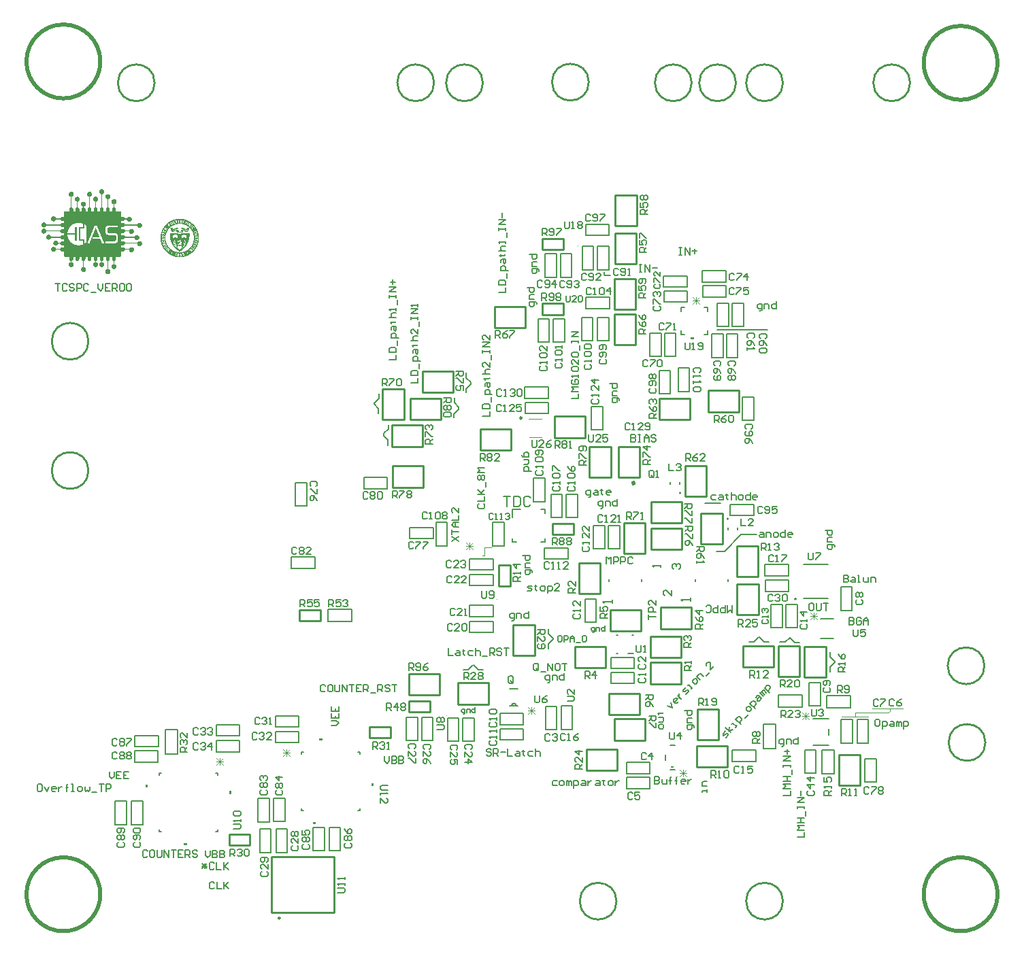
<source format=gto>
G04*
G04 #@! TF.GenerationSoftware,Altium Limited,Altium Designer,24.2.2 (26)*
G04*
G04 Layer_Color=65535*
%FSLAX25Y25*%
%MOIN*%
G70*
G04*
G04 #@! TF.SameCoordinates,68C129F3-C7C4-414E-B264-5C09C29A3FA5*
G04*
G04*
G04 #@! TF.FilePolarity,Positive*
G04*
G01*
G75*
%ADD10C,0.02000*%
%ADD11C,0.01000*%
%ADD12C,0.00600*%
%ADD13C,0.00394*%
%ADD14C,0.01575*%
%ADD15C,0.00591*%
%ADD16C,0.00787*%
%ADD17C,0.00700*%
%ADD18C,0.00669*%
%ADD19C,0.00500*%
%ADD20C,0.00300*%
G36*
X224246Y371515D02*
X224351D01*
Y371480D01*
X224456D01*
Y371445D01*
X224526D01*
Y371410D01*
X224561D01*
Y371375D01*
X224597D01*
Y371340D01*
X224667D01*
Y371305D01*
X224702D01*
Y371270D01*
X224737D01*
Y371235D01*
X224772D01*
Y371199D01*
X224807D01*
Y371164D01*
X224842D01*
Y371129D01*
X224877D01*
Y371094D01*
X224912D01*
Y371059D01*
X224947D01*
Y370954D01*
X224982D01*
Y370919D01*
X225017D01*
Y370814D01*
X225053D01*
Y370743D01*
X225088D01*
Y370638D01*
X225123D01*
Y370077D01*
X225088D01*
Y369971D01*
X225053D01*
Y369901D01*
X225017D01*
Y369796D01*
X224982D01*
Y369761D01*
X224947D01*
Y369656D01*
X224877D01*
Y369585D01*
X224842D01*
Y369550D01*
X224807D01*
Y369515D01*
X224772D01*
Y369480D01*
X224737D01*
Y369445D01*
X224702D01*
Y369410D01*
X224667D01*
Y369375D01*
X224597D01*
Y369340D01*
X224561D01*
Y369305D01*
X224491D01*
Y369270D01*
X224456D01*
Y369235D01*
X224351D01*
Y369200D01*
X224281D01*
Y369164D01*
X224175D01*
Y369129D01*
X224105D01*
Y362743D01*
X224140D01*
Y362708D01*
X224175D01*
Y362673D01*
X224281D01*
Y362638D01*
X224351D01*
Y362603D01*
X224421D01*
Y362568D01*
X224456D01*
Y362533D01*
X224491D01*
Y362498D01*
X224526D01*
Y362463D01*
X224597D01*
Y362393D01*
X224632D01*
Y362358D01*
X224667D01*
Y362322D01*
X224702D01*
Y362252D01*
X224737D01*
Y362217D01*
X224772D01*
Y362112D01*
X224807D01*
Y362042D01*
X224842D01*
Y360814D01*
X224877D01*
Y360779D01*
X224842D01*
Y360673D01*
X224877D01*
Y360638D01*
X225930D01*
Y361901D01*
X225965D01*
Y362077D01*
X226000D01*
Y362147D01*
X226035D01*
Y362252D01*
X226070D01*
Y362287D01*
X226105D01*
Y362322D01*
X226140D01*
Y362393D01*
X226175D01*
Y362428D01*
X226210D01*
Y362463D01*
X226246D01*
Y362498D01*
X226281D01*
Y362533D01*
X226351D01*
Y362568D01*
X226386D01*
Y362603D01*
X226456D01*
Y362638D01*
X226526D01*
Y362673D01*
X226631D01*
Y362743D01*
X226667D01*
Y366708D01*
X226631D01*
Y366743D01*
X226561D01*
Y366778D01*
X226456D01*
Y366814D01*
X226351D01*
Y366849D01*
X226281D01*
Y366884D01*
X226210D01*
Y366919D01*
X226175D01*
Y366954D01*
X226140D01*
Y366989D01*
X226105D01*
Y367024D01*
X226070D01*
Y367059D01*
X226000D01*
Y367094D01*
X225965D01*
Y367164D01*
X225930D01*
Y367200D01*
X225895D01*
Y367235D01*
X225860D01*
Y367305D01*
X225824D01*
Y367340D01*
X225789D01*
Y367445D01*
X225754D01*
Y367515D01*
X225719D01*
Y367621D01*
X225684D01*
Y367866D01*
X225649D01*
Y368042D01*
X225684D01*
Y368252D01*
X225719D01*
Y368357D01*
X225754D01*
Y368428D01*
X225789D01*
Y368533D01*
X225824D01*
Y368568D01*
X225860D01*
Y368638D01*
X225895D01*
Y368673D01*
X225930D01*
Y368743D01*
X225965D01*
Y368778D01*
X226000D01*
Y368814D01*
X226035D01*
Y368849D01*
X226070D01*
Y368884D01*
X226140D01*
Y368919D01*
X226175D01*
Y368954D01*
X226210D01*
Y368989D01*
X226281D01*
Y369024D01*
X226316D01*
Y369059D01*
X226456D01*
Y369094D01*
X226491D01*
Y369129D01*
X226702D01*
Y369164D01*
X227053D01*
Y369129D01*
X227263D01*
Y369094D01*
X227333D01*
Y369059D01*
X227474D01*
Y369024D01*
X227509D01*
Y368989D01*
X227544D01*
Y368954D01*
X227614D01*
Y368919D01*
X227649D01*
Y368884D01*
X227719D01*
Y368849D01*
X227754D01*
Y368814D01*
X227789D01*
Y368778D01*
X227824D01*
Y368708D01*
X227860D01*
Y368673D01*
X227895D01*
Y368603D01*
X227930D01*
Y368568D01*
X227965D01*
Y368498D01*
X228000D01*
Y368428D01*
X228035D01*
Y368357D01*
X228070D01*
Y368217D01*
X228105D01*
Y368042D01*
X228140D01*
Y367866D01*
X228105D01*
Y367691D01*
X228070D01*
Y367515D01*
X228035D01*
Y367445D01*
X228000D01*
Y367375D01*
X227965D01*
Y367305D01*
X227930D01*
Y367270D01*
X227895D01*
Y367200D01*
X227860D01*
Y367164D01*
X227824D01*
Y367129D01*
X227789D01*
Y367059D01*
X227719D01*
Y367024D01*
X227684D01*
Y366989D01*
X227649D01*
Y366954D01*
X227579D01*
Y366919D01*
X227544D01*
Y366884D01*
X227509D01*
Y366849D01*
X227403D01*
Y366814D01*
X227333D01*
Y366778D01*
X227228D01*
Y366743D01*
X227158D01*
Y366708D01*
X227123D01*
Y362708D01*
X227158D01*
Y362673D01*
X227263D01*
Y362638D01*
X227333D01*
Y362603D01*
X227403D01*
Y362568D01*
X227438D01*
Y362533D01*
X227474D01*
Y362498D01*
X227544D01*
Y362463D01*
X227579D01*
Y362428D01*
X227614D01*
Y362393D01*
X227649D01*
Y362322D01*
X227684D01*
Y362287D01*
X227719D01*
Y362217D01*
X227754D01*
Y362147D01*
X227789D01*
Y362077D01*
X227824D01*
Y361866D01*
X227860D01*
Y360638D01*
X228912D01*
Y361901D01*
X228947D01*
Y362042D01*
X228982D01*
Y362147D01*
X229017D01*
Y362217D01*
X229052D01*
Y362287D01*
X229088D01*
Y362322D01*
X229123D01*
Y362358D01*
X229158D01*
Y362428D01*
X229193D01*
Y362463D01*
X229228D01*
Y362498D01*
X229298D01*
Y362533D01*
X229333D01*
Y362568D01*
X229403D01*
Y362603D01*
X229438D01*
Y362638D01*
X229509D01*
Y362673D01*
X229614D01*
Y362708D01*
X229649D01*
Y364322D01*
X229544D01*
Y364357D01*
X229438D01*
Y364393D01*
X229368D01*
Y364428D01*
X229263D01*
Y364463D01*
X229228D01*
Y364498D01*
X229158D01*
Y364533D01*
X229123D01*
Y364568D01*
X229088D01*
Y364603D01*
X229017D01*
Y364638D01*
X228982D01*
Y364708D01*
X228947D01*
Y364743D01*
X228912D01*
Y364814D01*
X228877D01*
Y364849D01*
X228842D01*
Y364884D01*
X228807D01*
Y364954D01*
X228772D01*
Y365024D01*
X228737D01*
Y365129D01*
X228702D01*
Y365235D01*
X228667D01*
Y365480D01*
X228631D01*
Y365586D01*
X228667D01*
Y365796D01*
X228702D01*
Y365901D01*
X228737D01*
Y366042D01*
X228772D01*
Y366077D01*
X228807D01*
Y366182D01*
X228842D01*
Y366217D01*
X228877D01*
Y366252D01*
X228912D01*
Y366287D01*
X228947D01*
Y366322D01*
X228982D01*
Y366393D01*
X229017D01*
Y366428D01*
X229052D01*
Y366463D01*
X229123D01*
Y366498D01*
X229158D01*
Y366533D01*
X229228D01*
Y366568D01*
X229263D01*
Y366603D01*
X229333D01*
Y366638D01*
X229403D01*
Y366673D01*
X229474D01*
Y366708D01*
X229684D01*
Y366743D01*
X230070D01*
Y366708D01*
X230281D01*
Y366673D01*
X230351D01*
Y366638D01*
X230421D01*
Y366603D01*
X230491D01*
Y366568D01*
X230561D01*
Y366533D01*
X230596D01*
Y366498D01*
X230631D01*
Y366463D01*
X230702D01*
Y366428D01*
X230737D01*
Y366393D01*
X230772D01*
Y366357D01*
X230807D01*
Y366322D01*
X230842D01*
Y366252D01*
X230877D01*
Y366217D01*
X230912D01*
Y366182D01*
X230947D01*
Y366112D01*
X230982D01*
Y366042D01*
X231017D01*
Y365936D01*
X231052D01*
Y365866D01*
X231088D01*
Y365550D01*
X231123D01*
Y365480D01*
X231088D01*
Y365200D01*
X231052D01*
Y365129D01*
X231017D01*
Y365024D01*
X230982D01*
Y364954D01*
X230947D01*
Y364884D01*
X230912D01*
Y364814D01*
X230877D01*
Y364779D01*
X230842D01*
Y364743D01*
X230807D01*
Y364708D01*
X230772D01*
Y364638D01*
X230737D01*
Y364603D01*
X230667D01*
Y364568D01*
X230631D01*
Y364533D01*
X230596D01*
Y364498D01*
X230526D01*
Y364463D01*
X230491D01*
Y364428D01*
X230386D01*
Y364393D01*
X230316D01*
Y364357D01*
X230210D01*
Y364322D01*
X230105D01*
Y362708D01*
X230140D01*
Y362673D01*
X230245D01*
Y362638D01*
X230316D01*
Y362603D01*
X230386D01*
Y362568D01*
X230421D01*
Y362533D01*
X230456D01*
Y362498D01*
X230526D01*
Y362463D01*
X230561D01*
Y362428D01*
X230596D01*
Y362393D01*
X230631D01*
Y362358D01*
X230667D01*
Y362287D01*
X230702D01*
Y362252D01*
X230737D01*
Y362147D01*
X230772D01*
Y362077D01*
X230807D01*
Y361936D01*
X230842D01*
Y360638D01*
X233193D01*
Y360603D01*
X233228D01*
Y358042D01*
X234386D01*
Y358007D01*
X234596D01*
Y357972D01*
X234702D01*
Y357937D01*
X234807D01*
Y357902D01*
X234842D01*
Y357866D01*
X234912D01*
Y357831D01*
X234982D01*
Y357796D01*
X235017D01*
Y357761D01*
X235052D01*
Y357726D01*
X235087D01*
Y357691D01*
X235123D01*
Y357621D01*
X235158D01*
Y357586D01*
X235193D01*
Y357551D01*
X235228D01*
Y357445D01*
X235263D01*
Y357375D01*
X235298D01*
Y357270D01*
X236210D01*
Y357305D01*
X236245D01*
Y357340D01*
X236280D01*
Y357410D01*
X236316D01*
Y357516D01*
X236351D01*
Y357551D01*
X236386D01*
Y357621D01*
X236421D01*
Y357656D01*
X236456D01*
Y357691D01*
X236491D01*
Y357761D01*
X236561D01*
Y357796D01*
X236596D01*
Y357831D01*
X236631D01*
Y357866D01*
X236701D01*
Y357902D01*
X236737D01*
Y357937D01*
X236807D01*
Y357972D01*
X236877D01*
Y358007D01*
X236947D01*
Y358042D01*
X237052D01*
Y358077D01*
X237158D01*
Y358112D01*
X237649D01*
Y358077D01*
X237754D01*
Y358042D01*
X237859D01*
Y358007D01*
X237930D01*
Y357972D01*
X238000D01*
Y357937D01*
X238070D01*
Y357902D01*
X238105D01*
Y357866D01*
X238175D01*
Y357831D01*
X238210D01*
Y357796D01*
X238245D01*
Y357761D01*
X238280D01*
Y357726D01*
X238316D01*
Y357691D01*
X238351D01*
Y357621D01*
X238386D01*
Y357586D01*
X238421D01*
Y357516D01*
X238456D01*
Y357481D01*
X238491D01*
Y357375D01*
X238526D01*
Y357340D01*
X238561D01*
Y357235D01*
X238596D01*
Y357024D01*
X238631D01*
Y356779D01*
X238596D01*
Y356533D01*
X238561D01*
Y356463D01*
X238526D01*
Y356358D01*
X238491D01*
Y356288D01*
X238456D01*
Y356252D01*
X238421D01*
Y356182D01*
X238386D01*
Y356147D01*
X238351D01*
Y356077D01*
X238316D01*
Y356042D01*
X238280D01*
Y356007D01*
X238245D01*
Y355972D01*
X238210D01*
Y355937D01*
X238140D01*
Y355902D01*
X238105D01*
Y355867D01*
X238070D01*
Y355831D01*
X238000D01*
Y355796D01*
X237965D01*
Y355761D01*
X237824D01*
Y355726D01*
X237754D01*
Y355691D01*
X237649D01*
Y355656D01*
X237158D01*
Y355691D01*
X237017D01*
Y355726D01*
X236947D01*
Y355761D01*
X236842D01*
Y355796D01*
X236807D01*
Y355831D01*
X236737D01*
Y355867D01*
X236701D01*
Y355902D01*
X236631D01*
Y355937D01*
X236596D01*
Y355972D01*
X236561D01*
Y356007D01*
X236491D01*
Y356077D01*
X236456D01*
Y356112D01*
X236421D01*
Y356147D01*
X236386D01*
Y356217D01*
X236351D01*
Y356252D01*
X236316D01*
Y356358D01*
X236280D01*
Y356428D01*
X236245D01*
Y356498D01*
X236210D01*
Y356674D01*
X236175D01*
Y356849D01*
X235298D01*
Y356744D01*
X235263D01*
Y356674D01*
X235228D01*
Y356568D01*
X235193D01*
Y356533D01*
X235158D01*
Y356498D01*
X235123D01*
Y356428D01*
X235087D01*
Y356393D01*
X235052D01*
Y356358D01*
X235017D01*
Y356323D01*
X234982D01*
Y356288D01*
X234912D01*
Y356252D01*
X234877D01*
Y356217D01*
X234807D01*
Y356182D01*
X234702D01*
Y356147D01*
X234596D01*
Y356112D01*
X234386D01*
Y356077D01*
X233228D01*
Y355095D01*
X233263D01*
Y355060D01*
X233298D01*
Y355024D01*
X234526D01*
Y354989D01*
X234702D01*
Y354954D01*
X234772D01*
Y354919D01*
X234877D01*
Y354884D01*
X234912D01*
Y354849D01*
X234947D01*
Y354814D01*
X235017D01*
Y354779D01*
X235052D01*
Y354744D01*
X235087D01*
Y354709D01*
X235123D01*
Y354638D01*
X235158D01*
Y354603D01*
X235193D01*
Y354533D01*
X235228D01*
Y354463D01*
X235263D01*
Y354393D01*
X235298D01*
Y354323D01*
X235333D01*
Y354288D01*
X241298D01*
Y354323D01*
X241333D01*
Y354393D01*
X241368D01*
Y354498D01*
X241403D01*
Y354568D01*
X241438D01*
Y354603D01*
X241473D01*
Y354638D01*
X241508D01*
Y354674D01*
X241544D01*
Y354744D01*
X241579D01*
Y354779D01*
X241614D01*
Y354814D01*
X241684D01*
Y354849D01*
X241719D01*
Y354884D01*
X241754D01*
Y354919D01*
X241789D01*
Y354954D01*
X241859D01*
Y354989D01*
X241965D01*
Y355024D01*
X242035D01*
Y355060D01*
X242105D01*
Y355095D01*
X242351D01*
Y355130D01*
X242561D01*
Y355095D01*
X242842D01*
Y355060D01*
X242912D01*
Y355024D01*
X242947D01*
Y354989D01*
X243087D01*
Y354954D01*
X243123D01*
Y354919D01*
X243158D01*
Y354884D01*
X243193D01*
Y354849D01*
X243263D01*
Y354814D01*
X243298D01*
Y354779D01*
X243333D01*
Y354744D01*
X243368D01*
Y354709D01*
X243403D01*
Y354674D01*
X243438D01*
Y354603D01*
X243473D01*
Y354568D01*
X243508D01*
Y354533D01*
X243544D01*
Y354428D01*
X243579D01*
Y354358D01*
X243614D01*
Y354253D01*
X243649D01*
Y354042D01*
X243684D01*
Y354007D01*
X243719D01*
Y353796D01*
X243684D01*
Y353691D01*
X243649D01*
Y353516D01*
X243614D01*
Y353446D01*
X243579D01*
Y353375D01*
X243544D01*
Y353270D01*
X243508D01*
Y353235D01*
X243473D01*
Y353165D01*
X243438D01*
Y353130D01*
X243403D01*
Y353095D01*
X243368D01*
Y353060D01*
X243333D01*
Y353024D01*
X243298D01*
Y352989D01*
X243263D01*
Y352954D01*
X243228D01*
Y352919D01*
X243193D01*
Y352884D01*
X243123D01*
Y352849D01*
X243087D01*
Y352814D01*
X242982D01*
Y352779D01*
X242947D01*
Y352744D01*
X242842D01*
Y352709D01*
X242701D01*
Y352674D01*
X242526D01*
Y352639D01*
X242421D01*
Y352674D01*
X242210D01*
Y352709D01*
X242070D01*
Y352744D01*
X242000D01*
Y352779D01*
X241930D01*
Y352814D01*
X241824D01*
Y352849D01*
X241789D01*
Y352884D01*
X241719D01*
Y352919D01*
X241684D01*
Y352954D01*
X241649D01*
Y352989D01*
X241614D01*
Y353024D01*
X241579D01*
Y353060D01*
X241544D01*
Y353095D01*
X241508D01*
Y353130D01*
X241473D01*
Y353200D01*
X241438D01*
Y353235D01*
X241403D01*
Y353270D01*
X241368D01*
Y353375D01*
X241333D01*
Y353446D01*
X241298D01*
Y353551D01*
X241263D01*
Y353831D01*
X241228D01*
Y353867D01*
X235333D01*
Y353831D01*
X235298D01*
Y353726D01*
X235263D01*
Y353691D01*
X235228D01*
Y353586D01*
X235193D01*
Y353551D01*
X235158D01*
Y353481D01*
X235123D01*
Y353446D01*
X235087D01*
Y353410D01*
X235052D01*
Y353375D01*
X235017D01*
Y353340D01*
X234982D01*
Y353305D01*
X234912D01*
Y353270D01*
X234877D01*
Y353235D01*
X234807D01*
Y353200D01*
X234737D01*
Y353165D01*
X234666D01*
Y353130D01*
X234386D01*
Y353095D01*
X233263D01*
Y353060D01*
X233228D01*
Y352077D01*
X233263D01*
Y352042D01*
X234561D01*
Y352007D01*
X234666D01*
Y351972D01*
X234772D01*
Y351937D01*
X234842D01*
Y351902D01*
X234912D01*
Y351867D01*
X234947D01*
Y351832D01*
X234982D01*
Y351796D01*
X235052D01*
Y351726D01*
X235123D01*
Y351656D01*
X235158D01*
Y351621D01*
X235193D01*
Y351551D01*
X235228D01*
Y351481D01*
X235263D01*
Y351410D01*
X235298D01*
Y351305D01*
X237333D01*
Y351340D01*
X237368D01*
Y351410D01*
X237403D01*
Y351516D01*
X237438D01*
Y351551D01*
X237473D01*
Y351621D01*
X237509D01*
Y351656D01*
X237544D01*
Y351691D01*
X237579D01*
Y351761D01*
X237614D01*
Y351796D01*
X237684D01*
Y351832D01*
X237719D01*
Y351867D01*
X237754D01*
Y351902D01*
X237824D01*
Y351937D01*
X237859D01*
Y351972D01*
X237930D01*
Y352007D01*
X237965D01*
Y352042D01*
X238070D01*
Y352077D01*
X238175D01*
Y352112D01*
X238351D01*
Y352147D01*
X238596D01*
Y352112D01*
X238842D01*
Y352077D01*
X238912D01*
Y352042D01*
X239017D01*
Y352007D01*
X239087D01*
Y351972D01*
X239158D01*
Y351937D01*
X239193D01*
Y351902D01*
X239228D01*
Y351867D01*
X239298D01*
Y351832D01*
X239333D01*
Y351796D01*
X239368D01*
Y351761D01*
X239403D01*
Y351726D01*
X239438D01*
Y351656D01*
X239473D01*
Y351621D01*
X239509D01*
Y351586D01*
X239544D01*
Y351516D01*
X239579D01*
Y351446D01*
X239614D01*
Y351375D01*
X239649D01*
Y351305D01*
X239684D01*
Y351095D01*
X239719D01*
Y350709D01*
X239684D01*
Y350498D01*
X239649D01*
Y350428D01*
X239614D01*
Y350358D01*
X239579D01*
Y350288D01*
X239544D01*
Y350253D01*
X239509D01*
Y350182D01*
X239473D01*
Y350147D01*
X239438D01*
Y350077D01*
X239403D01*
Y350042D01*
X239368D01*
Y350007D01*
X239333D01*
Y349972D01*
X239263D01*
Y349937D01*
X239228D01*
Y349902D01*
X239193D01*
Y349867D01*
X239123D01*
Y349832D01*
X239052D01*
Y349796D01*
X238982D01*
Y349761D01*
X238877D01*
Y349726D01*
X238807D01*
Y349691D01*
X238175D01*
Y349726D01*
X238105D01*
Y349761D01*
X238000D01*
Y349796D01*
X237930D01*
Y349832D01*
X237859D01*
Y349867D01*
X237824D01*
Y349902D01*
X237754D01*
Y349937D01*
X237719D01*
Y349972D01*
X237684D01*
Y350007D01*
X237649D01*
Y350042D01*
X237579D01*
Y350112D01*
X237544D01*
Y350147D01*
X237509D01*
Y350182D01*
X237473D01*
Y350253D01*
X237438D01*
Y350288D01*
X237403D01*
Y350393D01*
X237368D01*
Y350463D01*
X237333D01*
Y350568D01*
X237298D01*
Y350849D01*
X237263D01*
Y350884D01*
X235333D01*
Y350849D01*
X235298D01*
Y350744D01*
X235263D01*
Y350709D01*
X235228D01*
Y350603D01*
X235193D01*
Y350533D01*
X235158D01*
Y350498D01*
X235123D01*
Y350463D01*
X235087D01*
Y350428D01*
X235052D01*
Y350393D01*
X235017D01*
Y350358D01*
X234982D01*
Y350323D01*
X234947D01*
Y350288D01*
X234877D01*
Y350253D01*
X234842D01*
Y350218D01*
X234772D01*
Y350182D01*
X234666D01*
Y350147D01*
X234526D01*
Y350112D01*
X233263D01*
Y350077D01*
X233228D01*
Y349130D01*
X233263D01*
Y349060D01*
X234421D01*
Y349025D01*
X234702D01*
Y348989D01*
X234737D01*
Y348954D01*
X234842D01*
Y348919D01*
X234877D01*
Y348884D01*
X234947D01*
Y348849D01*
X234982D01*
Y348814D01*
X235017D01*
Y348779D01*
X235052D01*
Y348744D01*
X235087D01*
Y348709D01*
X235123D01*
Y348674D01*
X235158D01*
Y348603D01*
X235193D01*
Y348568D01*
X235228D01*
Y348463D01*
X235263D01*
Y348428D01*
X235298D01*
Y348323D01*
X235333D01*
Y348288D01*
X239754D01*
Y348323D01*
X239789D01*
Y348288D01*
X239930D01*
Y348358D01*
X239965D01*
Y348428D01*
X240000D01*
Y348498D01*
X240035D01*
Y348568D01*
X240070D01*
Y348603D01*
X240105D01*
Y348674D01*
X240140D01*
Y348709D01*
X240175D01*
Y348744D01*
X240210D01*
Y348779D01*
X240245D01*
Y348814D01*
X240280D01*
Y348849D01*
X240316D01*
Y348884D01*
X240351D01*
Y348919D01*
X240421D01*
Y348954D01*
X240456D01*
Y348989D01*
X240526D01*
Y349025D01*
X240631D01*
Y349060D01*
X240666D01*
Y349095D01*
X240877D01*
Y349130D01*
X241368D01*
Y349095D01*
X241508D01*
Y349060D01*
X241579D01*
Y349025D01*
X241684D01*
Y348989D01*
X241754D01*
Y348954D01*
X241789D01*
Y348919D01*
X241824D01*
Y348884D01*
X241859D01*
Y348849D01*
X241930D01*
Y348814D01*
X241965D01*
Y348779D01*
X242000D01*
Y348744D01*
X242035D01*
Y348674D01*
X242070D01*
Y348639D01*
X242105D01*
Y348603D01*
X242140D01*
Y348533D01*
X242175D01*
Y348498D01*
X242210D01*
Y348393D01*
X242245D01*
Y348323D01*
X242280D01*
Y348182D01*
X242316D01*
Y347656D01*
X242280D01*
Y347516D01*
X242245D01*
Y347446D01*
X242210D01*
Y347340D01*
X242175D01*
Y347270D01*
X242140D01*
Y347235D01*
X242105D01*
Y347165D01*
X242070D01*
Y347130D01*
X242035D01*
Y347095D01*
X242000D01*
Y347060D01*
X241965D01*
Y347024D01*
X241930D01*
Y346989D01*
X241894D01*
Y346954D01*
X241859D01*
Y346919D01*
X241789D01*
Y346884D01*
X241754D01*
Y346849D01*
X241684D01*
Y346814D01*
X241579D01*
Y346779D01*
X241544D01*
Y346744D01*
X241403D01*
Y346709D01*
X241193D01*
Y346674D01*
X241017D01*
Y346709D01*
X240842D01*
Y346744D01*
X240666D01*
Y346779D01*
X240596D01*
Y346814D01*
X240491D01*
Y346849D01*
X240456D01*
Y346884D01*
X240421D01*
Y346919D01*
X240351D01*
Y346954D01*
X240316D01*
Y346989D01*
X240280D01*
Y347024D01*
X240245D01*
Y347060D01*
X240210D01*
Y347095D01*
X240175D01*
Y347130D01*
X240140D01*
Y347165D01*
X240105D01*
Y347235D01*
X240070D01*
Y347270D01*
X240035D01*
Y347305D01*
X240000D01*
Y347410D01*
X239965D01*
Y347481D01*
X239930D01*
Y347656D01*
X239895D01*
Y347832D01*
X239859D01*
Y347867D01*
X235403D01*
Y347902D01*
X235368D01*
Y347867D01*
X235298D01*
Y347761D01*
X235263D01*
Y347691D01*
X235228D01*
Y347621D01*
X235193D01*
Y347551D01*
X235158D01*
Y347516D01*
X235123D01*
Y347446D01*
X235052D01*
Y347410D01*
X235017D01*
Y347375D01*
X234982D01*
Y347340D01*
X234947D01*
Y347305D01*
X234912D01*
Y347270D01*
X234842D01*
Y347235D01*
X234772D01*
Y347200D01*
X234702D01*
Y347165D01*
X234456D01*
Y347130D01*
X233298D01*
Y347095D01*
X233263D01*
Y347060D01*
X233228D01*
Y346112D01*
X233263D01*
Y346077D01*
X234456D01*
Y346042D01*
X234631D01*
Y346007D01*
X234737D01*
Y345972D01*
X234807D01*
Y345937D01*
X234877D01*
Y345902D01*
X234947D01*
Y345867D01*
X234982D01*
Y345832D01*
X235017D01*
Y345796D01*
X235052D01*
Y345761D01*
X235087D01*
Y345726D01*
X235123D01*
Y345691D01*
X235158D01*
Y345621D01*
X235193D01*
Y345586D01*
X235228D01*
Y345481D01*
X235263D01*
Y345410D01*
X235298D01*
Y345340D01*
X235333D01*
Y345305D01*
X241263D01*
Y345340D01*
X241298D01*
Y345375D01*
X241333D01*
Y345446D01*
X241368D01*
Y345551D01*
X241403D01*
Y345586D01*
X241438D01*
Y345621D01*
X241473D01*
Y345691D01*
X241508D01*
Y345726D01*
X241544D01*
Y345761D01*
X241579D01*
Y345796D01*
X241614D01*
Y345832D01*
X241649D01*
Y345867D01*
X241684D01*
Y345902D01*
X241754D01*
Y345937D01*
X241789D01*
Y345972D01*
X241824D01*
Y346007D01*
X241930D01*
Y346042D01*
X241965D01*
Y346077D01*
X242105D01*
Y346112D01*
X242175D01*
Y346147D01*
X242737D01*
Y346112D01*
X242842D01*
Y346077D01*
X242947D01*
Y346042D01*
X243017D01*
Y346007D01*
X243087D01*
Y345972D01*
X243123D01*
Y345937D01*
X243193D01*
Y345902D01*
X243228D01*
Y345867D01*
X243263D01*
Y345832D01*
X243298D01*
Y345796D01*
X243368D01*
Y345726D01*
X243403D01*
Y345691D01*
X243438D01*
Y345656D01*
X243473D01*
Y345586D01*
X243508D01*
Y345551D01*
X243544D01*
Y345481D01*
X243579D01*
Y345375D01*
X243614D01*
Y345305D01*
X243649D01*
Y345130D01*
X243684D01*
Y345025D01*
X243719D01*
Y344849D01*
X243684D01*
Y344744D01*
X243649D01*
Y344533D01*
X243614D01*
Y344463D01*
X243579D01*
Y344393D01*
X243544D01*
Y344288D01*
X243508D01*
Y344253D01*
X243473D01*
Y344218D01*
X243438D01*
Y344147D01*
X243403D01*
Y344112D01*
X243368D01*
Y344077D01*
X243333D01*
Y344042D01*
X243298D01*
Y344007D01*
X243263D01*
Y343972D01*
X243193D01*
Y343937D01*
X243158D01*
Y343902D01*
X243123D01*
Y343867D01*
X243052D01*
Y343832D01*
X242982D01*
Y343796D01*
X242877D01*
Y343761D01*
X242807D01*
Y343726D01*
X242561D01*
Y343691D01*
X242351D01*
Y343726D01*
X242105D01*
Y343761D01*
X242035D01*
Y343796D01*
X241930D01*
Y343832D01*
X241859D01*
Y343867D01*
X241824D01*
Y343902D01*
X241754D01*
Y343937D01*
X241719D01*
Y343972D01*
X241649D01*
Y344007D01*
X241614D01*
Y344042D01*
X241579D01*
Y344077D01*
X241544D01*
Y344147D01*
X241508D01*
Y344182D01*
X241473D01*
Y344218D01*
X241438D01*
Y344288D01*
X241403D01*
Y344323D01*
X241368D01*
Y344428D01*
X241333D01*
Y344498D01*
X241298D01*
Y344568D01*
X241263D01*
Y344884D01*
X235298D01*
Y344779D01*
X235263D01*
Y344709D01*
X235228D01*
Y344603D01*
X235193D01*
Y344568D01*
X235158D01*
Y344533D01*
X235123D01*
Y344463D01*
X235087D01*
Y344428D01*
X235052D01*
Y344393D01*
X234982D01*
Y344358D01*
X234947D01*
Y344323D01*
X234912D01*
Y344288D01*
X234842D01*
Y344253D01*
X234807D01*
Y344218D01*
X234702D01*
Y344182D01*
X234561D01*
Y344147D01*
X233298D01*
Y344112D01*
X233228D01*
Y343130D01*
X233263D01*
Y343095D01*
X234351D01*
Y343060D01*
X234596D01*
Y343025D01*
X234737D01*
Y342989D01*
X234772D01*
Y342954D01*
X234877D01*
Y342919D01*
X234912D01*
Y342884D01*
X234982D01*
Y342849D01*
X235017D01*
Y342814D01*
X235052D01*
Y342779D01*
X235087D01*
Y342744D01*
X235123D01*
Y342674D01*
X235158D01*
Y342639D01*
X235193D01*
Y342603D01*
X235228D01*
Y342498D01*
X235263D01*
Y342428D01*
X235298D01*
Y342358D01*
X235333D01*
Y342323D01*
X237298D01*
Y342358D01*
X237333D01*
Y342393D01*
X237368D01*
Y342428D01*
X237403D01*
Y342568D01*
X237438D01*
Y342603D01*
X237473D01*
Y342639D01*
X237509D01*
Y342709D01*
X237544D01*
Y342744D01*
X237579D01*
Y342779D01*
X237614D01*
Y342814D01*
X237649D01*
Y342849D01*
X237684D01*
Y342884D01*
X237754D01*
Y342954D01*
X237824D01*
Y342989D01*
X237859D01*
Y343025D01*
X237965D01*
Y343060D01*
X238035D01*
Y343095D01*
X238105D01*
Y343130D01*
X238351D01*
Y343165D01*
X238631D01*
Y343130D01*
X238877D01*
Y343095D01*
X238947D01*
Y343060D01*
X239017D01*
Y343025D01*
X239123D01*
Y342989D01*
X239158D01*
Y342954D01*
X239228D01*
Y342919D01*
X239263D01*
Y342884D01*
X239298D01*
Y342849D01*
X239333D01*
Y342814D01*
X239368D01*
Y342779D01*
X239403D01*
Y342744D01*
X239438D01*
Y342709D01*
X239473D01*
Y342674D01*
X239509D01*
Y342603D01*
X239544D01*
Y342568D01*
X239579D01*
Y342463D01*
X239614D01*
Y342393D01*
X239649D01*
Y342358D01*
X239684D01*
Y342112D01*
X239719D01*
Y341761D01*
X239684D01*
Y341551D01*
X239649D01*
Y341481D01*
X239614D01*
Y341411D01*
X239579D01*
Y341305D01*
X239544D01*
Y341270D01*
X239509D01*
Y341200D01*
X239473D01*
Y341165D01*
X239438D01*
Y341130D01*
X239403D01*
Y341095D01*
X239368D01*
Y341060D01*
X239333D01*
Y341025D01*
X239298D01*
Y340990D01*
X239263D01*
Y340954D01*
X239193D01*
Y340919D01*
X239158D01*
Y340884D01*
X239123D01*
Y340849D01*
X239017D01*
Y340814D01*
X238947D01*
Y340779D01*
X238842D01*
Y340744D01*
X238631D01*
Y340709D01*
X238351D01*
Y340744D01*
X238140D01*
Y340779D01*
X238035D01*
Y340814D01*
X238000D01*
Y340849D01*
X237859D01*
Y340884D01*
X237824D01*
Y340919D01*
X237789D01*
Y340954D01*
X237754D01*
Y340990D01*
X237719D01*
Y341025D01*
X237649D01*
Y341060D01*
X237614D01*
Y341095D01*
X237579D01*
Y341165D01*
X237544D01*
Y341200D01*
X237509D01*
Y341235D01*
X237473D01*
Y341270D01*
X237438D01*
Y341340D01*
X237403D01*
Y341446D01*
X237368D01*
Y341481D01*
X237333D01*
Y341586D01*
X237298D01*
Y341867D01*
X237263D01*
Y341902D01*
X235333D01*
Y341867D01*
X235298D01*
Y341796D01*
X235263D01*
Y341726D01*
X235228D01*
Y341621D01*
X235193D01*
Y341586D01*
X235158D01*
Y341551D01*
X235123D01*
Y341481D01*
X235087D01*
Y341446D01*
X235052D01*
Y341411D01*
X235017D01*
Y341375D01*
X234982D01*
Y341340D01*
X234912D01*
Y341305D01*
X234877D01*
Y341270D01*
X234772D01*
Y341235D01*
X234737D01*
Y341200D01*
X234561D01*
Y341165D01*
X234351D01*
Y341130D01*
X233263D01*
Y341095D01*
X233228D01*
Y338568D01*
X233193D01*
Y338533D01*
X233123D01*
Y338498D01*
X230947D01*
Y338533D01*
X230877D01*
Y338498D01*
X230842D01*
Y337200D01*
X230807D01*
Y337130D01*
X230772D01*
Y337025D01*
X230737D01*
Y336919D01*
X230702D01*
Y336884D01*
X230667D01*
Y336814D01*
X230631D01*
Y336779D01*
X230596D01*
Y336744D01*
X230561D01*
Y336709D01*
X230526D01*
Y336674D01*
X230491D01*
Y336639D01*
X230421D01*
Y336604D01*
X230386D01*
Y336569D01*
X230316D01*
Y336533D01*
X230245D01*
Y336498D01*
X230175D01*
Y336463D01*
X230105D01*
Y334814D01*
X230175D01*
Y334779D01*
X230316D01*
Y334744D01*
X230386D01*
Y334709D01*
X230491D01*
Y334674D01*
X230526D01*
Y334639D01*
X230561D01*
Y334604D01*
X230631D01*
Y334569D01*
X230667D01*
Y334534D01*
X230737D01*
Y334463D01*
X230772D01*
Y334428D01*
X230807D01*
Y334393D01*
X230842D01*
Y334358D01*
X230877D01*
Y334323D01*
X230912D01*
Y334253D01*
X230947D01*
Y334183D01*
X230982D01*
Y334113D01*
X231017D01*
Y334007D01*
X231052D01*
Y333937D01*
X231088D01*
Y333656D01*
X231123D01*
Y333586D01*
X231088D01*
Y333270D01*
X231052D01*
Y333200D01*
X231017D01*
Y333095D01*
X230982D01*
Y333025D01*
X230947D01*
Y332955D01*
X230912D01*
Y332920D01*
X230877D01*
Y332884D01*
X230842D01*
Y332814D01*
X230807D01*
Y332779D01*
X230772D01*
Y332744D01*
X230737D01*
Y332709D01*
X230702D01*
Y332674D01*
X230667D01*
Y332639D01*
X230631D01*
Y332604D01*
X230561D01*
Y332569D01*
X230526D01*
Y332534D01*
X230456D01*
Y332499D01*
X230351D01*
Y332463D01*
X230281D01*
Y332428D01*
X230105D01*
Y332393D01*
X229649D01*
Y332428D01*
X229474D01*
Y332463D01*
X229403D01*
Y332499D01*
X229298D01*
Y332534D01*
X229228D01*
Y332569D01*
X229193D01*
Y332604D01*
X229158D01*
Y332639D01*
X229123D01*
Y332674D01*
X229052D01*
Y332709D01*
X229017D01*
Y332744D01*
X228982D01*
Y332779D01*
X228947D01*
Y332814D01*
X228912D01*
Y332884D01*
X228877D01*
Y332920D01*
X228842D01*
Y332955D01*
X228807D01*
Y333060D01*
X228772D01*
Y333095D01*
X228737D01*
Y333235D01*
X228702D01*
Y333341D01*
X228667D01*
Y333551D01*
X228631D01*
Y333656D01*
X228667D01*
Y333902D01*
X228702D01*
Y334007D01*
X228737D01*
Y334113D01*
X228772D01*
Y334183D01*
X228807D01*
Y334253D01*
X228842D01*
Y334288D01*
X228877D01*
Y334323D01*
X228912D01*
Y334393D01*
X228947D01*
Y334428D01*
X228982D01*
Y334463D01*
X229017D01*
Y334498D01*
X229052D01*
Y334534D01*
X229088D01*
Y334569D01*
X229123D01*
Y334604D01*
X229193D01*
Y334639D01*
X229228D01*
Y334674D01*
X229298D01*
Y334709D01*
X229403D01*
Y334744D01*
X229438D01*
Y334779D01*
X229614D01*
Y334814D01*
X229649D01*
Y336463D01*
X229614D01*
Y336498D01*
X229544D01*
Y336533D01*
X229438D01*
Y336569D01*
X229368D01*
Y336604D01*
X229333D01*
Y336639D01*
X229263D01*
Y336674D01*
X229228D01*
Y336709D01*
X229193D01*
Y336744D01*
X229158D01*
Y336814D01*
X229123D01*
Y336849D01*
X229088D01*
Y336884D01*
X229052D01*
Y336954D01*
X229017D01*
Y337025D01*
X228982D01*
Y337130D01*
X228947D01*
Y337305D01*
X228912D01*
Y338498D01*
X228842D01*
Y338533D01*
X228807D01*
Y338498D01*
X227860D01*
Y337340D01*
X227824D01*
Y337130D01*
X227789D01*
Y337025D01*
X227754D01*
Y336954D01*
X227719D01*
Y336884D01*
X227684D01*
Y336849D01*
X227649D01*
Y336779D01*
X227614D01*
Y336744D01*
X227579D01*
Y336709D01*
X227544D01*
Y336674D01*
X227509D01*
Y336639D01*
X227438D01*
Y336604D01*
X227403D01*
Y336569D01*
X227333D01*
Y336533D01*
X227228D01*
Y336498D01*
X227193D01*
Y336463D01*
X227123D01*
Y332428D01*
X227158D01*
Y332393D01*
X227193D01*
Y332358D01*
X227333D01*
Y332323D01*
X227403D01*
Y332288D01*
X227474D01*
Y332253D01*
X227544D01*
Y332218D01*
X227579D01*
Y332183D01*
X227649D01*
Y332148D01*
X227684D01*
Y332113D01*
X227719D01*
Y332077D01*
X227754D01*
Y332042D01*
X227789D01*
Y332007D01*
X227824D01*
Y331972D01*
X227860D01*
Y331937D01*
X227895D01*
Y331867D01*
X227930D01*
Y331832D01*
X227965D01*
Y331762D01*
X228000D01*
Y331692D01*
X228035D01*
Y331586D01*
X228070D01*
Y331446D01*
X228105D01*
Y331270D01*
X228140D01*
Y331095D01*
X228105D01*
Y330920D01*
X228070D01*
Y330779D01*
X228035D01*
Y330709D01*
X228000D01*
Y330639D01*
X227965D01*
Y330534D01*
X227930D01*
Y330499D01*
X227895D01*
Y330463D01*
X227860D01*
Y330428D01*
X227824D01*
Y330358D01*
X227789D01*
Y330323D01*
X227754D01*
Y330288D01*
X227719D01*
Y330253D01*
X227649D01*
Y330218D01*
X227614D01*
Y330183D01*
X227579D01*
Y330148D01*
X227509D01*
Y330113D01*
X227474D01*
Y330078D01*
X227368D01*
Y330042D01*
X227298D01*
Y330007D01*
X227193D01*
Y329972D01*
X226596D01*
Y330007D01*
X226491D01*
Y330042D01*
X226421D01*
Y330078D01*
X226316D01*
Y330113D01*
X226281D01*
Y330148D01*
X226210D01*
Y330183D01*
X226175D01*
Y330218D01*
X226105D01*
Y330253D01*
X226070D01*
Y330288D01*
X226035D01*
Y330323D01*
X226000D01*
Y330358D01*
X225965D01*
Y330393D01*
X225930D01*
Y330463D01*
X225895D01*
Y330499D01*
X225860D01*
Y330569D01*
X225824D01*
Y330604D01*
X225789D01*
Y330709D01*
X225754D01*
Y330779D01*
X225719D01*
Y330849D01*
X225684D01*
Y331130D01*
X225649D01*
Y331270D01*
X225684D01*
Y331516D01*
X225719D01*
Y331621D01*
X225754D01*
Y331692D01*
X225789D01*
Y331797D01*
X225824D01*
Y331832D01*
X225860D01*
Y331902D01*
X225895D01*
Y331937D01*
X225930D01*
Y331972D01*
X225965D01*
Y332007D01*
X226000D01*
Y332042D01*
X226035D01*
Y332077D01*
X226070D01*
Y332113D01*
X226105D01*
Y332148D01*
X226140D01*
Y332183D01*
X226210D01*
Y332253D01*
X226316D01*
Y332288D01*
X226386D01*
Y332323D01*
X226456D01*
Y332358D01*
X226561D01*
Y332393D01*
X226631D01*
Y332428D01*
X226667D01*
Y336463D01*
X226596D01*
Y336498D01*
X226561D01*
Y336533D01*
X226456D01*
Y336569D01*
X226386D01*
Y336604D01*
X226351D01*
Y336639D01*
X226281D01*
Y336674D01*
X226246D01*
Y336709D01*
X226210D01*
Y336744D01*
X226175D01*
Y336779D01*
X226140D01*
Y336849D01*
X226105D01*
Y336884D01*
X226070D01*
Y336919D01*
X226035D01*
Y337025D01*
X226000D01*
Y337095D01*
X225965D01*
Y337305D01*
X225930D01*
Y338498D01*
X224947D01*
Y338533D01*
X224912D01*
Y338498D01*
X224877D01*
Y338463D01*
X224842D01*
Y338358D01*
X224877D01*
Y338323D01*
X224842D01*
Y337411D01*
X224877D01*
Y337376D01*
X224842D01*
Y337130D01*
X224807D01*
Y337060D01*
X224772D01*
Y336954D01*
X224737D01*
Y336919D01*
X224702D01*
Y336849D01*
X224667D01*
Y336814D01*
X224632D01*
Y336779D01*
X224597D01*
Y336709D01*
X224526D01*
Y336674D01*
X224491D01*
Y336639D01*
X224456D01*
Y336604D01*
X224421D01*
Y336569D01*
X224316D01*
Y336533D01*
X224246D01*
Y336498D01*
X224211D01*
Y336463D01*
X224140D01*
Y336428D01*
X224105D01*
Y335902D01*
X224140D01*
Y335867D01*
X224246D01*
Y335832D01*
X224281D01*
Y335797D01*
X224421D01*
Y335762D01*
X224456D01*
Y335726D01*
X224561D01*
Y335691D01*
X224597D01*
Y335656D01*
X224632D01*
Y335621D01*
X224702D01*
Y335586D01*
X224737D01*
Y335551D01*
X224772D01*
Y335516D01*
X224807D01*
Y335481D01*
X224842D01*
Y335411D01*
X224877D01*
Y335376D01*
X224912D01*
Y335340D01*
X224947D01*
Y335270D01*
X224982D01*
Y335235D01*
X225017D01*
Y335130D01*
X225053D01*
Y335025D01*
X225088D01*
Y334955D01*
X225123D01*
Y334358D01*
X225088D01*
Y334253D01*
X225053D01*
Y334183D01*
X225017D01*
Y334077D01*
X224982D01*
Y334042D01*
X224947D01*
Y333972D01*
X224912D01*
Y333937D01*
X224877D01*
Y333902D01*
X224842D01*
Y333832D01*
X224807D01*
Y333797D01*
X224772D01*
Y333762D01*
X224702D01*
Y333691D01*
X224632D01*
Y333656D01*
X224597D01*
Y333621D01*
X224526D01*
Y333586D01*
X224491D01*
Y333551D01*
X224421D01*
Y333516D01*
X224281D01*
Y333481D01*
X224246D01*
Y333446D01*
X223579D01*
Y333481D01*
X223509D01*
Y333516D01*
X223404D01*
Y333551D01*
X223333D01*
Y333586D01*
X223263D01*
Y333621D01*
X223193D01*
Y333656D01*
X223158D01*
Y333691D01*
X223123D01*
Y333727D01*
X223088D01*
Y333762D01*
X223018D01*
Y333832D01*
X222983D01*
Y333867D01*
X222947D01*
Y333902D01*
X222912D01*
Y333937D01*
X222877D01*
Y334007D01*
X222842D01*
Y334077D01*
X222807D01*
Y334148D01*
X222772D01*
Y334218D01*
X222737D01*
Y334323D01*
X222702D01*
Y334498D01*
X222667D01*
Y334849D01*
X222702D01*
Y334990D01*
X222737D01*
Y335095D01*
X222772D01*
Y335165D01*
X222807D01*
Y335235D01*
X222842D01*
Y335305D01*
X222877D01*
Y335340D01*
X222912D01*
Y335411D01*
X222947D01*
Y335446D01*
X222983D01*
Y335481D01*
X223018D01*
Y335551D01*
X223088D01*
Y335586D01*
X223123D01*
Y335621D01*
X223158D01*
Y335656D01*
X223193D01*
Y335691D01*
X223263D01*
Y335726D01*
X223333D01*
Y335762D01*
X223404D01*
Y335797D01*
X223509D01*
Y335832D01*
X223579D01*
Y335867D01*
X223649D01*
Y335902D01*
X223684D01*
Y336463D01*
X223614D01*
Y336498D01*
X223544D01*
Y336533D01*
X223474D01*
Y336569D01*
X223404D01*
Y336604D01*
X223368D01*
Y336639D01*
X223298D01*
Y336674D01*
X223263D01*
Y336709D01*
X223228D01*
Y336744D01*
X223193D01*
Y336779D01*
X223158D01*
Y336814D01*
X223123D01*
Y336849D01*
X223088D01*
Y336919D01*
X223053D01*
Y336990D01*
X223018D01*
Y337095D01*
X222983D01*
Y337200D01*
X222947D01*
Y338463D01*
X222912D01*
Y338498D01*
X221895D01*
Y338463D01*
X221860D01*
Y337200D01*
X221825D01*
Y337060D01*
X221790D01*
Y336990D01*
X221754D01*
Y336919D01*
X221719D01*
Y336849D01*
X221684D01*
Y336814D01*
X221649D01*
Y336779D01*
X221614D01*
Y336744D01*
X221579D01*
Y336709D01*
X221544D01*
Y336674D01*
X221509D01*
Y336639D01*
X221439D01*
Y336604D01*
X221404D01*
Y336569D01*
X221333D01*
Y336533D01*
X221263D01*
Y336498D01*
X221193D01*
Y336463D01*
X221158D01*
Y336428D01*
X221123D01*
Y336358D01*
X221158D01*
Y336288D01*
X221123D01*
Y336077D01*
X221158D01*
Y336007D01*
X221123D01*
Y335937D01*
X221158D01*
Y335867D01*
X221228D01*
Y335832D01*
X221298D01*
Y335797D01*
X221439D01*
Y335762D01*
X221474D01*
Y335726D01*
X221544D01*
Y335691D01*
X221614D01*
Y335656D01*
X221649D01*
Y335621D01*
X221684D01*
Y335586D01*
X221754D01*
Y335551D01*
X221790D01*
Y335516D01*
X221825D01*
Y335446D01*
X221860D01*
Y335411D01*
X221895D01*
Y335376D01*
X221930D01*
Y335340D01*
X221965D01*
Y335270D01*
X222000D01*
Y335165D01*
X222035D01*
Y335130D01*
X222070D01*
Y335025D01*
X222105D01*
Y334814D01*
X222140D01*
Y334498D01*
X222105D01*
Y334323D01*
X222070D01*
Y334183D01*
X222035D01*
Y334148D01*
X222000D01*
Y334042D01*
X221965D01*
Y334007D01*
X221930D01*
Y333937D01*
X221895D01*
Y333902D01*
X221860D01*
Y333867D01*
X221825D01*
Y333797D01*
X221790D01*
Y333762D01*
X221719D01*
Y333727D01*
X221684D01*
Y333691D01*
X221649D01*
Y333656D01*
X221614D01*
Y333621D01*
X221544D01*
Y333586D01*
X221474D01*
Y333551D01*
X221404D01*
Y333516D01*
X221298D01*
Y333481D01*
X221263D01*
Y333446D01*
X220597D01*
Y333481D01*
X220526D01*
Y333516D01*
X220386D01*
Y333551D01*
X220351D01*
Y333586D01*
X220281D01*
Y333621D01*
X220211D01*
Y333656D01*
X220176D01*
Y333691D01*
X220140D01*
Y333727D01*
X220105D01*
Y333762D01*
X220070D01*
Y333797D01*
X220000D01*
Y333867D01*
X219965D01*
Y333902D01*
X219930D01*
Y333937D01*
X219895D01*
Y334007D01*
X219860D01*
Y334042D01*
X219825D01*
Y334113D01*
X219790D01*
Y334218D01*
X219755D01*
Y334288D01*
X219719D01*
Y334534D01*
X219684D01*
Y334779D01*
X219719D01*
Y335060D01*
X219755D01*
Y335095D01*
X219790D01*
Y335200D01*
X219825D01*
Y335270D01*
X219860D01*
Y335305D01*
X219895D01*
Y335376D01*
X219930D01*
Y335411D01*
X219965D01*
Y335446D01*
X220000D01*
Y335516D01*
X220035D01*
Y335551D01*
X220105D01*
Y335586D01*
X220140D01*
Y335621D01*
X220176D01*
Y335656D01*
X220211D01*
Y335691D01*
X220246D01*
Y335726D01*
X220351D01*
Y335762D01*
X220386D01*
Y335797D01*
X220526D01*
Y335832D01*
X220562D01*
Y335867D01*
X220667D01*
Y335902D01*
X220702D01*
Y336428D01*
X220667D01*
Y336463D01*
X220632D01*
Y336498D01*
X220562D01*
Y336533D01*
X220491D01*
Y336569D01*
X220421D01*
Y336604D01*
X220386D01*
Y336639D01*
X220316D01*
Y336674D01*
X220281D01*
Y336709D01*
X220246D01*
Y336744D01*
X220211D01*
Y336779D01*
X220176D01*
Y336814D01*
X220140D01*
Y336884D01*
X220105D01*
Y336919D01*
X220070D01*
Y336990D01*
X220035D01*
Y337060D01*
X220000D01*
Y337130D01*
X219965D01*
Y338463D01*
X219930D01*
Y338498D01*
X218983D01*
Y338533D01*
X218948D01*
Y338498D01*
X218877D01*
Y337165D01*
X218842D01*
Y337095D01*
X218807D01*
Y336990D01*
X218772D01*
Y336919D01*
X218737D01*
Y336884D01*
X218702D01*
Y336814D01*
X218667D01*
Y336779D01*
X218632D01*
Y336744D01*
X218597D01*
Y336709D01*
X218562D01*
Y336674D01*
X218526D01*
Y336639D01*
X218456D01*
Y336569D01*
X218351D01*
Y336533D01*
X218281D01*
Y336498D01*
X218211D01*
Y336463D01*
X217649D01*
Y336498D01*
X217579D01*
Y336533D01*
X217509D01*
Y336569D01*
X217404D01*
Y336604D01*
X217369D01*
Y336639D01*
X217334D01*
Y336674D01*
X217298D01*
Y336709D01*
X217228D01*
Y336744D01*
X217193D01*
Y336814D01*
X217158D01*
Y336849D01*
X217123D01*
Y336919D01*
X217088D01*
Y336990D01*
X217053D01*
Y337025D01*
X217018D01*
Y337165D01*
X216983D01*
Y337340D01*
X216948D01*
Y338498D01*
X215895D01*
Y337270D01*
X215860D01*
Y337095D01*
X215825D01*
Y337025D01*
X215790D01*
Y336919D01*
X215755D01*
Y336884D01*
X215720D01*
Y336849D01*
X215684D01*
Y336779D01*
X215649D01*
Y336744D01*
X215614D01*
Y336709D01*
X215579D01*
Y336674D01*
X215544D01*
Y336639D01*
X215474D01*
Y336604D01*
X215439D01*
Y336569D01*
X215369D01*
Y336533D01*
X215298D01*
Y336498D01*
X215228D01*
Y336463D01*
X215158D01*
Y333446D01*
X215228D01*
Y333411D01*
X215334D01*
Y333376D01*
X215404D01*
Y333341D01*
X215509D01*
Y333306D01*
X215544D01*
Y333270D01*
X215614D01*
Y333235D01*
X215684D01*
Y333200D01*
X215720D01*
Y333165D01*
X215755D01*
Y333130D01*
X215790D01*
Y333095D01*
X215825D01*
Y333060D01*
X215860D01*
Y333025D01*
X215895D01*
Y332990D01*
X215930D01*
Y332920D01*
X215965D01*
Y332884D01*
X216000D01*
Y332814D01*
X216035D01*
Y332744D01*
X216070D01*
Y332674D01*
X216105D01*
Y332534D01*
X216141D01*
Y332358D01*
X216176D01*
Y332113D01*
X216141D01*
Y331902D01*
X216105D01*
Y331797D01*
X216070D01*
Y331727D01*
X216035D01*
Y331621D01*
X216000D01*
Y331586D01*
X215965D01*
Y331551D01*
X215930D01*
Y331481D01*
X215895D01*
Y331446D01*
X215860D01*
Y331411D01*
X215825D01*
Y331341D01*
X215755D01*
Y331306D01*
X215720D01*
Y331270D01*
X215684D01*
Y331235D01*
X215614D01*
Y331200D01*
X215579D01*
Y331165D01*
X215509D01*
Y331130D01*
X215474D01*
Y331095D01*
X215369D01*
Y331060D01*
X215228D01*
Y331025D01*
X215053D01*
Y330990D01*
X214807D01*
Y331025D01*
X214632D01*
Y331060D01*
X214527D01*
Y331095D01*
X214421D01*
Y331130D01*
X214351D01*
Y331165D01*
X214281D01*
Y331200D01*
X214246D01*
Y331235D01*
X214211D01*
Y331270D01*
X214141D01*
Y331306D01*
X214105D01*
Y331341D01*
X214070D01*
Y331376D01*
X214035D01*
Y331411D01*
X214000D01*
Y331481D01*
X213965D01*
Y331516D01*
X213930D01*
Y331551D01*
X213895D01*
Y331621D01*
X213860D01*
Y331656D01*
X213825D01*
Y331762D01*
X213790D01*
Y331832D01*
X213755D01*
Y332007D01*
X213720D01*
Y332463D01*
X213755D01*
Y332639D01*
X213790D01*
Y332709D01*
X213825D01*
Y332814D01*
X213860D01*
Y332849D01*
X213895D01*
Y332920D01*
X213930D01*
Y332955D01*
X213965D01*
Y332990D01*
X214000D01*
Y333060D01*
X214035D01*
Y333095D01*
X214070D01*
Y333130D01*
X214105D01*
Y333165D01*
X214176D01*
Y333200D01*
X214211D01*
Y333235D01*
X214246D01*
Y333270D01*
X214316D01*
Y333306D01*
X214351D01*
Y333341D01*
X214456D01*
Y333376D01*
X214527D01*
Y333411D01*
X214632D01*
Y333446D01*
X214702D01*
Y336463D01*
X214667D01*
Y336498D01*
X214597D01*
Y336533D01*
X214491D01*
Y336569D01*
X214421D01*
Y336604D01*
X214386D01*
Y336639D01*
X214351D01*
Y336674D01*
X214281D01*
Y336709D01*
X214246D01*
Y336744D01*
X214211D01*
Y336814D01*
X214176D01*
Y336849D01*
X214141D01*
Y336884D01*
X214105D01*
Y336954D01*
X214070D01*
Y337060D01*
X214035D01*
Y337130D01*
X214000D01*
Y337340D01*
X213965D01*
Y337446D01*
X214000D01*
Y337516D01*
X213965D01*
Y338358D01*
X214000D01*
Y338463D01*
X213965D01*
Y338498D01*
X213018D01*
Y338533D01*
X212948D01*
Y338498D01*
X212913D01*
Y337235D01*
X212877D01*
Y337130D01*
X212842D01*
Y337025D01*
X212807D01*
Y336919D01*
X212772D01*
Y336884D01*
X212737D01*
Y336849D01*
X212702D01*
Y336814D01*
X212667D01*
Y336744D01*
X212632D01*
Y336709D01*
X212597D01*
Y336674D01*
X212562D01*
Y336639D01*
X212491D01*
Y336604D01*
X212456D01*
Y336569D01*
X212351D01*
Y336533D01*
X212281D01*
Y336498D01*
X212246D01*
Y336463D01*
X211649D01*
Y336498D01*
X211614D01*
Y336533D01*
X211509D01*
Y336569D01*
X211439D01*
Y336604D01*
X211404D01*
Y336639D01*
X211334D01*
Y336674D01*
X211298D01*
Y336709D01*
X211263D01*
Y336744D01*
X211228D01*
Y336779D01*
X211193D01*
Y336849D01*
X211158D01*
Y336884D01*
X211123D01*
Y336954D01*
X211088D01*
Y336990D01*
X211053D01*
Y337130D01*
X211018D01*
Y337305D01*
X210983D01*
Y338498D01*
X210912D01*
Y338533D01*
X210877D01*
Y338498D01*
X209930D01*
Y338428D01*
X209895D01*
Y338393D01*
X209930D01*
Y337340D01*
X209895D01*
Y337130D01*
X209860D01*
Y337025D01*
X209825D01*
Y336954D01*
X209790D01*
Y336884D01*
X209755D01*
Y336849D01*
X209720D01*
Y336814D01*
X209684D01*
Y336744D01*
X209649D01*
Y336709D01*
X209579D01*
Y336674D01*
X209544D01*
Y336639D01*
X209509D01*
Y336604D01*
X209474D01*
Y336569D01*
X209369D01*
Y336533D01*
X209298D01*
Y336498D01*
X209228D01*
Y336463D01*
X209193D01*
Y335867D01*
X209298D01*
Y335832D01*
X209334D01*
Y335797D01*
X209474D01*
Y335762D01*
X209544D01*
Y335726D01*
X209614D01*
Y335691D01*
X209649D01*
Y335656D01*
X209684D01*
Y335621D01*
X209755D01*
Y335586D01*
X209790D01*
Y335551D01*
X209825D01*
Y335516D01*
X209860D01*
Y335481D01*
X209895D01*
Y335446D01*
X209930D01*
Y335376D01*
X209965D01*
Y335340D01*
X210000D01*
Y335305D01*
X210035D01*
Y335200D01*
X210070D01*
Y335130D01*
X210105D01*
Y335060D01*
X210141D01*
Y334920D01*
X210176D01*
Y334744D01*
X210211D01*
Y334569D01*
X210176D01*
Y334393D01*
X210141D01*
Y334253D01*
X210105D01*
Y334183D01*
X210070D01*
Y334113D01*
X210035D01*
Y334007D01*
X210000D01*
Y333972D01*
X209965D01*
Y333937D01*
X209930D01*
Y333867D01*
X209895D01*
Y333832D01*
X209860D01*
Y333797D01*
X209825D01*
Y333762D01*
X209790D01*
Y333727D01*
X209755D01*
Y333691D01*
X209684D01*
Y333656D01*
X209649D01*
Y333621D01*
X209614D01*
Y333586D01*
X209509D01*
Y333551D01*
X209474D01*
Y333516D01*
X209369D01*
Y333481D01*
X209298D01*
Y333446D01*
X208632D01*
Y333481D01*
X208562D01*
Y333516D01*
X208456D01*
Y333551D01*
X208386D01*
Y333586D01*
X208316D01*
Y333621D01*
X208281D01*
Y333656D01*
X208246D01*
Y333691D01*
X208176D01*
Y333727D01*
X208141D01*
Y333762D01*
X208105D01*
Y333797D01*
X208070D01*
Y333832D01*
X208035D01*
Y333867D01*
X208000D01*
Y333937D01*
X207965D01*
Y333972D01*
X207930D01*
Y334007D01*
X207895D01*
Y334042D01*
X207860D01*
Y334183D01*
X207825D01*
Y334218D01*
X207790D01*
Y334323D01*
X207755D01*
Y334604D01*
X207720D01*
Y334744D01*
X207755D01*
Y335025D01*
X207790D01*
Y335095D01*
X207825D01*
Y335165D01*
X207860D01*
Y335270D01*
X207895D01*
Y335305D01*
X207930D01*
Y335376D01*
X208000D01*
Y335446D01*
X208035D01*
Y335481D01*
X208070D01*
Y335516D01*
X208105D01*
Y335551D01*
X208141D01*
Y335586D01*
X208176D01*
Y335621D01*
X208246D01*
Y335656D01*
X208281D01*
Y335691D01*
X208316D01*
Y335726D01*
X208386D01*
Y335762D01*
X208456D01*
Y335797D01*
X208562D01*
Y335832D01*
X208632D01*
Y335867D01*
X208702D01*
Y335902D01*
X208737D01*
Y336463D01*
X208667D01*
Y336498D01*
X208632D01*
Y336533D01*
X208527D01*
Y336569D01*
X208456D01*
Y336604D01*
X208421D01*
Y336639D01*
X208351D01*
Y336674D01*
X208316D01*
Y336709D01*
X208281D01*
Y336744D01*
X208246D01*
Y336779D01*
X208211D01*
Y336814D01*
X208176D01*
Y336884D01*
X208141D01*
Y336919D01*
X208105D01*
Y337025D01*
X208070D01*
Y337095D01*
X208035D01*
Y337305D01*
X208000D01*
Y338498D01*
X205614D01*
Y338533D01*
X205579D01*
Y338568D01*
X205544D01*
Y341095D01*
X205509D01*
Y341130D01*
X204492D01*
Y341165D01*
X204281D01*
Y341200D01*
X204106D01*
Y341235D01*
X204070D01*
Y341270D01*
X203965D01*
Y341305D01*
X203930D01*
Y341340D01*
X203860D01*
Y341375D01*
X203825D01*
Y341411D01*
X203790D01*
Y341446D01*
X203755D01*
Y341481D01*
X203720D01*
Y341551D01*
X203685D01*
Y341586D01*
X203649D01*
Y341621D01*
X203614D01*
Y341726D01*
X203579D01*
Y341796D01*
X203544D01*
Y341867D01*
X203509D01*
Y341902D01*
X201544D01*
Y341832D01*
X201509D01*
Y341761D01*
X201474D01*
Y341691D01*
X201439D01*
Y341586D01*
X201404D01*
Y341516D01*
X201369D01*
Y341446D01*
X201334D01*
Y341411D01*
X201299D01*
Y341340D01*
X201264D01*
Y341305D01*
X201228D01*
Y341270D01*
X201193D01*
Y341235D01*
X201158D01*
Y341200D01*
X201123D01*
Y341165D01*
X201053D01*
Y341130D01*
X201018D01*
Y341095D01*
X200983D01*
Y341060D01*
X200948D01*
Y341025D01*
X200842D01*
Y340990D01*
X200772D01*
Y340954D01*
X200667D01*
Y340919D01*
X200457D01*
Y340884D01*
X200176D01*
Y340919D01*
X199930D01*
Y340954D01*
X199860D01*
Y340990D01*
X199790D01*
Y341025D01*
X199685D01*
Y341060D01*
X199650D01*
Y341095D01*
X199615D01*
Y341130D01*
X199579D01*
Y341165D01*
X199509D01*
Y341200D01*
X199474D01*
Y341235D01*
X199439D01*
Y341270D01*
X199404D01*
Y341305D01*
X199369D01*
Y341340D01*
X199334D01*
Y341411D01*
X199299D01*
Y341446D01*
X199264D01*
Y341516D01*
X199229D01*
Y341551D01*
X199193D01*
Y341656D01*
X199158D01*
Y341761D01*
X199123D01*
Y341867D01*
X199088D01*
Y342393D01*
X199123D01*
Y342498D01*
X199158D01*
Y342568D01*
X199193D01*
Y342674D01*
X199229D01*
Y342709D01*
X199264D01*
Y342779D01*
X199299D01*
Y342814D01*
X199334D01*
Y342884D01*
X199369D01*
Y342919D01*
X199404D01*
Y342954D01*
X199439D01*
Y343025D01*
X199509D01*
Y343060D01*
X199544D01*
Y343095D01*
X199579D01*
Y343130D01*
X199650D01*
Y343165D01*
X199685D01*
Y343200D01*
X199790D01*
Y343235D01*
X199860D01*
Y343270D01*
X199930D01*
Y343305D01*
X200141D01*
Y343340D01*
X200492D01*
Y343305D01*
X200702D01*
Y343270D01*
X200772D01*
Y343235D01*
X200842D01*
Y343200D01*
X200948D01*
Y343165D01*
X200983D01*
Y343130D01*
X201018D01*
Y343095D01*
X201053D01*
Y343060D01*
X201123D01*
Y343025D01*
X201158D01*
Y342989D01*
X201193D01*
Y342954D01*
X201228D01*
Y342919D01*
X201264D01*
Y342884D01*
X201299D01*
Y342814D01*
X201334D01*
Y342779D01*
X201369D01*
Y342709D01*
X201404D01*
Y342639D01*
X201439D01*
Y342533D01*
X201474D01*
Y342463D01*
X201509D01*
Y342393D01*
X201544D01*
Y342323D01*
X203509D01*
Y342358D01*
X203544D01*
Y342463D01*
X203579D01*
Y342533D01*
X203614D01*
Y342603D01*
X203649D01*
Y342674D01*
X203685D01*
Y342709D01*
X203720D01*
Y342744D01*
X203755D01*
Y342779D01*
X203790D01*
Y342814D01*
X203825D01*
Y342849D01*
X203860D01*
Y342884D01*
X203930D01*
Y342919D01*
X203965D01*
Y342954D01*
X204070D01*
Y342989D01*
X204106D01*
Y343025D01*
X204211D01*
Y343060D01*
X204456D01*
Y343095D01*
X205509D01*
Y343130D01*
X205544D01*
Y344112D01*
X205474D01*
Y344147D01*
X204246D01*
Y344182D01*
X204176D01*
Y344218D01*
X204035D01*
Y344253D01*
X204000D01*
Y344288D01*
X203930D01*
Y344323D01*
X203895D01*
Y344358D01*
X203860D01*
Y344393D01*
X203790D01*
Y344428D01*
X203755D01*
Y344463D01*
X203720D01*
Y344533D01*
X203685D01*
Y344568D01*
X203649D01*
Y344639D01*
X203614D01*
Y344709D01*
X203579D01*
Y344779D01*
X203544D01*
Y344884D01*
X202597D01*
Y344814D01*
X202562D01*
Y344674D01*
X202527D01*
Y344603D01*
X202492D01*
Y344533D01*
X202456D01*
Y344463D01*
X202421D01*
Y344428D01*
X202386D01*
Y344358D01*
X202351D01*
Y344323D01*
X202316D01*
Y344288D01*
X202281D01*
Y344218D01*
X202211D01*
Y344182D01*
X202176D01*
Y344147D01*
X202141D01*
Y344112D01*
X202071D01*
Y344077D01*
X202035D01*
Y344042D01*
X201965D01*
Y344007D01*
X201930D01*
Y343972D01*
X201790D01*
Y343937D01*
X201755D01*
Y343902D01*
X201544D01*
Y343867D01*
X201228D01*
Y343902D01*
X201053D01*
Y343937D01*
X200983D01*
Y343972D01*
X200842D01*
Y344007D01*
X200807D01*
Y344042D01*
X200737D01*
Y344077D01*
X200702D01*
Y344112D01*
X200632D01*
Y344147D01*
X200597D01*
Y344182D01*
X200562D01*
Y344218D01*
X200527D01*
Y344253D01*
X200492D01*
Y344288D01*
X200457D01*
Y344323D01*
X200422D01*
Y344393D01*
X200386D01*
Y344428D01*
X200351D01*
Y344463D01*
X200316D01*
Y344498D01*
X200281D01*
Y344639D01*
X200246D01*
Y344709D01*
X200211D01*
Y344779D01*
X200176D01*
Y345410D01*
X200211D01*
Y345516D01*
X200246D01*
Y345586D01*
X200281D01*
Y345691D01*
X200316D01*
Y345726D01*
X200351D01*
Y345796D01*
X200386D01*
Y345832D01*
X200422D01*
Y345867D01*
X200457D01*
Y345937D01*
X200492D01*
Y345972D01*
X200527D01*
Y346007D01*
X200597D01*
Y346042D01*
X200632D01*
Y346077D01*
X200667D01*
Y346112D01*
X200702D01*
Y346147D01*
X200772D01*
Y346182D01*
X200807D01*
Y346217D01*
X200913D01*
Y346253D01*
X201018D01*
Y346288D01*
X201088D01*
Y346323D01*
X201685D01*
Y346288D01*
X201755D01*
Y346253D01*
X201860D01*
Y346217D01*
X201930D01*
Y346182D01*
X202000D01*
Y346147D01*
X202071D01*
Y346112D01*
X202106D01*
Y346077D01*
X202176D01*
Y346042D01*
X202211D01*
Y346007D01*
X202246D01*
Y345972D01*
X202281D01*
Y345937D01*
X202316D01*
Y345902D01*
X202351D01*
Y345832D01*
X202386D01*
Y345796D01*
X202421D01*
Y345761D01*
X202456D01*
Y345656D01*
X202492D01*
Y345586D01*
X202527D01*
Y345516D01*
X202562D01*
Y345410D01*
X202597D01*
Y345340D01*
X202632D01*
Y345305D01*
X203509D01*
Y345340D01*
X203544D01*
Y345446D01*
X203579D01*
Y345516D01*
X203614D01*
Y345586D01*
X203649D01*
Y345656D01*
X203685D01*
Y345691D01*
X203720D01*
Y345726D01*
X203755D01*
Y345761D01*
X203790D01*
Y345796D01*
X203825D01*
Y345832D01*
X203860D01*
Y345867D01*
X203895D01*
Y345902D01*
X203965D01*
Y345937D01*
X204000D01*
Y345972D01*
X204106D01*
Y346007D01*
X204211D01*
Y346042D01*
X204386D01*
Y346077D01*
X205544D01*
Y347095D01*
X205509D01*
Y347130D01*
X204386D01*
Y347165D01*
X204141D01*
Y347200D01*
X204106D01*
Y347235D01*
X204000D01*
Y347270D01*
X203930D01*
Y347305D01*
X203895D01*
Y347340D01*
X203825D01*
Y347375D01*
X203790D01*
Y347410D01*
X203755D01*
Y347446D01*
X203720D01*
Y347516D01*
X203685D01*
Y347551D01*
X203649D01*
Y347621D01*
X203614D01*
Y347691D01*
X203579D01*
Y347761D01*
X203544D01*
Y347867D01*
X199193D01*
Y347902D01*
X199158D01*
Y347867D01*
X199123D01*
Y347832D01*
X199088D01*
Y347726D01*
X199053D01*
Y347656D01*
X199018D01*
Y347551D01*
X198983D01*
Y347481D01*
X198948D01*
Y347410D01*
X198913D01*
Y347375D01*
X198878D01*
Y347340D01*
X198843D01*
Y347270D01*
X198808D01*
Y347235D01*
X198772D01*
Y347200D01*
X198737D01*
Y347165D01*
X198667D01*
Y347130D01*
X198632D01*
Y347095D01*
X198597D01*
Y347060D01*
X198527D01*
Y347024D01*
X198492D01*
Y346989D01*
X198386D01*
Y346954D01*
X198316D01*
Y346919D01*
X198211D01*
Y346884D01*
X197930D01*
Y346849D01*
X197790D01*
Y346884D01*
X197579D01*
Y346919D01*
X197474D01*
Y346954D01*
X197404D01*
Y346989D01*
X197299D01*
Y347024D01*
X197264D01*
Y347060D01*
X197194D01*
Y347095D01*
X197158D01*
Y347130D01*
X197123D01*
Y347165D01*
X197053D01*
Y347200D01*
X197018D01*
Y347235D01*
X196983D01*
Y347305D01*
X196948D01*
Y347340D01*
X196913D01*
Y347375D01*
X196878D01*
Y347410D01*
X196843D01*
Y347481D01*
X196808D01*
Y347551D01*
X196772D01*
Y347621D01*
X196737D01*
Y347726D01*
X196702D01*
Y347902D01*
X196667D01*
Y348253D01*
X196702D01*
Y348428D01*
X196737D01*
Y348533D01*
X196772D01*
Y348603D01*
X196808D01*
Y348709D01*
X196843D01*
Y348744D01*
X196878D01*
Y348779D01*
X196913D01*
Y348849D01*
X196948D01*
Y348884D01*
X196983D01*
Y348919D01*
X197018D01*
Y348954D01*
X197053D01*
Y348989D01*
X197088D01*
Y349025D01*
X197123D01*
Y349060D01*
X197158D01*
Y349095D01*
X197229D01*
Y349130D01*
X197264D01*
Y349165D01*
X197334D01*
Y349200D01*
X197404D01*
Y349235D01*
X197474D01*
Y349270D01*
X197650D01*
Y349305D01*
X197825D01*
Y349340D01*
X197965D01*
Y349305D01*
X198106D01*
Y349270D01*
X198316D01*
Y349235D01*
X198386D01*
Y349200D01*
X198492D01*
Y349165D01*
X198527D01*
Y349130D01*
X198562D01*
Y349095D01*
X198632D01*
Y349060D01*
X198667D01*
Y349025D01*
X198737D01*
Y348989D01*
X198772D01*
Y348954D01*
X198808D01*
Y348919D01*
X198843D01*
Y348849D01*
X198878D01*
Y348814D01*
X198913D01*
Y348744D01*
X198948D01*
Y348709D01*
X198983D01*
Y348639D01*
X199018D01*
Y348533D01*
X199053D01*
Y348463D01*
X199088D01*
Y348358D01*
X199123D01*
Y348288D01*
X203474D01*
Y348323D01*
X203544D01*
Y348428D01*
X203579D01*
Y348498D01*
X203614D01*
Y348568D01*
X203649D01*
Y348639D01*
X203685D01*
Y348674D01*
X203720D01*
Y348709D01*
X203755D01*
Y348779D01*
X203825D01*
Y348814D01*
X203860D01*
Y348849D01*
X203895D01*
Y348884D01*
X203930D01*
Y348919D01*
X204000D01*
Y348954D01*
X204070D01*
Y348989D01*
X204141D01*
Y349025D01*
X204421D01*
Y349060D01*
X205509D01*
Y349095D01*
X205544D01*
Y350112D01*
X204316D01*
Y350147D01*
X204176D01*
Y350182D01*
X204070D01*
Y350218D01*
X204000D01*
Y350253D01*
X203965D01*
Y350288D01*
X203895D01*
Y350323D01*
X203860D01*
Y350358D01*
X203825D01*
Y350393D01*
X203790D01*
Y350428D01*
X203755D01*
Y350463D01*
X203720D01*
Y350498D01*
X203685D01*
Y350533D01*
X203649D01*
Y350603D01*
X203614D01*
Y350674D01*
X203579D01*
Y350744D01*
X203544D01*
Y350849D01*
X203474D01*
Y350884D01*
X196772D01*
Y350849D01*
X196702D01*
Y350814D01*
X196667D01*
Y350674D01*
X196632D01*
Y350568D01*
X196597D01*
Y350498D01*
X196562D01*
Y350428D01*
X196527D01*
Y350393D01*
X196492D01*
Y350323D01*
X196457D01*
Y350288D01*
X196422D01*
Y350253D01*
X196387D01*
Y350218D01*
X196351D01*
Y350182D01*
X196316D01*
Y350147D01*
X196281D01*
Y350112D01*
X196211D01*
Y350077D01*
X196176D01*
Y350042D01*
X196141D01*
Y350007D01*
X196071D01*
Y349972D01*
X196001D01*
Y349937D01*
X195895D01*
Y349902D01*
X195825D01*
Y349867D01*
X195158D01*
Y349902D01*
X195088D01*
Y349937D01*
X194983D01*
Y349972D01*
X194948D01*
Y350007D01*
X194843D01*
Y350042D01*
X194808D01*
Y350077D01*
X194773D01*
Y350112D01*
X194702D01*
Y350147D01*
X194667D01*
Y350182D01*
X194632D01*
Y350218D01*
X194597D01*
Y350253D01*
X194562D01*
Y350288D01*
X194527D01*
Y350358D01*
X194492D01*
Y350393D01*
X194457D01*
Y350463D01*
X194422D01*
Y350498D01*
X194386D01*
Y350603D01*
X194351D01*
Y350674D01*
X194316D01*
Y350744D01*
X194281D01*
Y351060D01*
X194246D01*
Y351095D01*
X194281D01*
Y351410D01*
X194316D01*
Y351481D01*
X194351D01*
Y351551D01*
X194386D01*
Y351656D01*
X194422D01*
Y351691D01*
X194457D01*
Y351761D01*
X194492D01*
Y351796D01*
X194527D01*
Y351867D01*
X194562D01*
Y351902D01*
X194597D01*
Y351937D01*
X194632D01*
Y351972D01*
X194667D01*
Y352007D01*
X194702D01*
Y352042D01*
X194773D01*
Y352077D01*
X194808D01*
Y352112D01*
X194843D01*
Y352147D01*
X194913D01*
Y352182D01*
X194983D01*
Y352217D01*
X195088D01*
Y352253D01*
X195158D01*
Y352288D01*
X195439D01*
Y352323D01*
X195544D01*
Y352288D01*
X195825D01*
Y352253D01*
X195895D01*
Y352217D01*
X196001D01*
Y352182D01*
X196071D01*
Y352147D01*
X196141D01*
Y352112D01*
X196176D01*
Y352077D01*
X196246D01*
Y352042D01*
X196281D01*
Y352007D01*
X196316D01*
Y351972D01*
X196351D01*
Y351937D01*
X196387D01*
Y351902D01*
X196422D01*
Y351867D01*
X196457D01*
Y351832D01*
X196492D01*
Y351761D01*
X196527D01*
Y351726D01*
X196562D01*
Y351656D01*
X196597D01*
Y351586D01*
X196632D01*
Y351481D01*
X196667D01*
Y351375D01*
X196702D01*
Y351305D01*
X203544D01*
Y351410D01*
X203579D01*
Y351481D01*
X203614D01*
Y351551D01*
X203649D01*
Y351621D01*
X203685D01*
Y351656D01*
X203720D01*
Y351691D01*
X203755D01*
Y351726D01*
X203790D01*
Y351796D01*
X203860D01*
Y351832D01*
X203895D01*
Y351867D01*
X203930D01*
Y351902D01*
X204000D01*
Y351937D01*
X204035D01*
Y351972D01*
X204176D01*
Y352007D01*
X204281D01*
Y352042D01*
X205509D01*
Y352077D01*
X205544D01*
Y353060D01*
X205509D01*
Y353095D01*
X204421D01*
Y353130D01*
X204176D01*
Y353165D01*
X204106D01*
Y353200D01*
X204035D01*
Y353235D01*
X203930D01*
Y353270D01*
X203895D01*
Y353305D01*
X203860D01*
Y353340D01*
X203825D01*
Y353375D01*
X203790D01*
Y353410D01*
X203755D01*
Y353446D01*
X203720D01*
Y353481D01*
X203685D01*
Y353516D01*
X203649D01*
Y353586D01*
X203614D01*
Y353656D01*
X203579D01*
Y353726D01*
X203544D01*
Y353831D01*
X203509D01*
Y353867D01*
X196737D01*
Y353831D01*
X196702D01*
Y353761D01*
X196667D01*
Y353656D01*
X196632D01*
Y353586D01*
X196597D01*
Y353481D01*
X196562D01*
Y353410D01*
X196527D01*
Y353375D01*
X196492D01*
Y353340D01*
X196457D01*
Y353305D01*
X196422D01*
Y353235D01*
X196387D01*
Y353200D01*
X196351D01*
Y353165D01*
X196316D01*
Y353130D01*
X196246D01*
Y353095D01*
X196211D01*
Y353060D01*
X196176D01*
Y353024D01*
X196141D01*
Y352989D01*
X196036D01*
Y352954D01*
X195965D01*
Y352919D01*
X195895D01*
Y352884D01*
X195720D01*
Y352849D01*
X195299D01*
Y352884D01*
X195088D01*
Y352919D01*
X195018D01*
Y352954D01*
X194948D01*
Y352989D01*
X194878D01*
Y353024D01*
X194808D01*
Y353060D01*
X194773D01*
Y353095D01*
X194737D01*
Y353130D01*
X194667D01*
Y353165D01*
X194632D01*
Y353200D01*
X194597D01*
Y353235D01*
X194562D01*
Y353270D01*
X194527D01*
Y353340D01*
X194492D01*
Y353375D01*
X194457D01*
Y353446D01*
X194422D01*
Y353481D01*
X194386D01*
Y353586D01*
X194351D01*
Y353656D01*
X194316D01*
Y353761D01*
X194281D01*
Y354393D01*
X194316D01*
Y354463D01*
X194351D01*
Y354533D01*
X194386D01*
Y354638D01*
X194422D01*
Y354709D01*
X194457D01*
Y354779D01*
X194492D01*
Y354814D01*
X194527D01*
Y354849D01*
X194562D01*
Y354884D01*
X194597D01*
Y354919D01*
X194632D01*
Y354954D01*
X194667D01*
Y354989D01*
X194702D01*
Y355024D01*
X194737D01*
Y355060D01*
X194773D01*
Y355095D01*
X194843D01*
Y355130D01*
X194878D01*
Y355165D01*
X194983D01*
Y355200D01*
X195053D01*
Y355235D01*
X195158D01*
Y355270D01*
X195334D01*
Y355305D01*
X195615D01*
Y355270D01*
X195825D01*
Y355235D01*
X195930D01*
Y355200D01*
X196001D01*
Y355165D01*
X196106D01*
Y355130D01*
X196141D01*
Y355095D01*
X196211D01*
Y355060D01*
X196246D01*
Y355024D01*
X196281D01*
Y354989D01*
X196316D01*
Y354954D01*
X196351D01*
Y354919D01*
X196387D01*
Y354884D01*
X196422D01*
Y354849D01*
X196457D01*
Y354814D01*
X196492D01*
Y354744D01*
X196527D01*
Y354709D01*
X196562D01*
Y354638D01*
X196597D01*
Y354568D01*
X196632D01*
Y354498D01*
X196667D01*
Y354358D01*
X196702D01*
Y354323D01*
X196737D01*
Y354288D01*
X203509D01*
Y354323D01*
X203544D01*
Y354393D01*
X203579D01*
Y354463D01*
X203614D01*
Y354533D01*
X203649D01*
Y354603D01*
X203685D01*
Y354638D01*
X203720D01*
Y354709D01*
X203755D01*
Y354744D01*
X203790D01*
Y354779D01*
X203825D01*
Y354814D01*
X203895D01*
Y354849D01*
X203930D01*
Y354884D01*
X203965D01*
Y354919D01*
X204070D01*
Y354954D01*
X204106D01*
Y354989D01*
X204316D01*
Y355024D01*
X205474D01*
Y355060D01*
X205544D01*
Y356077D01*
X204456D01*
Y356112D01*
X204211D01*
Y356147D01*
X204141D01*
Y356182D01*
X204035D01*
Y356217D01*
X203965D01*
Y356252D01*
X203930D01*
Y356288D01*
X203895D01*
Y356323D01*
X203825D01*
Y356358D01*
X203790D01*
Y356393D01*
X203755D01*
Y356428D01*
X203720D01*
Y356498D01*
X203685D01*
Y356533D01*
X203649D01*
Y356603D01*
X203614D01*
Y356638D01*
X203579D01*
Y356744D01*
X203544D01*
Y356814D01*
X203509D01*
Y356849D01*
X201544D01*
Y356814D01*
X201509D01*
Y356709D01*
X201474D01*
Y356638D01*
X201439D01*
Y356498D01*
X201404D01*
Y356463D01*
X201369D01*
Y356393D01*
X201334D01*
Y356358D01*
X201299D01*
Y356288D01*
X201264D01*
Y356252D01*
X201228D01*
Y356217D01*
X201193D01*
Y356182D01*
X201158D01*
Y356147D01*
X201123D01*
Y356112D01*
X201088D01*
Y356077D01*
X201018D01*
Y356042D01*
X200983D01*
Y356007D01*
X200913D01*
Y355972D01*
X200878D01*
Y355937D01*
X200772D01*
Y355902D01*
X200702D01*
Y355867D01*
X200527D01*
Y355831D01*
X200071D01*
Y355867D01*
X199930D01*
Y355902D01*
X199860D01*
Y355937D01*
X199755D01*
Y355972D01*
X199720D01*
Y356007D01*
X199650D01*
Y356042D01*
X199615D01*
Y356077D01*
X199544D01*
Y356112D01*
X199509D01*
Y356147D01*
X199474D01*
Y356182D01*
X199439D01*
Y356217D01*
X199404D01*
Y356252D01*
X199369D01*
Y356288D01*
X199334D01*
Y356358D01*
X199299D01*
Y356393D01*
X199264D01*
Y356463D01*
X199229D01*
Y356498D01*
X199193D01*
Y356603D01*
X199158D01*
Y356674D01*
X199123D01*
Y356814D01*
X199088D01*
Y357305D01*
X199123D01*
Y357445D01*
X199158D01*
Y357516D01*
X199193D01*
Y357621D01*
X199229D01*
Y357656D01*
X199264D01*
Y357726D01*
X199299D01*
Y357761D01*
X199334D01*
Y357831D01*
X199369D01*
Y357866D01*
X199404D01*
Y357902D01*
X199439D01*
Y357937D01*
X199474D01*
Y357972D01*
X199509D01*
Y358007D01*
X199544D01*
Y358042D01*
X199615D01*
Y358077D01*
X199650D01*
Y358112D01*
X199720D01*
Y358147D01*
X199755D01*
Y358182D01*
X199860D01*
Y358217D01*
X199930D01*
Y358252D01*
X200106D01*
Y358288D01*
X200527D01*
Y358252D01*
X200667D01*
Y358217D01*
X200737D01*
Y358182D01*
X200878D01*
Y358147D01*
X200913D01*
Y358112D01*
X200983D01*
Y358077D01*
X201018D01*
Y358042D01*
X201088D01*
Y358007D01*
X201123D01*
Y357972D01*
X201158D01*
Y357937D01*
X201193D01*
Y357902D01*
X201228D01*
Y357866D01*
X201264D01*
Y357831D01*
X201299D01*
Y357761D01*
X201334D01*
Y357726D01*
X201369D01*
Y357656D01*
X201404D01*
Y357621D01*
X201439D01*
Y357481D01*
X201474D01*
Y357410D01*
X201509D01*
Y357305D01*
X201544D01*
Y357270D01*
X203509D01*
Y357305D01*
X203544D01*
Y357375D01*
X203579D01*
Y357481D01*
X203614D01*
Y357551D01*
X203649D01*
Y357586D01*
X203685D01*
Y357621D01*
X203720D01*
Y357691D01*
X203755D01*
Y357726D01*
X203790D01*
Y357761D01*
X203825D01*
Y357796D01*
X203895D01*
Y357866D01*
X203965D01*
Y357902D01*
X204035D01*
Y357937D01*
X204141D01*
Y357972D01*
X204211D01*
Y358007D01*
X204421D01*
Y358042D01*
X205544D01*
Y360568D01*
X205579D01*
Y360603D01*
X205614D01*
Y360638D01*
X208000D01*
Y361901D01*
X208035D01*
Y362077D01*
X208070D01*
Y362147D01*
X208105D01*
Y362252D01*
X208141D01*
Y362287D01*
X208176D01*
Y362358D01*
X208211D01*
Y362393D01*
X208246D01*
Y362428D01*
X208281D01*
Y362463D01*
X208316D01*
Y362498D01*
X208351D01*
Y362533D01*
X208386D01*
Y362568D01*
X208456D01*
Y362603D01*
X208527D01*
Y362638D01*
X208597D01*
Y362673D01*
X208702D01*
Y362743D01*
X208737D01*
Y367901D01*
X208702D01*
Y367936D01*
X208632D01*
Y367971D01*
X208527D01*
Y368007D01*
X208456D01*
Y368042D01*
X208351D01*
Y368077D01*
X208316D01*
Y368112D01*
X208246D01*
Y368147D01*
X208211D01*
Y368182D01*
X208176D01*
Y368217D01*
X208105D01*
Y368252D01*
X208070D01*
Y368287D01*
X208035D01*
Y368357D01*
X208000D01*
Y368393D01*
X207965D01*
Y368428D01*
X207930D01*
Y368498D01*
X207895D01*
Y368533D01*
X207860D01*
Y368638D01*
X207825D01*
Y368708D01*
X207790D01*
Y368814D01*
X207755D01*
Y369059D01*
X207720D01*
Y369235D01*
X207755D01*
Y369480D01*
X207790D01*
Y369550D01*
X207825D01*
Y369656D01*
X207860D01*
Y369726D01*
X207895D01*
Y369761D01*
X207930D01*
Y369831D01*
X207965D01*
Y369866D01*
X208000D01*
Y369936D01*
X208035D01*
Y369971D01*
X208070D01*
Y370007D01*
X208105D01*
Y370042D01*
X208141D01*
Y370077D01*
X208211D01*
Y370112D01*
X208246D01*
Y370147D01*
X208281D01*
Y370182D01*
X208351D01*
Y370217D01*
X208421D01*
Y370252D01*
X208491D01*
Y370287D01*
X208562D01*
Y370322D01*
X208807D01*
Y370357D01*
X209123D01*
Y370322D01*
X209369D01*
Y370287D01*
X209404D01*
Y370252D01*
X209509D01*
Y370217D01*
X209579D01*
Y370182D01*
X209614D01*
Y370147D01*
X209684D01*
Y370112D01*
X209720D01*
Y370077D01*
X209790D01*
Y370042D01*
X209825D01*
Y370007D01*
X209860D01*
Y369936D01*
X209895D01*
Y369901D01*
X209930D01*
Y369866D01*
X209965D01*
Y369831D01*
X210000D01*
Y369796D01*
X210035D01*
Y369691D01*
X210070D01*
Y369621D01*
X210105D01*
Y369515D01*
X210141D01*
Y369375D01*
X210176D01*
Y369200D01*
X210211D01*
Y369094D01*
X210176D01*
Y368884D01*
X210141D01*
Y368743D01*
X210105D01*
Y368673D01*
X210070D01*
Y368603D01*
X210035D01*
Y368498D01*
X210000D01*
Y368463D01*
X209965D01*
Y368393D01*
X209930D01*
Y368357D01*
X209895D01*
Y368322D01*
X209860D01*
Y368287D01*
X209825D01*
Y368252D01*
X209790D01*
Y368217D01*
X209755D01*
Y368182D01*
X209720D01*
Y368147D01*
X209649D01*
Y368112D01*
X209614D01*
Y368077D01*
X209579D01*
Y368042D01*
X209474D01*
Y368007D01*
X209404D01*
Y367971D01*
X209263D01*
Y367936D01*
X209193D01*
Y362708D01*
X209228D01*
Y362673D01*
X209298D01*
Y362638D01*
X209404D01*
Y362603D01*
X209474D01*
Y362568D01*
X209509D01*
Y362533D01*
X209544D01*
Y362498D01*
X209614D01*
Y362428D01*
X209649D01*
Y362393D01*
X209684D01*
Y362358D01*
X209720D01*
Y362322D01*
X209755D01*
Y362287D01*
X209790D01*
Y362217D01*
X209825D01*
Y362147D01*
X209860D01*
Y362042D01*
X209895D01*
Y361866D01*
X209930D01*
Y360744D01*
X209895D01*
Y360673D01*
X209930D01*
Y360638D01*
X210983D01*
Y361901D01*
X211018D01*
Y362042D01*
X211053D01*
Y362182D01*
X211088D01*
Y362217D01*
X211123D01*
Y362287D01*
X211158D01*
Y362322D01*
X211193D01*
Y362358D01*
X211228D01*
Y362428D01*
X211263D01*
Y362463D01*
X211298D01*
Y362498D01*
X211369D01*
Y362533D01*
X211404D01*
Y362568D01*
X211439D01*
Y362603D01*
X211509D01*
Y362638D01*
X211579D01*
Y362673D01*
X211684D01*
Y362708D01*
X211719D01*
Y365515D01*
X211579D01*
Y365550D01*
X211544D01*
Y365586D01*
X211439D01*
Y365621D01*
X211334D01*
Y365656D01*
X211298D01*
Y365691D01*
X211228D01*
Y365726D01*
X211193D01*
Y365761D01*
X211158D01*
Y365796D01*
X211123D01*
Y365831D01*
X211088D01*
Y365866D01*
X211053D01*
Y365901D01*
X211018D01*
Y365936D01*
X210983D01*
Y365971D01*
X210948D01*
Y366042D01*
X210912D01*
Y366077D01*
X210877D01*
Y366147D01*
X210842D01*
Y366217D01*
X210807D01*
Y366322D01*
X210772D01*
Y366393D01*
X210737D01*
Y366638D01*
X210702D01*
Y366814D01*
X210737D01*
Y367024D01*
X210772D01*
Y367129D01*
X210807D01*
Y367235D01*
X210842D01*
Y367270D01*
X210877D01*
Y367375D01*
X210912D01*
Y367410D01*
X210948D01*
Y367445D01*
X210983D01*
Y367515D01*
X211018D01*
Y367550D01*
X211053D01*
Y367586D01*
X211088D01*
Y367621D01*
X211123D01*
Y367656D01*
X211158D01*
Y367691D01*
X211228D01*
Y367726D01*
X211263D01*
Y367761D01*
X211298D01*
Y367796D01*
X211404D01*
Y367831D01*
X211474D01*
Y367866D01*
X211579D01*
Y367901D01*
X211649D01*
Y367936D01*
X212211D01*
Y367901D01*
X212316D01*
Y367866D01*
X212421D01*
Y367831D01*
X212491D01*
Y367796D01*
X212597D01*
Y367761D01*
X212632D01*
Y367726D01*
X212667D01*
Y367691D01*
X212737D01*
Y367656D01*
X212772D01*
Y367621D01*
X212807D01*
Y367586D01*
X212842D01*
Y367550D01*
X212877D01*
Y367515D01*
X212913D01*
Y367445D01*
X212948D01*
Y367410D01*
X212983D01*
Y367340D01*
X213018D01*
Y367305D01*
X213053D01*
Y367200D01*
X213088D01*
Y367129D01*
X213123D01*
Y367059D01*
X213158D01*
Y366393D01*
X213123D01*
Y366322D01*
X213088D01*
Y366217D01*
X213053D01*
Y366147D01*
X213018D01*
Y366077D01*
X212983D01*
Y366007D01*
X212948D01*
Y365971D01*
X212913D01*
Y365936D01*
X212877D01*
Y365901D01*
X212842D01*
Y365866D01*
X212807D01*
Y365831D01*
X212772D01*
Y365796D01*
X212737D01*
Y365761D01*
X212702D01*
Y365726D01*
X212667D01*
Y365691D01*
X212597D01*
Y365656D01*
X212562D01*
Y365621D01*
X212456D01*
Y365586D01*
X212386D01*
Y365550D01*
X212316D01*
Y365515D01*
X212176D01*
Y365480D01*
X212141D01*
Y365410D01*
X212176D01*
Y362708D01*
X212211D01*
Y362673D01*
X212316D01*
Y362638D01*
X212386D01*
Y362603D01*
X212456D01*
Y362568D01*
X212491D01*
Y362533D01*
X212526D01*
Y362498D01*
X212597D01*
Y362463D01*
X212632D01*
Y362428D01*
X212667D01*
Y362393D01*
X212702D01*
Y362358D01*
X212737D01*
Y362287D01*
X212772D01*
Y362252D01*
X212807D01*
Y362147D01*
X212842D01*
Y362077D01*
X212877D01*
Y361901D01*
X212913D01*
Y360638D01*
X213965D01*
Y360673D01*
X214000D01*
Y360779D01*
X213965D01*
Y361621D01*
X214000D01*
Y361691D01*
X213965D01*
Y361761D01*
X214000D01*
Y362077D01*
X214035D01*
Y362112D01*
X214070D01*
Y362217D01*
X214105D01*
Y362287D01*
X214141D01*
Y362322D01*
X214176D01*
Y362393D01*
X214211D01*
Y362428D01*
X214246D01*
Y362463D01*
X214281D01*
Y362498D01*
X214351D01*
Y362533D01*
X214386D01*
Y362568D01*
X214456D01*
Y362603D01*
X214491D01*
Y362638D01*
X214562D01*
Y362673D01*
X214667D01*
Y362708D01*
X214702D01*
Y363059D01*
X214667D01*
Y363094D01*
X214597D01*
Y363129D01*
X214527D01*
Y363165D01*
X214421D01*
Y363200D01*
X214351D01*
Y363235D01*
X214281D01*
Y363270D01*
X214246D01*
Y363305D01*
X214211D01*
Y363340D01*
X214141D01*
Y363375D01*
X214105D01*
Y363410D01*
X214070D01*
Y363445D01*
X214035D01*
Y363480D01*
X214000D01*
Y363550D01*
X213965D01*
Y363586D01*
X213930D01*
Y363621D01*
X213895D01*
Y363656D01*
X213860D01*
Y363726D01*
X213825D01*
Y363831D01*
X213790D01*
Y363901D01*
X213755D01*
Y364077D01*
X213720D01*
Y364498D01*
X213755D01*
Y364708D01*
X213790D01*
Y364743D01*
X213825D01*
Y364884D01*
X213860D01*
Y364919D01*
X213895D01*
Y364989D01*
X213930D01*
Y365024D01*
X213965D01*
Y365059D01*
X214000D01*
Y365129D01*
X214035D01*
Y365165D01*
X214070D01*
Y365200D01*
X214105D01*
Y365235D01*
X214176D01*
Y365270D01*
X214211D01*
Y365305D01*
X214246D01*
Y365340D01*
X214316D01*
Y365375D01*
X214386D01*
Y365410D01*
X214456D01*
Y365445D01*
X214562D01*
Y365480D01*
X214597D01*
Y365515D01*
X215263D01*
Y365480D01*
X215334D01*
Y365445D01*
X215439D01*
Y365410D01*
X215509D01*
Y365375D01*
X215579D01*
Y365340D01*
X215614D01*
Y365305D01*
X215649D01*
Y365270D01*
X215720D01*
Y365235D01*
X215755D01*
Y365200D01*
X215790D01*
Y365165D01*
X215825D01*
Y365129D01*
X215860D01*
Y365094D01*
X215895D01*
Y365059D01*
X215930D01*
Y364989D01*
X215965D01*
Y364954D01*
X216000D01*
Y364884D01*
X216035D01*
Y364779D01*
X216070D01*
Y364743D01*
X216105D01*
Y364603D01*
X216141D01*
Y364428D01*
X216176D01*
Y364182D01*
X216141D01*
Y364007D01*
X216105D01*
Y363866D01*
X216070D01*
Y363796D01*
X216035D01*
Y363726D01*
X216000D01*
Y363656D01*
X215965D01*
Y363621D01*
X215930D01*
Y363550D01*
X215895D01*
Y363515D01*
X215860D01*
Y363445D01*
X215825D01*
Y363410D01*
X215755D01*
Y363375D01*
X215720D01*
Y363340D01*
X215684D01*
Y363305D01*
X215649D01*
Y363270D01*
X215579D01*
Y363235D01*
X215509D01*
Y363200D01*
X215439D01*
Y363165D01*
X215334D01*
Y363129D01*
X215298D01*
Y363094D01*
X215193D01*
Y363059D01*
X215158D01*
Y362743D01*
X215193D01*
Y362673D01*
X215298D01*
Y362638D01*
X215369D01*
Y362603D01*
X215439D01*
Y362568D01*
X215509D01*
Y362533D01*
X215544D01*
Y362498D01*
X215579D01*
Y362463D01*
X215614D01*
Y362428D01*
X215649D01*
Y362393D01*
X215684D01*
Y362322D01*
X215755D01*
Y362252D01*
X215790D01*
Y362182D01*
X215825D01*
Y362077D01*
X215860D01*
Y361901D01*
X215895D01*
Y360638D01*
X216948D01*
Y361831D01*
X216983D01*
Y362007D01*
X217018D01*
Y362147D01*
X217053D01*
Y362217D01*
X217088D01*
Y362252D01*
X217123D01*
Y362322D01*
X217158D01*
Y362358D01*
X217193D01*
Y362393D01*
X217228D01*
Y362428D01*
X217263D01*
Y362463D01*
X217298D01*
Y362498D01*
X217334D01*
Y362533D01*
X217369D01*
Y362568D01*
X217439D01*
Y362603D01*
X217474D01*
Y362638D01*
X217544D01*
Y362673D01*
X217649D01*
Y362708D01*
X217684D01*
Y362779D01*
X217719D01*
Y362884D01*
X217684D01*
Y362919D01*
X217719D01*
Y367691D01*
X217684D01*
Y367761D01*
X217719D01*
Y367866D01*
X217684D01*
Y367936D01*
X217649D01*
Y367971D01*
X217474D01*
Y368007D01*
X217404D01*
Y368042D01*
X217298D01*
Y368077D01*
X217263D01*
Y368112D01*
X217228D01*
Y368147D01*
X217158D01*
Y368182D01*
X217123D01*
Y368217D01*
X217088D01*
Y368252D01*
X217053D01*
Y368287D01*
X217018D01*
Y368322D01*
X216983D01*
Y368357D01*
X216948D01*
Y368428D01*
X216912D01*
Y368463D01*
X216877D01*
Y368498D01*
X216842D01*
Y368603D01*
X216807D01*
Y368638D01*
X216772D01*
Y368778D01*
X216737D01*
Y368884D01*
X216702D01*
Y369410D01*
X216737D01*
Y369480D01*
X216772D01*
Y369621D01*
X216807D01*
Y369691D01*
X216842D01*
Y369761D01*
X216877D01*
Y369796D01*
X216912D01*
Y369831D01*
X216948D01*
Y369901D01*
X216983D01*
Y369936D01*
X217018D01*
Y369971D01*
X217053D01*
Y370042D01*
X217123D01*
Y370077D01*
X217158D01*
Y370112D01*
X217193D01*
Y370147D01*
X217263D01*
Y370182D01*
X217298D01*
Y370217D01*
X217369D01*
Y370252D01*
X217474D01*
Y370287D01*
X217509D01*
Y370322D01*
X217755D01*
Y370357D01*
X218070D01*
Y370322D01*
X218316D01*
Y370287D01*
X218386D01*
Y370252D01*
X218491D01*
Y370217D01*
X218562D01*
Y370182D01*
X218597D01*
Y370147D01*
X218667D01*
Y370112D01*
X218702D01*
Y370077D01*
X218737D01*
Y370042D01*
X218772D01*
Y370007D01*
X218807D01*
Y369971D01*
X218842D01*
Y369936D01*
X218877D01*
Y369866D01*
X218912D01*
Y369831D01*
X218948D01*
Y369796D01*
X218983D01*
Y369726D01*
X219018D01*
Y369656D01*
X219053D01*
Y369550D01*
X219088D01*
Y369480D01*
X219123D01*
Y369235D01*
X219158D01*
Y369024D01*
X219123D01*
Y368778D01*
X219088D01*
Y368708D01*
X219053D01*
Y368603D01*
X219018D01*
Y368533D01*
X218983D01*
Y368463D01*
X218948D01*
Y368428D01*
X218912D01*
Y368393D01*
X218877D01*
Y368322D01*
X218842D01*
Y368287D01*
X218807D01*
Y368252D01*
X218772D01*
Y368217D01*
X218702D01*
Y368182D01*
X218667D01*
Y368147D01*
X218632D01*
Y368112D01*
X218597D01*
Y368077D01*
X218526D01*
Y368042D01*
X218421D01*
Y368007D01*
X218386D01*
Y367971D01*
X218246D01*
Y367936D01*
X218176D01*
Y367901D01*
X218141D01*
Y362708D01*
X218176D01*
Y362673D01*
X218281D01*
Y362638D01*
X218351D01*
Y362603D01*
X218421D01*
Y362568D01*
X218491D01*
Y362533D01*
X218526D01*
Y362498D01*
X218562D01*
Y362463D01*
X218597D01*
Y362428D01*
X218632D01*
Y362393D01*
X218667D01*
Y362358D01*
X218702D01*
Y362287D01*
X218737D01*
Y362252D01*
X218772D01*
Y362217D01*
X218807D01*
Y362077D01*
X218842D01*
Y362007D01*
X218877D01*
Y360638D01*
X219930D01*
Y360673D01*
X219965D01*
Y362042D01*
X220000D01*
Y362112D01*
X220035D01*
Y362182D01*
X220070D01*
Y362252D01*
X220105D01*
Y362287D01*
X220140D01*
Y362358D01*
X220176D01*
Y362393D01*
X220211D01*
Y362428D01*
X220246D01*
Y362463D01*
X220281D01*
Y362498D01*
X220316D01*
Y362533D01*
X220351D01*
Y362568D01*
X220421D01*
Y362603D01*
X220491D01*
Y362638D01*
X220562D01*
Y362673D01*
X220632D01*
Y362708D01*
X220667D01*
Y362779D01*
X220702D01*
Y365480D01*
X220667D01*
Y365515D01*
X220562D01*
Y365550D01*
X220491D01*
Y365586D01*
X220386D01*
Y365621D01*
X220316D01*
Y365656D01*
X220281D01*
Y365691D01*
X220211D01*
Y365726D01*
X220176D01*
Y365761D01*
X220105D01*
Y365796D01*
X220070D01*
Y365831D01*
X220035D01*
Y365866D01*
X220000D01*
Y365901D01*
X219965D01*
Y365971D01*
X219930D01*
Y366007D01*
X219895D01*
Y366077D01*
X219860D01*
Y366112D01*
X219825D01*
Y366182D01*
X219790D01*
Y366287D01*
X219755D01*
Y366357D01*
X219719D01*
Y366603D01*
X219684D01*
Y366814D01*
X219719D01*
Y367094D01*
X219755D01*
Y367164D01*
X219790D01*
Y367235D01*
X219825D01*
Y367340D01*
X219860D01*
Y367375D01*
X219895D01*
Y367445D01*
X219930D01*
Y367480D01*
X219965D01*
Y367515D01*
X220000D01*
Y367550D01*
X220035D01*
Y367586D01*
X220070D01*
Y367621D01*
X220105D01*
Y367656D01*
X220140D01*
Y367691D01*
X220176D01*
Y367726D01*
X220246D01*
Y367761D01*
X220281D01*
Y367796D01*
X220386D01*
Y367831D01*
X220421D01*
Y367866D01*
X220526D01*
Y367901D01*
X220667D01*
Y367936D01*
X221158D01*
Y367901D01*
X221298D01*
Y367866D01*
X221404D01*
Y367831D01*
X221439D01*
Y367796D01*
X221544D01*
Y367761D01*
X221579D01*
Y367726D01*
X221649D01*
Y367691D01*
X221684D01*
Y367656D01*
X221719D01*
Y367621D01*
X221790D01*
Y367586D01*
X221825D01*
Y367515D01*
X221860D01*
Y367480D01*
X221895D01*
Y367445D01*
X221930D01*
Y367375D01*
X221965D01*
Y367340D01*
X222000D01*
Y367235D01*
X222035D01*
Y367164D01*
X222070D01*
Y367059D01*
X222105D01*
Y366919D01*
X222140D01*
Y366568D01*
X222105D01*
Y366533D01*
X222140D01*
Y366498D01*
X222105D01*
Y366393D01*
X222070D01*
Y366252D01*
X222035D01*
Y366182D01*
X222000D01*
Y366112D01*
X221965D01*
Y366042D01*
X221930D01*
Y366007D01*
X221895D01*
Y365936D01*
X221860D01*
Y365901D01*
X221825D01*
Y365866D01*
X221790D01*
Y365831D01*
X221754D01*
Y365796D01*
X221719D01*
Y365761D01*
X221649D01*
Y365726D01*
X221614D01*
Y365691D01*
X221579D01*
Y365656D01*
X221509D01*
Y365621D01*
X221439D01*
Y365586D01*
X221333D01*
Y365550D01*
X221263D01*
Y365515D01*
X221158D01*
Y365480D01*
X221123D01*
Y365410D01*
X221158D01*
Y365340D01*
X221123D01*
Y362919D01*
X221158D01*
Y362884D01*
X221123D01*
Y362779D01*
X221158D01*
Y362708D01*
X221193D01*
Y362673D01*
X221263D01*
Y362638D01*
X221369D01*
Y362603D01*
X221404D01*
Y362568D01*
X221474D01*
Y362533D01*
X221509D01*
Y362498D01*
X221544D01*
Y362463D01*
X221579D01*
Y362428D01*
X221614D01*
Y362393D01*
X221649D01*
Y362358D01*
X221684D01*
Y362322D01*
X221719D01*
Y362287D01*
X221754D01*
Y362182D01*
X221790D01*
Y362112D01*
X221825D01*
Y361936D01*
X221860D01*
Y360673D01*
X221895D01*
Y360638D01*
X222912D01*
Y360673D01*
X222947D01*
Y361936D01*
X222983D01*
Y362077D01*
X223018D01*
Y362182D01*
X223053D01*
Y362217D01*
X223088D01*
Y362322D01*
X223123D01*
Y362358D01*
X223158D01*
Y362393D01*
X223193D01*
Y362428D01*
X223228D01*
Y362463D01*
X223263D01*
Y362498D01*
X223298D01*
Y362533D01*
X223333D01*
Y362568D01*
X223404D01*
Y362603D01*
X223474D01*
Y362638D01*
X223544D01*
Y362673D01*
X223649D01*
Y362708D01*
X223684D01*
Y369129D01*
X223649D01*
Y369164D01*
X223544D01*
Y369200D01*
X223474D01*
Y369235D01*
X223333D01*
Y369270D01*
X223298D01*
Y369305D01*
X223228D01*
Y369340D01*
X223193D01*
Y369375D01*
X223158D01*
Y369410D01*
X223088D01*
Y369445D01*
X223053D01*
Y369480D01*
X223018D01*
Y369515D01*
X222983D01*
Y369550D01*
X222947D01*
Y369621D01*
X222912D01*
Y369656D01*
X222877D01*
Y369691D01*
X222842D01*
Y369761D01*
X222807D01*
Y369831D01*
X222772D01*
Y369901D01*
X222737D01*
Y370042D01*
X222702D01*
Y370182D01*
X222667D01*
Y370533D01*
X222702D01*
Y370708D01*
X222737D01*
Y370778D01*
X222772D01*
Y370884D01*
X222807D01*
Y370954D01*
X222842D01*
Y371024D01*
X222877D01*
Y371059D01*
X222912D01*
Y371094D01*
X222947D01*
Y371164D01*
X222983D01*
Y371199D01*
X223018D01*
Y371235D01*
X223053D01*
Y371270D01*
X223088D01*
Y371305D01*
X223123D01*
Y371340D01*
X223193D01*
Y371375D01*
X223228D01*
Y371410D01*
X223298D01*
Y371445D01*
X223368D01*
Y371480D01*
X223439D01*
Y371515D01*
X223544D01*
Y371550D01*
X223579D01*
Y371585D01*
X224246D01*
Y371515D01*
D02*
G37*
G36*
X262264Y357108D02*
X262570D01*
Y357097D01*
X262810D01*
Y357086D01*
X262919D01*
Y357075D01*
X263051D01*
Y357064D01*
X263171D01*
Y357053D01*
X263236D01*
Y357042D01*
X263345D01*
Y357031D01*
X263411D01*
Y357020D01*
X263498D01*
Y357009D01*
X263564D01*
Y356998D01*
X263629D01*
Y356988D01*
X263706D01*
Y356977D01*
X263760D01*
Y356966D01*
X263837D01*
Y356955D01*
X263880D01*
Y356944D01*
X263946D01*
Y356933D01*
X264000D01*
Y356922D01*
X264044D01*
Y356911D01*
X264110D01*
Y356900D01*
X264142D01*
Y356889D01*
X264208D01*
Y356878D01*
X264252D01*
Y356868D01*
X264295D01*
Y356856D01*
X264350D01*
Y356846D01*
X264383D01*
Y356835D01*
X264437D01*
Y356824D01*
X264470D01*
Y356813D01*
X264514D01*
Y356802D01*
X264557D01*
Y356791D01*
X264590D01*
Y356780D01*
X264645D01*
Y356769D01*
X264667D01*
Y356758D01*
X264721D01*
Y356747D01*
X264754D01*
Y356736D01*
X264787D01*
Y356726D01*
X264830D01*
Y356715D01*
X264852D01*
Y356704D01*
X264907D01*
Y356693D01*
X264929D01*
Y356682D01*
X264972D01*
Y356671D01*
X265005D01*
Y356660D01*
X265038D01*
Y356649D01*
X265081D01*
Y356638D01*
X265103D01*
Y356627D01*
X265136D01*
Y356616D01*
X265169D01*
Y356605D01*
X265191D01*
Y356594D01*
X265234D01*
Y356584D01*
X265256D01*
Y356573D01*
X265300D01*
Y356562D01*
X265322D01*
Y356551D01*
X265354D01*
Y356540D01*
X265387D01*
Y356529D01*
X265409D01*
Y356518D01*
X265442D01*
Y356507D01*
X265464D01*
Y356496D01*
X265507D01*
Y356485D01*
X265529D01*
Y356474D01*
X265551D01*
Y356464D01*
X265584D01*
Y356452D01*
X265605D01*
Y356442D01*
X265638D01*
Y356431D01*
X265660D01*
Y356420D01*
X265693D01*
Y356409D01*
X265715D01*
Y356398D01*
X265737D01*
Y356387D01*
X265769D01*
Y356376D01*
X265791D01*
Y356365D01*
X265824D01*
Y356354D01*
X265846D01*
Y356343D01*
X265868D01*
Y356332D01*
X265900D01*
Y356322D01*
X265922D01*
Y356311D01*
X265955D01*
Y356300D01*
X265966D01*
Y356289D01*
X265999D01*
Y356278D01*
X266020D01*
Y356267D01*
X266042D01*
Y356256D01*
X266075D01*
Y356245D01*
X266086D01*
Y356234D01*
X266119D01*
Y356223D01*
X266141D01*
Y356212D01*
X266162D01*
Y356201D01*
X266184D01*
Y356190D01*
X266206D01*
Y356180D01*
X266239D01*
Y356169D01*
X266250D01*
Y356158D01*
X266272D01*
Y356147D01*
X266293D01*
Y356136D01*
X266315D01*
Y356125D01*
X266348D01*
Y356114D01*
X266359D01*
Y356103D01*
X266381D01*
Y356092D01*
X266403D01*
Y356081D01*
X266424D01*
Y356070D01*
X266446D01*
Y356059D01*
X266468D01*
Y356048D01*
X266490D01*
Y356038D01*
X266512D01*
Y356027D01*
X266534D01*
Y356016D01*
X266556D01*
Y356005D01*
X266566D01*
Y355994D01*
X266599D01*
Y355983D01*
X266610D01*
Y355972D01*
X266632D01*
Y355961D01*
X266654D01*
Y355950D01*
X266665D01*
Y355939D01*
X266697D01*
Y355928D01*
X266708D01*
Y355918D01*
X266730D01*
Y355907D01*
X266752D01*
Y355896D01*
X266774D01*
Y355885D01*
X266785D01*
Y355874D01*
X266807D01*
Y355863D01*
X266828D01*
Y355852D01*
X266839D01*
Y355841D01*
X266861D01*
Y355830D01*
X266883D01*
Y355819D01*
X266905D01*
Y355808D01*
X266927D01*
Y355797D01*
X266938D01*
Y355786D01*
X266960D01*
Y355775D01*
X266970D01*
Y355765D01*
X266992D01*
Y355754D01*
X267014D01*
Y355743D01*
X267025D01*
Y355732D01*
X267047D01*
Y355721D01*
X267058D01*
Y355710D01*
X267080D01*
Y355699D01*
X267102D01*
Y355688D01*
X267112D01*
Y355677D01*
X267134D01*
Y355666D01*
X267145D01*
Y355655D01*
X267167D01*
Y355644D01*
X267189D01*
Y355634D01*
X267200D01*
Y355623D01*
X267222D01*
Y355612D01*
X267232D01*
Y355601D01*
X267254D01*
Y355590D01*
X267265D01*
Y355579D01*
X267287D01*
Y355568D01*
X267298D01*
Y355557D01*
X267320D01*
Y355546D01*
X267342D01*
Y355535D01*
X267353D01*
Y355524D01*
X267374D01*
Y355514D01*
X267385D01*
Y355503D01*
X267396D01*
Y355492D01*
X267418D01*
Y355481D01*
X267429D01*
Y355470D01*
X267451D01*
Y355459D01*
X267462D01*
Y355448D01*
X267484D01*
Y355437D01*
X267495D01*
Y355426D01*
X267516D01*
Y355415D01*
X267527D01*
Y355404D01*
X267538D01*
Y355393D01*
X267560D01*
Y355382D01*
X267571D01*
Y355371D01*
X267593D01*
Y355361D01*
X267604D01*
Y355350D01*
X267615D01*
Y355339D01*
X267636D01*
Y355328D01*
X267647D01*
Y355317D01*
X267669D01*
Y355306D01*
X267680D01*
Y355295D01*
X267691D01*
Y355284D01*
X267713D01*
Y355273D01*
X267724D01*
Y355262D01*
X267746D01*
Y355251D01*
X267757D01*
Y355241D01*
X267768D01*
Y355230D01*
X267789D01*
Y355219D01*
X267800D01*
Y355208D01*
X267811D01*
Y355197D01*
X267822D01*
Y355186D01*
X267844D01*
Y355175D01*
X267855D01*
Y355164D01*
X267866D01*
Y355153D01*
X267888D01*
Y355142D01*
X267899D01*
Y355131D01*
X267910D01*
Y355120D01*
X267920D01*
Y355110D01*
X267942D01*
Y355099D01*
X267953D01*
Y355088D01*
X267964D01*
Y355077D01*
X267986D01*
Y355066D01*
X267997D01*
Y355055D01*
X268008D01*
Y355044D01*
X268019D01*
Y355033D01*
X268030D01*
Y355022D01*
X268051D01*
Y355011D01*
X268062D01*
Y355000D01*
X268073D01*
Y354989D01*
X268084D01*
Y354978D01*
X268106D01*
Y354967D01*
X268117D01*
Y354957D01*
X268128D01*
Y354946D01*
X268139D01*
Y354935D01*
X268150D01*
Y354924D01*
X268172D01*
Y354913D01*
X268182D01*
Y354902D01*
X268193D01*
Y354891D01*
X268204D01*
Y354880D01*
X268215D01*
Y354869D01*
X268237D01*
Y354858D01*
X268248D01*
Y354847D01*
X268259D01*
Y354837D01*
X268270D01*
Y354826D01*
X268281D01*
Y354815D01*
X268292D01*
Y354804D01*
X268314D01*
Y354793D01*
X268324D01*
Y354782D01*
X268335D01*
Y354771D01*
X268346D01*
Y354760D01*
X268357D01*
Y354749D01*
X268368D01*
Y354738D01*
X268379D01*
Y354727D01*
X268390D01*
Y354716D01*
X268412D01*
Y354706D01*
X268423D01*
Y354695D01*
X268434D01*
Y354684D01*
X268444D01*
Y354673D01*
X268455D01*
Y354662D01*
X268466D01*
Y354651D01*
X268477D01*
Y354640D01*
X268488D01*
Y354629D01*
X268510D01*
Y354618D01*
X268521D01*
Y354607D01*
X268532D01*
Y354596D01*
X268543D01*
Y354585D01*
X268554D01*
Y354574D01*
X268565D01*
Y354563D01*
X268576D01*
Y354553D01*
X268586D01*
Y354542D01*
X268597D01*
Y354531D01*
X268608D01*
Y354520D01*
X268619D01*
Y354509D01*
X268630D01*
Y354498D01*
X268641D01*
Y354487D01*
X268652D01*
Y354476D01*
X268674D01*
Y354454D01*
X268685D01*
Y354443D01*
X268707D01*
Y354422D01*
X268728D01*
Y354400D01*
X268750D01*
Y354389D01*
X268761D01*
Y354367D01*
X268783D01*
Y354345D01*
X268805D01*
Y354334D01*
X268816D01*
Y354312D01*
X268838D01*
Y354291D01*
X268859D01*
Y354269D01*
X268881D01*
Y354258D01*
X268892D01*
Y354236D01*
X268903D01*
Y354225D01*
X268914D01*
Y354214D01*
X268925D01*
Y354203D01*
X268936D01*
Y354192D01*
X268947D01*
Y354181D01*
X268958D01*
Y354170D01*
X268969D01*
Y354159D01*
X268980D01*
Y354149D01*
X268990D01*
Y354138D01*
X269001D01*
Y354127D01*
X269012D01*
Y354116D01*
X269023D01*
Y354105D01*
X269034D01*
Y354094D01*
X269045D01*
Y354072D01*
X269056D01*
Y354061D01*
X269067D01*
Y354050D01*
X269078D01*
Y354039D01*
X269089D01*
Y354029D01*
X269100D01*
Y354018D01*
X269111D01*
Y354007D01*
X269122D01*
Y353996D01*
X269132D01*
Y353985D01*
X269143D01*
Y353974D01*
X269154D01*
Y353952D01*
X269165D01*
Y353941D01*
X269176D01*
Y353930D01*
X269187D01*
Y353919D01*
X269198D01*
Y353908D01*
X269209D01*
Y353897D01*
X269220D01*
Y353887D01*
X269231D01*
Y353865D01*
X269242D01*
Y353854D01*
X269252D01*
Y353843D01*
X269264D01*
Y353832D01*
X269274D01*
Y353821D01*
X269285D01*
Y353799D01*
X269296D01*
Y353788D01*
X269307D01*
Y353777D01*
X269318D01*
Y353766D01*
X269329D01*
Y353755D01*
X269340D01*
Y353745D01*
X269351D01*
Y353734D01*
X269362D01*
Y353712D01*
X269373D01*
Y353701D01*
X269384D01*
Y353690D01*
X269394D01*
Y353679D01*
X269405D01*
Y353668D01*
X269416D01*
Y353646D01*
X269427D01*
Y353635D01*
X269438D01*
Y353625D01*
X269449D01*
Y353613D01*
X269460D01*
Y353592D01*
X269471D01*
Y353581D01*
X269482D01*
Y353570D01*
X269493D01*
Y353559D01*
X269504D01*
Y353537D01*
X269515D01*
Y353526D01*
X269526D01*
Y353515D01*
X269536D01*
Y353504D01*
X269547D01*
Y353483D01*
X269558D01*
Y353472D01*
X269569D01*
Y353461D01*
X269580D01*
Y353439D01*
X269591D01*
Y353428D01*
X269602D01*
Y353417D01*
X269613D01*
Y353406D01*
X269624D01*
Y353384D01*
X269635D01*
Y353373D01*
X269646D01*
Y353362D01*
X269656D01*
Y353341D01*
X269668D01*
Y353330D01*
X269678D01*
Y353308D01*
X269689D01*
Y353297D01*
X269700D01*
Y353286D01*
X269711D01*
Y353275D01*
X269722D01*
Y353253D01*
X269733D01*
Y353242D01*
X269744D01*
Y353231D01*
X269755D01*
Y353209D01*
X269766D01*
Y353199D01*
X269777D01*
Y353177D01*
X269788D01*
Y353166D01*
X269798D01*
Y353155D01*
X269809D01*
Y353133D01*
X269820D01*
Y353122D01*
X269831D01*
Y353100D01*
X269842D01*
Y353089D01*
X269853D01*
Y353068D01*
X269864D01*
Y353057D01*
X269875D01*
Y353046D01*
X269886D01*
Y353024D01*
X269897D01*
Y353013D01*
X269908D01*
Y352991D01*
X269919D01*
Y352980D01*
X269930D01*
Y352958D01*
X269940D01*
Y352937D01*
X269951D01*
Y352926D01*
X269962D01*
Y352904D01*
X269973D01*
Y352893D01*
X269984D01*
Y352882D01*
X269995D01*
Y352860D01*
X270006D01*
Y352849D01*
X270017D01*
Y352827D01*
X270028D01*
Y352816D01*
X270039D01*
Y352795D01*
X270050D01*
Y352773D01*
X270061D01*
Y352762D01*
X270072D01*
Y352740D01*
X270082D01*
Y352729D01*
X270093D01*
Y352707D01*
X270104D01*
Y352696D01*
X270115D01*
Y352675D01*
X270126D01*
Y352653D01*
X270137D01*
Y352642D01*
X270148D01*
Y352620D01*
X270159D01*
Y352609D01*
X270170D01*
Y352587D01*
X270181D01*
Y352565D01*
X270192D01*
Y352554D01*
X270202D01*
Y352533D01*
X270213D01*
Y352511D01*
X270224D01*
Y352489D01*
X270235D01*
Y352478D01*
X270246D01*
Y352456D01*
X270257D01*
Y352434D01*
X270268D01*
Y352423D01*
X270279D01*
Y352401D01*
X270290D01*
Y352380D01*
X270301D01*
Y352358D01*
X270312D01*
Y352347D01*
X270323D01*
Y352325D01*
X270334D01*
Y352303D01*
X270344D01*
Y352292D01*
X270355D01*
Y352271D01*
X270366D01*
Y352249D01*
X270377D01*
Y352227D01*
X270388D01*
Y352205D01*
X270399D01*
Y352194D01*
X270410D01*
Y352161D01*
X270421D01*
Y352150D01*
X270432D01*
Y352129D01*
X270443D01*
Y352107D01*
X270454D01*
Y352085D01*
X270465D01*
Y352063D01*
X270476D01*
Y352052D01*
X270486D01*
Y352019D01*
X270497D01*
Y351997D01*
X270508D01*
Y351987D01*
X270519D01*
Y351954D01*
X270530D01*
Y351943D01*
X270541D01*
Y351910D01*
X270552D01*
Y351899D01*
X270563D01*
Y351877D01*
X270574D01*
Y351856D01*
X270585D01*
Y351834D01*
X270596D01*
Y351801D01*
X270606D01*
Y351790D01*
X270617D01*
Y351757D01*
X270628D01*
Y351735D01*
X270639D01*
Y351714D01*
X270650D01*
Y351692D01*
X270661D01*
Y351670D01*
X270672D01*
Y351637D01*
X270683D01*
Y351626D01*
X270694D01*
Y351593D01*
X270705D01*
Y351572D01*
X270716D01*
Y351550D01*
X270727D01*
Y351517D01*
X270738D01*
Y351506D01*
X270748D01*
Y351473D01*
X270759D01*
Y351451D01*
X270770D01*
Y351430D01*
X270781D01*
Y351397D01*
X270792D01*
Y351375D01*
X270803D01*
Y351342D01*
X270814D01*
Y351321D01*
X270825D01*
Y351299D01*
X270836D01*
Y351266D01*
X270847D01*
Y351244D01*
X270858D01*
Y351211D01*
X270869D01*
Y351189D01*
X270880D01*
Y351157D01*
X270890D01*
Y351135D01*
X270901D01*
Y351102D01*
X270912D01*
Y351069D01*
X270923D01*
Y351059D01*
X270934D01*
Y351015D01*
X270945D01*
Y350993D01*
X270956D01*
Y350960D01*
X270967D01*
Y350927D01*
X270978D01*
Y350906D01*
X270989D01*
Y350873D01*
X271000D01*
Y350851D01*
X271010D01*
Y350807D01*
X271021D01*
Y350785D01*
X271032D01*
Y350753D01*
X271043D01*
Y350709D01*
X271054D01*
Y350687D01*
X271065D01*
Y350643D01*
X271076D01*
Y350622D01*
X271087D01*
Y350578D01*
X271098D01*
Y350545D01*
X271109D01*
Y350523D01*
X271120D01*
Y350480D01*
X271131D01*
Y350447D01*
X271142D01*
Y350403D01*
X271152D01*
Y350371D01*
X271163D01*
Y350338D01*
X271174D01*
Y350294D01*
X271185D01*
Y350261D01*
X271196D01*
Y350218D01*
X271207D01*
Y350185D01*
X271218D01*
Y350141D01*
X271229D01*
Y350098D01*
X271240D01*
Y350065D01*
X271251D01*
Y350010D01*
X271262D01*
Y349977D01*
X271273D01*
Y349923D01*
X271284D01*
Y349879D01*
X271294D01*
Y349835D01*
X271305D01*
Y349781D01*
X271316D01*
Y349748D01*
X271327D01*
Y349683D01*
X271338D01*
Y349650D01*
X271349D01*
Y349584D01*
X271360D01*
Y349530D01*
X271371D01*
Y349486D01*
X271382D01*
Y349410D01*
X271393D01*
Y349366D01*
X271404D01*
Y349290D01*
X271414D01*
Y349235D01*
X271425D01*
Y349159D01*
X271436D01*
Y349082D01*
X271447D01*
Y349027D01*
X271458D01*
Y348918D01*
X271469D01*
Y348853D01*
X271480D01*
Y348744D01*
X271491D01*
Y348656D01*
X271502D01*
Y348558D01*
X271513D01*
Y348372D01*
X271524D01*
Y348285D01*
X271535D01*
Y347968D01*
X271546D01*
Y347401D01*
X271535D01*
Y347095D01*
X271524D01*
Y347007D01*
X271513D01*
Y346822D01*
X271502D01*
Y346724D01*
X271491D01*
Y346625D01*
X271480D01*
Y346516D01*
X271469D01*
Y346462D01*
X271458D01*
Y346352D01*
X271447D01*
Y346287D01*
X271436D01*
Y346210D01*
X271425D01*
Y346145D01*
X271414D01*
Y346090D01*
X271404D01*
Y346003D01*
X271393D01*
Y345970D01*
X271382D01*
Y345894D01*
X271371D01*
Y345839D01*
X271360D01*
Y345795D01*
X271349D01*
Y345730D01*
X271338D01*
Y345697D01*
X271327D01*
Y345632D01*
X271316D01*
Y345588D01*
X271305D01*
Y345533D01*
X271294D01*
Y345490D01*
X271284D01*
Y345457D01*
X271273D01*
Y345402D01*
X271262D01*
Y345370D01*
X271251D01*
Y345315D01*
X271240D01*
Y345282D01*
X271229D01*
Y345239D01*
X271218D01*
Y345195D01*
X271207D01*
Y345162D01*
X271196D01*
Y345108D01*
X271185D01*
Y345086D01*
X271174D01*
Y345031D01*
X271163D01*
Y345009D01*
X271152D01*
Y344976D01*
X271142D01*
Y344922D01*
X271131D01*
Y344900D01*
X271120D01*
Y344856D01*
X271109D01*
Y344824D01*
X271098D01*
Y344791D01*
X271087D01*
Y344747D01*
X271076D01*
Y344725D01*
X271065D01*
Y344682D01*
X271054D01*
Y344660D01*
X271043D01*
Y344627D01*
X271032D01*
Y344594D01*
X271021D01*
Y344572D01*
X271010D01*
Y344529D01*
X271000D01*
Y344507D01*
X270989D01*
Y344463D01*
X270978D01*
Y344442D01*
X270967D01*
Y344420D01*
X270956D01*
Y344387D01*
X270945D01*
Y344365D01*
X270934D01*
Y344321D01*
X270923D01*
Y344300D01*
X270912D01*
Y344267D01*
X270901D01*
Y344234D01*
X270890D01*
Y344212D01*
X270880D01*
Y344179D01*
X270869D01*
Y344158D01*
X270858D01*
Y344125D01*
X270847D01*
Y344103D01*
X270836D01*
Y344081D01*
X270825D01*
Y344048D01*
X270814D01*
Y344026D01*
X270803D01*
Y343994D01*
X270792D01*
Y343983D01*
X270781D01*
Y343950D01*
X270770D01*
Y343928D01*
X270759D01*
Y343906D01*
X270748D01*
Y343874D01*
X270738D01*
Y343852D01*
X270727D01*
Y343819D01*
X270716D01*
Y343808D01*
X270705D01*
Y343775D01*
X270694D01*
Y343754D01*
X270683D01*
Y343732D01*
X270672D01*
Y343699D01*
X270661D01*
Y343688D01*
X270650D01*
Y343655D01*
X270639D01*
Y343633D01*
X270628D01*
Y343612D01*
X270617D01*
Y343590D01*
X270606D01*
Y343568D01*
X270596D01*
Y343546D01*
X270585D01*
Y343524D01*
X270574D01*
Y343502D01*
X270563D01*
Y343481D01*
X270552D01*
Y343470D01*
X270541D01*
Y343437D01*
X270530D01*
Y343415D01*
X270519D01*
Y343393D01*
X270508D01*
Y343371D01*
X270497D01*
Y343350D01*
X270486D01*
Y343328D01*
X270476D01*
Y343317D01*
X270465D01*
Y343284D01*
X270454D01*
Y343273D01*
X270443D01*
Y343251D01*
X270432D01*
Y343229D01*
X270421D01*
Y343208D01*
X270410D01*
Y343186D01*
X270399D01*
Y343175D01*
X270388D01*
Y343142D01*
X270377D01*
Y343131D01*
X270366D01*
Y343109D01*
X270355D01*
Y343088D01*
X270344D01*
Y343077D01*
X270334D01*
Y343044D01*
X270323D01*
Y343033D01*
X270312D01*
Y343011D01*
X270301D01*
Y342989D01*
X270290D01*
Y342978D01*
X270279D01*
Y342956D01*
X270268D01*
Y342935D01*
X270257D01*
Y342913D01*
X270246D01*
Y342902D01*
X270235D01*
Y342880D01*
X270224D01*
Y342858D01*
X270213D01*
Y342847D01*
X270202D01*
Y342825D01*
X270192D01*
Y342804D01*
X270181D01*
Y342793D01*
X270170D01*
Y342771D01*
X270159D01*
Y342760D01*
X270148D01*
Y342738D01*
X270137D01*
Y342716D01*
X270126D01*
Y342705D01*
X270115D01*
Y342684D01*
X270104D01*
Y342673D01*
X270093D01*
Y342651D01*
X270082D01*
Y342629D01*
X270072D01*
Y342618D01*
X270061D01*
Y342596D01*
X270050D01*
Y342585D01*
X270039D01*
Y342563D01*
X270028D01*
Y342552D01*
X270017D01*
Y342531D01*
X270006D01*
Y342520D01*
X269995D01*
Y342498D01*
X269984D01*
Y342476D01*
X269973D01*
Y342465D01*
X269962D01*
Y342443D01*
X269951D01*
Y342432D01*
X269940D01*
Y342410D01*
X269930D01*
Y342400D01*
X269919D01*
Y342378D01*
X269908D01*
Y342367D01*
X269897D01*
Y342356D01*
X269886D01*
Y342334D01*
X269875D01*
Y342323D01*
X269864D01*
Y342301D01*
X269853D01*
Y342290D01*
X269842D01*
Y342280D01*
X269831D01*
Y342258D01*
X269820D01*
Y342247D01*
X269809D01*
Y342225D01*
X269798D01*
Y342214D01*
X269788D01*
Y342192D01*
X269777D01*
Y342181D01*
X269766D01*
Y342170D01*
X269755D01*
Y342148D01*
X269744D01*
Y342138D01*
X269733D01*
Y342116D01*
X269722D01*
Y342105D01*
X269711D01*
Y342094D01*
X269700D01*
Y342072D01*
X269689D01*
Y342061D01*
X269678D01*
Y342050D01*
X269668D01*
Y342028D01*
X269656D01*
Y342017D01*
X269646D01*
Y342006D01*
X269635D01*
Y341996D01*
X269624D01*
Y341974D01*
X269613D01*
Y341963D01*
X269602D01*
Y341941D01*
X269591D01*
Y341930D01*
X269580D01*
Y341919D01*
X269569D01*
Y341897D01*
X269558D01*
Y341886D01*
X269547D01*
Y341876D01*
X269536D01*
Y341864D01*
X269526D01*
Y341854D01*
X269515D01*
Y341832D01*
X269504D01*
Y341821D01*
X269493D01*
Y341810D01*
X269482D01*
Y341799D01*
X269471D01*
Y341777D01*
X269460D01*
Y341766D01*
X269449D01*
Y341755D01*
X269438D01*
Y341734D01*
X269427D01*
Y341723D01*
X269416D01*
Y341712D01*
X269405D01*
Y341701D01*
X269394D01*
Y341690D01*
X269384D01*
Y341668D01*
X269373D01*
Y341657D01*
X269362D01*
Y341646D01*
X269351D01*
Y341635D01*
X269340D01*
Y341624D01*
X269329D01*
Y341602D01*
X269318D01*
Y341592D01*
X269307D01*
Y341581D01*
X269296D01*
Y341570D01*
X269285D01*
Y341559D01*
X269274D01*
Y341548D01*
X269264D01*
Y341526D01*
X269252D01*
Y341515D01*
X269242D01*
Y341504D01*
X269231D01*
Y341493D01*
X269220D01*
Y341482D01*
X269209D01*
Y341472D01*
X269198D01*
Y341460D01*
X269187D01*
Y341450D01*
X269176D01*
Y341428D01*
X269165D01*
Y341417D01*
X269154D01*
Y341406D01*
X269143D01*
Y341395D01*
X269132D01*
Y341384D01*
X269122D01*
Y341373D01*
X269111D01*
Y341362D01*
X269100D01*
Y341340D01*
X269089D01*
Y341330D01*
X269078D01*
Y341319D01*
X269067D01*
Y341308D01*
X269056D01*
Y341297D01*
X269045D01*
Y341286D01*
X269034D01*
Y341275D01*
X269023D01*
Y341264D01*
X269012D01*
Y341253D01*
X269001D01*
Y341242D01*
X268990D01*
Y341231D01*
X268980D01*
Y341220D01*
X268969D01*
Y341198D01*
X268958D01*
Y341188D01*
X268947D01*
Y341177D01*
X268936D01*
Y341166D01*
X268925D01*
Y341155D01*
X268914D01*
Y341144D01*
X268903D01*
Y341133D01*
X268892D01*
Y341122D01*
X268881D01*
Y341111D01*
X268870D01*
Y341100D01*
X268859D01*
Y341089D01*
X268848D01*
Y341078D01*
X268838D01*
Y341067D01*
X268827D01*
Y341056D01*
X268816D01*
Y341046D01*
X268805D01*
Y341035D01*
X268794D01*
Y341024D01*
X268783D01*
Y341013D01*
X268772D01*
Y341002D01*
X268761D01*
Y340991D01*
X268750D01*
Y340980D01*
X268739D01*
Y340969D01*
X268728D01*
Y340958D01*
X268718D01*
Y340947D01*
X268707D01*
Y340936D01*
X268696D01*
Y340926D01*
X268685D01*
Y340915D01*
X268674D01*
Y340904D01*
X268663D01*
Y340893D01*
X268652D01*
Y340882D01*
X268641D01*
Y340871D01*
X268630D01*
Y340860D01*
X268619D01*
Y340849D01*
X268597D01*
Y340838D01*
X268586D01*
Y340827D01*
X268576D01*
Y340816D01*
X268565D01*
Y340805D01*
X268554D01*
Y340794D01*
X268543D01*
Y340784D01*
X268532D01*
Y340773D01*
X268521D01*
Y340762D01*
X268510D01*
Y340751D01*
X268499D01*
Y340740D01*
X268488D01*
Y340729D01*
X268477D01*
Y340718D01*
X268455D01*
Y340707D01*
X268444D01*
Y340696D01*
X268434D01*
Y340685D01*
X268423D01*
Y340674D01*
X268412D01*
Y340663D01*
X268401D01*
Y340652D01*
X268390D01*
Y340642D01*
X268379D01*
Y340631D01*
X268368D01*
Y340620D01*
X268346D01*
Y340609D01*
X268335D01*
Y340598D01*
X268324D01*
Y340587D01*
X268314D01*
Y340576D01*
X268303D01*
Y340565D01*
X268292D01*
Y340554D01*
X268281D01*
Y340543D01*
X268259D01*
Y340532D01*
X268248D01*
Y340522D01*
X268237D01*
Y340511D01*
X268226D01*
Y340500D01*
X268215D01*
Y340489D01*
X268204D01*
Y340478D01*
X268182D01*
Y340467D01*
X268172D01*
Y340456D01*
X268161D01*
Y340445D01*
X268150D01*
Y340434D01*
X268139D01*
Y340423D01*
X268117D01*
Y340412D01*
X268106D01*
Y340401D01*
X268095D01*
Y340390D01*
X268084D01*
Y340380D01*
X268062D01*
Y340369D01*
X268051D01*
Y340358D01*
X268040D01*
Y340347D01*
X268030D01*
Y340336D01*
X268019D01*
Y340325D01*
X267997D01*
Y340314D01*
X267986D01*
Y340303D01*
X267975D01*
Y340292D01*
X267953D01*
Y340281D01*
X267942D01*
Y340270D01*
X267931D01*
Y340259D01*
X267920D01*
Y340248D01*
X267899D01*
Y340238D01*
X267888D01*
Y340227D01*
X267877D01*
Y340216D01*
X267866D01*
Y340205D01*
X267844D01*
Y340194D01*
X267833D01*
Y340183D01*
X267822D01*
Y340172D01*
X267800D01*
Y340161D01*
X267789D01*
Y340150D01*
X267778D01*
Y340139D01*
X267757D01*
Y340128D01*
X267746D01*
Y340118D01*
X267724D01*
Y340107D01*
X267713D01*
Y340096D01*
X267702D01*
Y340085D01*
X267680D01*
Y340074D01*
X267669D01*
Y340063D01*
X267658D01*
Y340052D01*
X267647D01*
Y340041D01*
X267626D01*
Y340030D01*
X267615D01*
Y340019D01*
X267593D01*
Y340008D01*
X267582D01*
Y339997D01*
X267571D01*
Y339986D01*
X267549D01*
Y339976D01*
X267538D01*
Y339965D01*
X267516D01*
Y339954D01*
X267506D01*
Y339943D01*
X267495D01*
Y339932D01*
X267473D01*
Y339921D01*
X267462D01*
Y339910D01*
X267440D01*
Y339899D01*
X267429D01*
Y339888D01*
X267407D01*
Y339877D01*
X267385D01*
Y339866D01*
X267374D01*
Y339855D01*
X267353D01*
Y339844D01*
X267342D01*
Y339834D01*
X267331D01*
Y339823D01*
X267309D01*
Y339812D01*
X267298D01*
Y339801D01*
X267276D01*
Y339790D01*
X267265D01*
Y339779D01*
X267243D01*
Y339768D01*
X267222D01*
Y339757D01*
X267211D01*
Y339746D01*
X267189D01*
Y339735D01*
X267178D01*
Y339724D01*
X267156D01*
Y339714D01*
X267145D01*
Y339703D01*
X267123D01*
Y339692D01*
X267102D01*
Y339681D01*
X267091D01*
Y339670D01*
X267069D01*
Y339659D01*
X267058D01*
Y339648D01*
X267036D01*
Y339637D01*
X267014D01*
Y339626D01*
X267003D01*
Y339615D01*
X266981D01*
Y339604D01*
X266970D01*
Y339593D01*
X266949D01*
Y339582D01*
X266927D01*
Y339571D01*
X266905D01*
Y339561D01*
X266894D01*
Y339550D01*
X266872D01*
Y339539D01*
X266850D01*
Y339528D01*
X266839D01*
Y339517D01*
X266818D01*
Y339506D01*
X266796D01*
Y339495D01*
X266774D01*
Y339484D01*
X266752D01*
Y339473D01*
X266741D01*
Y339462D01*
X266719D01*
Y339451D01*
X266697D01*
Y339440D01*
X266676D01*
Y339430D01*
X266654D01*
Y339419D01*
X266643D01*
Y339408D01*
X266610D01*
Y339397D01*
X266599D01*
Y339386D01*
X266577D01*
Y339375D01*
X266556D01*
Y339364D01*
X266545D01*
Y339353D01*
X266512D01*
Y339342D01*
X266501D01*
Y339331D01*
X266468D01*
Y339320D01*
X266457D01*
Y339310D01*
X266435D01*
Y339299D01*
X266413D01*
Y339288D01*
X266392D01*
Y339277D01*
X266370D01*
Y339266D01*
X266348D01*
Y339255D01*
X266326D01*
Y339244D01*
X266304D01*
Y339233D01*
X266283D01*
Y339222D01*
X266261D01*
Y339211D01*
X266239D01*
Y339200D01*
X266217D01*
Y339189D01*
X266195D01*
Y339178D01*
X266173D01*
Y339167D01*
X266141D01*
Y339157D01*
X266130D01*
Y339146D01*
X266097D01*
Y339135D01*
X266075D01*
Y339124D01*
X266053D01*
Y339113D01*
X266031D01*
Y339102D01*
X266009D01*
Y339091D01*
X265977D01*
Y339080D01*
X265955D01*
Y339069D01*
X265933D01*
Y339058D01*
X265911D01*
Y339047D01*
X265879D01*
Y339036D01*
X265857D01*
Y339026D01*
X265835D01*
Y339015D01*
X265802D01*
Y339004D01*
X265780D01*
Y338993D01*
X265747D01*
Y338982D01*
X265726D01*
Y338971D01*
X265704D01*
Y338960D01*
X265671D01*
Y338949D01*
X265649D01*
Y338938D01*
X265616D01*
Y338927D01*
X265595D01*
Y338916D01*
X265562D01*
Y338906D01*
X265540D01*
Y338895D01*
X265518D01*
Y338884D01*
X265475D01*
Y338873D01*
X265453D01*
Y338862D01*
X265420D01*
Y338851D01*
X265398D01*
Y338840D01*
X265365D01*
Y338829D01*
X265333D01*
Y338818D01*
X265311D01*
Y338807D01*
X265267D01*
Y338796D01*
X265245D01*
Y338785D01*
X265212D01*
Y338774D01*
X265180D01*
Y338763D01*
X265158D01*
Y338753D01*
X265114D01*
Y338742D01*
X265092D01*
Y338731D01*
X265049D01*
Y338720D01*
X265016D01*
Y338709D01*
X264983D01*
Y338698D01*
X264950D01*
Y338687D01*
X264918D01*
Y338676D01*
X264874D01*
Y338665D01*
X264841D01*
Y338654D01*
X264808D01*
Y338643D01*
X264765D01*
Y338632D01*
X264732D01*
Y338621D01*
X264688D01*
Y338611D01*
X264656D01*
Y338600D01*
X264612D01*
Y338589D01*
X264568D01*
Y338578D01*
X264535D01*
Y338567D01*
X264481D01*
Y338556D01*
X264448D01*
Y338545D01*
X264404D01*
Y338534D01*
X264361D01*
Y338523D01*
X264317D01*
Y338512D01*
X264263D01*
Y338501D01*
X264230D01*
Y338491D01*
X264164D01*
Y338480D01*
X264131D01*
Y338469D01*
X264066D01*
Y338458D01*
X264022D01*
Y338447D01*
X263979D01*
Y338436D01*
X263902D01*
Y338425D01*
X263859D01*
Y338414D01*
X263782D01*
Y338403D01*
X263727D01*
Y338392D01*
X263673D01*
Y338381D01*
X263596D01*
Y338370D01*
X263542D01*
Y338359D01*
X263433D01*
Y338349D01*
X263378D01*
Y338338D01*
X263280D01*
Y338327D01*
X263203D01*
Y338316D01*
X263105D01*
Y338305D01*
X262963D01*
Y338294D01*
X262865D01*
Y338283D01*
X262635D01*
Y338272D01*
X262505D01*
Y338261D01*
X261729D01*
Y338272D01*
X261598D01*
Y338283D01*
X261369D01*
Y338294D01*
X261271D01*
Y338305D01*
X261129D01*
Y338316D01*
X261030D01*
Y338327D01*
X260954D01*
Y338338D01*
X260856D01*
Y338349D01*
X260801D01*
Y338359D01*
X260692D01*
Y338370D01*
X260637D01*
Y338381D01*
X260561D01*
Y338392D01*
X260506D01*
Y338403D01*
X260452D01*
Y338414D01*
X260375D01*
Y338425D01*
X260332D01*
Y338436D01*
X260255D01*
Y338447D01*
X260211D01*
Y338458D01*
X260168D01*
Y338469D01*
X260102D01*
Y338480D01*
X260069D01*
Y338491D01*
X260004D01*
Y338501D01*
X259971D01*
Y338512D01*
X259917D01*
Y338523D01*
X259873D01*
Y338534D01*
X259840D01*
Y338545D01*
X259775D01*
Y338556D01*
X259753D01*
Y338567D01*
X259698D01*
Y338578D01*
X259665D01*
Y338589D01*
X259622D01*
Y338600D01*
X259578D01*
Y338611D01*
X259545D01*
Y338621D01*
X259502D01*
Y338632D01*
X259469D01*
Y338643D01*
X259425D01*
Y338654D01*
X259392D01*
Y338665D01*
X259360D01*
Y338676D01*
X259316D01*
Y338687D01*
X259294D01*
Y338698D01*
X259251D01*
Y338709D01*
X259218D01*
Y338720D01*
X259185D01*
Y338731D01*
X259152D01*
Y338742D01*
X259120D01*
Y338753D01*
X259076D01*
Y338763D01*
X259054D01*
Y338774D01*
X259021D01*
Y338785D01*
X258988D01*
Y338796D01*
X258967D01*
Y338807D01*
X258923D01*
Y338818D01*
X258901D01*
Y338829D01*
X258868D01*
Y338840D01*
X258836D01*
Y338851D01*
X258814D01*
Y338862D01*
X258781D01*
Y338873D01*
X258759D01*
Y338884D01*
X258716D01*
Y338895D01*
X258694D01*
Y338906D01*
X258672D01*
Y338916D01*
X258639D01*
Y338927D01*
X258617D01*
Y338938D01*
X258584D01*
Y338949D01*
X258563D01*
Y338960D01*
X258530D01*
Y338971D01*
X258508D01*
Y338982D01*
X258486D01*
Y338993D01*
X258453D01*
Y339004D01*
X258432D01*
Y339015D01*
X258399D01*
Y339026D01*
X258377D01*
Y339036D01*
X258355D01*
Y339047D01*
X258323D01*
Y339058D01*
X258301D01*
Y339069D01*
X258279D01*
Y339080D01*
X258257D01*
Y339091D01*
X258224D01*
Y339102D01*
X258202D01*
Y339113D01*
X258180D01*
Y339124D01*
X258159D01*
Y339135D01*
X258137D01*
Y339146D01*
X258104D01*
Y339157D01*
X258093D01*
Y339167D01*
X258060D01*
Y339178D01*
X258039D01*
Y339189D01*
X258017D01*
Y339200D01*
X257995D01*
Y339211D01*
X257973D01*
Y339222D01*
X257951D01*
Y339233D01*
X257929D01*
Y339244D01*
X257908D01*
Y339255D01*
X257886D01*
Y339266D01*
X257864D01*
Y339277D01*
X257842D01*
Y339288D01*
X257820D01*
Y339299D01*
X257798D01*
Y339310D01*
X257776D01*
Y339320D01*
X257766D01*
Y339331D01*
X257733D01*
Y339342D01*
X257722D01*
Y339353D01*
X257689D01*
Y339364D01*
X257678D01*
Y339375D01*
X257656D01*
Y339386D01*
X257635D01*
Y339397D01*
X257624D01*
Y339408D01*
X257591D01*
Y339419D01*
X257580D01*
Y339430D01*
X257558D01*
Y339440D01*
X257536D01*
Y339451D01*
X257514D01*
Y339462D01*
X257493D01*
Y339473D01*
X257482D01*
Y339484D01*
X257460D01*
Y339495D01*
X257438D01*
Y339506D01*
X257416D01*
Y339517D01*
X257394D01*
Y339528D01*
X257383D01*
Y339539D01*
X257362D01*
Y339550D01*
X257351D01*
Y339561D01*
X257329D01*
Y339571D01*
X257307D01*
Y339582D01*
X257285D01*
Y339593D01*
X257263D01*
Y339604D01*
X257252D01*
Y339615D01*
X257230D01*
Y339626D01*
X257220D01*
Y339637D01*
X257198D01*
Y339648D01*
X257176D01*
Y339659D01*
X257165D01*
Y339670D01*
X257143D01*
Y339681D01*
X257132D01*
Y339692D01*
X257110D01*
Y339703D01*
X257089D01*
Y339714D01*
X257078D01*
Y339724D01*
X257056D01*
Y339735D01*
X257045D01*
Y339746D01*
X257023D01*
Y339757D01*
X257012D01*
Y339768D01*
X256990D01*
Y339779D01*
X256968D01*
Y339790D01*
X256958D01*
Y339801D01*
X256936D01*
Y339812D01*
X256925D01*
Y339823D01*
X256903D01*
Y339834D01*
X256892D01*
Y339844D01*
X256881D01*
Y339855D01*
X256859D01*
Y339866D01*
X256848D01*
Y339877D01*
X256826D01*
Y339888D01*
X256805D01*
Y339899D01*
X256794D01*
Y339910D01*
X256772D01*
Y339921D01*
X256761D01*
Y339932D01*
X256739D01*
Y339943D01*
X256728D01*
Y339954D01*
X256717D01*
Y339965D01*
X256696D01*
Y339976D01*
X256685D01*
Y339986D01*
X256663D01*
Y339997D01*
X256652D01*
Y340008D01*
X256641D01*
Y340019D01*
X256619D01*
Y340030D01*
X256608D01*
Y340041D01*
X256586D01*
Y340052D01*
X256575D01*
Y340063D01*
X256564D01*
Y340074D01*
X256554D01*
Y340085D01*
X256532D01*
Y340096D01*
X256521D01*
Y340107D01*
X256499D01*
Y340118D01*
X256488D01*
Y340128D01*
X256477D01*
Y340139D01*
X256455D01*
Y340150D01*
X256444D01*
Y340161D01*
X256433D01*
Y340172D01*
X256412D01*
Y340183D01*
X256401D01*
Y340194D01*
X256390D01*
Y340205D01*
X256368D01*
Y340216D01*
X256357D01*
Y340227D01*
X256346D01*
Y340238D01*
X256335D01*
Y340248D01*
X256313D01*
Y340259D01*
X256302D01*
Y340270D01*
X256292D01*
Y340281D01*
X256281D01*
Y340292D01*
X256259D01*
Y340303D01*
X256248D01*
Y340314D01*
X256237D01*
Y340325D01*
X256215D01*
Y340336D01*
X256204D01*
Y340347D01*
X256193D01*
Y340358D01*
X256182D01*
Y340369D01*
X256171D01*
Y340380D01*
X256150D01*
Y340390D01*
X256139D01*
Y340401D01*
X256128D01*
Y340412D01*
X256117D01*
Y340423D01*
X256095D01*
Y340434D01*
X256084D01*
Y340445D01*
X256073D01*
Y340456D01*
X256062D01*
Y340467D01*
X256051D01*
Y340478D01*
X256029D01*
Y340489D01*
X256018D01*
Y340500D01*
X256008D01*
Y340511D01*
X255997D01*
Y340522D01*
X255986D01*
Y340532D01*
X255975D01*
Y340543D01*
X255953D01*
Y340554D01*
X255942D01*
Y340565D01*
X255931D01*
Y340576D01*
X255920D01*
Y340587D01*
X255909D01*
Y340598D01*
X255898D01*
Y340609D01*
X255888D01*
Y340620D01*
X255866D01*
Y340631D01*
X255855D01*
Y340642D01*
X255844D01*
Y340652D01*
X255833D01*
Y340663D01*
X255822D01*
Y340674D01*
X255811D01*
Y340685D01*
X255800D01*
Y340696D01*
X255789D01*
Y340707D01*
X255778D01*
Y340718D01*
X255756D01*
Y340729D01*
X255746D01*
Y340740D01*
X255735D01*
Y340751D01*
X255724D01*
Y340762D01*
X255713D01*
Y340773D01*
X255702D01*
Y340784D01*
X255691D01*
Y340794D01*
X255680D01*
Y340805D01*
X255669D01*
Y340816D01*
X255658D01*
Y340827D01*
X255636D01*
Y340838D01*
X255625D01*
Y340849D01*
X255614D01*
Y340860D01*
X255604D01*
Y340871D01*
X255593D01*
Y340882D01*
X255582D01*
Y340893D01*
X255571D01*
Y340904D01*
X255560D01*
Y340915D01*
X255549D01*
Y340926D01*
X255538D01*
Y340936D01*
X255527D01*
Y340947D01*
X255516D01*
Y340958D01*
X255505D01*
Y340969D01*
X255494D01*
Y340980D01*
X255484D01*
Y340991D01*
X255473D01*
Y341002D01*
X255462D01*
Y341013D01*
X255451D01*
Y341024D01*
X255440D01*
Y341035D01*
X255429D01*
Y341046D01*
X255418D01*
Y341056D01*
X255407D01*
Y341067D01*
X255396D01*
Y341078D01*
X255385D01*
Y341089D01*
X255374D01*
Y341100D01*
X255363D01*
Y341111D01*
X255352D01*
Y341122D01*
X255342D01*
Y341133D01*
X255331D01*
Y341144D01*
X255320D01*
Y341155D01*
X255309D01*
Y341166D01*
X255298D01*
Y341177D01*
X255287D01*
Y341188D01*
X255276D01*
Y341198D01*
X255265D01*
Y341220D01*
X255254D01*
Y341231D01*
X255243D01*
Y341242D01*
X255232D01*
Y341253D01*
X255221D01*
Y341264D01*
X255210D01*
Y341275D01*
X255200D01*
Y341286D01*
X255189D01*
Y341297D01*
X255178D01*
Y341308D01*
X255167D01*
Y341319D01*
X255156D01*
Y341330D01*
X255145D01*
Y341340D01*
X255134D01*
Y341362D01*
X255123D01*
Y341373D01*
X255112D01*
Y341384D01*
X255101D01*
Y341395D01*
X255090D01*
Y341406D01*
X255080D01*
Y341417D01*
X255069D01*
Y341428D01*
X255058D01*
Y341439D01*
X255047D01*
Y341450D01*
X255036D01*
Y341472D01*
X255025D01*
Y341482D01*
X255014D01*
Y341493D01*
X255003D01*
Y341504D01*
X254992D01*
Y341515D01*
X254981D01*
Y341526D01*
X254970D01*
Y341548D01*
X254959D01*
Y341559D01*
X254948D01*
Y341570D01*
X254938D01*
Y341581D01*
X254927D01*
Y341592D01*
X254916D01*
Y341602D01*
X254905D01*
Y341613D01*
X254894D01*
Y341635D01*
X254883D01*
Y341646D01*
X254872D01*
Y341657D01*
X254861D01*
Y341668D01*
X254850D01*
Y341690D01*
X254839D01*
Y341701D01*
X254828D01*
Y341712D01*
X254817D01*
Y341723D01*
X254806D01*
Y341734D01*
X254796D01*
Y341755D01*
X254785D01*
Y341766D01*
X254774D01*
Y341777D01*
X254763D01*
Y341788D01*
X254752D01*
Y341799D01*
X254741D01*
Y341821D01*
X254730D01*
Y341832D01*
X254719D01*
Y341843D01*
X254708D01*
Y341864D01*
X254697D01*
Y341876D01*
X254686D01*
Y341886D01*
X254676D01*
Y341897D01*
X254665D01*
Y341919D01*
X254654D01*
Y341930D01*
X254643D01*
Y341941D01*
X254632D01*
Y341963D01*
X254621D01*
Y341974D01*
X254610D01*
Y341996D01*
X254599D01*
Y342006D01*
X254588D01*
Y342017D01*
X254577D01*
Y342028D01*
X254566D01*
Y342039D01*
X254555D01*
Y342061D01*
X254544D01*
Y342072D01*
X254534D01*
Y342094D01*
X254523D01*
Y342105D01*
X254512D01*
Y342116D01*
X254501D01*
Y342138D01*
X254490D01*
Y342148D01*
X254479D01*
Y342170D01*
X254468D01*
Y342181D01*
X254457D01*
Y342192D01*
X254446D01*
Y342214D01*
X254435D01*
Y342225D01*
X254424D01*
Y342247D01*
X254413D01*
Y342258D01*
X254402D01*
Y342269D01*
X254392D01*
Y342290D01*
X254381D01*
Y342301D01*
X254370D01*
Y342323D01*
X254359D01*
Y342334D01*
X254348D01*
Y342356D01*
X254337D01*
Y342367D01*
X254326D01*
Y342378D01*
X254315D01*
Y342400D01*
X254304D01*
Y342410D01*
X254293D01*
Y342432D01*
X254282D01*
Y342443D01*
X254272D01*
Y342465D01*
X254260D01*
Y342476D01*
X254250D01*
Y342498D01*
X254239D01*
Y342520D01*
X254228D01*
Y342531D01*
X254217D01*
Y342552D01*
X254206D01*
Y342563D01*
X254195D01*
Y342574D01*
X254184D01*
Y342596D01*
X254173D01*
Y342607D01*
X254162D01*
Y342629D01*
X254151D01*
Y342651D01*
X254140D01*
Y342662D01*
X254130D01*
Y342684D01*
X254119D01*
Y342694D01*
X254108D01*
Y342716D01*
X254097D01*
Y342738D01*
X254086D01*
Y342760D01*
X254075D01*
Y342771D01*
X254064D01*
Y342793D01*
X254053D01*
Y342814D01*
X254042D01*
Y342825D01*
X254031D01*
Y342847D01*
X254020D01*
Y342858D01*
X254009D01*
Y342880D01*
X253998D01*
Y342902D01*
X253988D01*
Y342913D01*
X253977D01*
Y342935D01*
X253966D01*
Y342946D01*
X253955D01*
Y342978D01*
X253944D01*
Y342989D01*
X253933D01*
Y343011D01*
X253922D01*
Y343033D01*
X253911D01*
Y343044D01*
X253900D01*
Y343066D01*
X253889D01*
Y343088D01*
X253878D01*
Y343109D01*
X253868D01*
Y343131D01*
X253856D01*
Y343142D01*
X253846D01*
Y343175D01*
X253835D01*
Y343186D01*
X253824D01*
Y343208D01*
X253813D01*
Y343229D01*
X253802D01*
Y343240D01*
X253791D01*
Y343273D01*
X253780D01*
Y343284D01*
X253769D01*
Y343317D01*
X253758D01*
Y343328D01*
X253747D01*
Y343350D01*
X253736D01*
Y343371D01*
X253726D01*
Y343393D01*
X253715D01*
Y343415D01*
X253704D01*
Y343437D01*
X253693D01*
Y343459D01*
X253682D01*
Y343481D01*
X253671D01*
Y343502D01*
X253660D01*
Y343524D01*
X253649D01*
Y343546D01*
X253638D01*
Y343568D01*
X253627D01*
Y343590D01*
X253616D01*
Y343612D01*
X253605D01*
Y343633D01*
X253594D01*
Y343655D01*
X253584D01*
Y343688D01*
X253573D01*
Y343699D01*
X253562D01*
Y343732D01*
X253551D01*
Y343754D01*
X253540D01*
Y343775D01*
X253529D01*
Y343808D01*
X253518D01*
Y343819D01*
X253507D01*
Y343852D01*
X253496D01*
Y343874D01*
X253485D01*
Y343896D01*
X253474D01*
Y343928D01*
X253463D01*
Y343939D01*
X253452D01*
Y343972D01*
X253442D01*
Y343994D01*
X253431D01*
Y344026D01*
X253420D01*
Y344048D01*
X253409D01*
Y344070D01*
X253398D01*
Y344103D01*
X253387D01*
Y344125D01*
X253376D01*
Y344168D01*
X253365D01*
Y344179D01*
X253354D01*
Y344212D01*
X253343D01*
Y344245D01*
X253332D01*
Y344267D01*
X253322D01*
Y344300D01*
X253311D01*
Y344321D01*
X253300D01*
Y344354D01*
X253289D01*
Y344376D01*
X253278D01*
Y344409D01*
X253267D01*
Y344442D01*
X253256D01*
Y344463D01*
X253245D01*
Y344507D01*
X253234D01*
Y344529D01*
X253223D01*
Y344562D01*
X253212D01*
Y344594D01*
X253201D01*
Y344616D01*
X253190D01*
Y344660D01*
X253180D01*
Y344682D01*
X253169D01*
Y344693D01*
Y344725D01*
X253158D01*
Y344758D01*
X253147D01*
Y344791D01*
X253136D01*
Y344824D01*
X253125D01*
Y344856D01*
X253114D01*
Y344900D01*
X253103D01*
Y344922D01*
X253092D01*
Y344966D01*
X253081D01*
Y344998D01*
X253070D01*
Y345031D01*
X253059D01*
Y345086D01*
X253048D01*
Y345108D01*
X253038D01*
Y345162D01*
X253027D01*
Y345195D01*
X253016D01*
Y345228D01*
X253005D01*
Y345282D01*
X252994D01*
Y345304D01*
X252983D01*
Y345370D01*
X252972D01*
Y345391D01*
X252961D01*
Y345446D01*
X252950D01*
Y345490D01*
X252939D01*
Y345533D01*
X252928D01*
Y345588D01*
X252918D01*
Y345621D01*
X252907D01*
Y345686D01*
X252896D01*
Y345730D01*
X252885D01*
Y345784D01*
X252874D01*
Y345850D01*
X252863D01*
Y345883D01*
X252852D01*
Y345970D01*
X252841D01*
Y346014D01*
X252830D01*
Y346079D01*
X252819D01*
Y346145D01*
X252808D01*
Y346199D01*
X252797D01*
Y346298D01*
X252786D01*
Y346341D01*
X252776D01*
Y346440D01*
X252765D01*
Y346516D01*
X252754D01*
Y346603D01*
X252743D01*
Y346724D01*
X252732D01*
Y346811D01*
X252721D01*
Y346996D01*
X252710D01*
Y347084D01*
X252699D01*
Y347368D01*
X252688D01*
Y348001D01*
X252699D01*
Y348285D01*
X252710D01*
Y348372D01*
X252721D01*
Y348558D01*
X252732D01*
Y348656D01*
X252743D01*
Y348776D01*
X252754D01*
Y348864D01*
X252765D01*
Y348918D01*
X252776D01*
Y349038D01*
X252786D01*
Y349082D01*
X252797D01*
Y349180D01*
X252808D01*
Y349235D01*
X252819D01*
Y349301D01*
X252830D01*
Y349366D01*
X252841D01*
Y349410D01*
X252852D01*
Y349486D01*
X252863D01*
Y349530D01*
X252874D01*
Y349595D01*
X252885D01*
Y349639D01*
X252896D01*
Y349683D01*
X252907D01*
Y349748D01*
X252918D01*
Y349781D01*
X252928D01*
Y349846D01*
X252939D01*
Y349879D01*
X252950D01*
Y349923D01*
X252961D01*
Y349977D01*
X252972D01*
Y350010D01*
X252983D01*
Y350065D01*
X252994D01*
Y350098D01*
X253005D01*
Y350141D01*
X253016D01*
Y350185D01*
X253027D01*
Y350218D01*
X253038D01*
Y350272D01*
X253048D01*
Y350294D01*
X253059D01*
Y350349D01*
X253070D01*
Y350371D01*
X253081D01*
Y350414D01*
X253092D01*
Y350447D01*
X253103D01*
Y350480D01*
X253114D01*
Y350523D01*
X253125D01*
Y350545D01*
X253136D01*
Y350589D01*
X253147D01*
Y350622D01*
X253158D01*
Y350643D01*
X253169D01*
Y350687D01*
X253180D01*
Y350720D01*
X253190D01*
Y350753D01*
X253201D01*
Y350775D01*
X253212D01*
Y350807D01*
X253223D01*
Y350840D01*
X253234D01*
Y350873D01*
X253245D01*
Y350906D01*
X253256D01*
Y350927D01*
X253267D01*
Y350971D01*
X253278D01*
Y350993D01*
X253289D01*
Y351015D01*
X253300D01*
Y351059D01*
X253311D01*
Y351080D01*
X253322D01*
Y351113D01*
X253332D01*
Y351135D01*
X253343D01*
Y351157D01*
X253354D01*
Y351189D01*
X253365D01*
Y351211D01*
X253376D01*
Y351255D01*
X253387D01*
Y351266D01*
X253398D01*
Y351299D01*
X253409D01*
Y351321D01*
X253420D01*
Y351353D01*
X253431D01*
Y351375D01*
X253442D01*
Y351397D01*
X253452D01*
Y351430D01*
X253463D01*
Y351451D01*
X253474D01*
Y351473D01*
X253485D01*
Y351506D01*
X253496D01*
Y351528D01*
X253507D01*
Y351550D01*
X253518D01*
Y351572D01*
X253529D01*
Y351593D01*
X253540D01*
Y351626D01*
X253551D01*
Y351648D01*
X253562D01*
Y351670D01*
X253573D01*
Y351692D01*
X253584D01*
Y351725D01*
X253594D01*
Y351735D01*
X253605D01*
Y351757D01*
X253616D01*
Y351790D01*
X253627D01*
Y351801D01*
X253638D01*
Y351834D01*
X253649D01*
Y351845D01*
X253660D01*
Y351877D01*
X253671D01*
Y351899D01*
X253682D01*
Y351910D01*
X253693D01*
Y351943D01*
X253704D01*
Y351954D01*
X253715D01*
Y351987D01*
X253726D01*
Y352008D01*
X253736D01*
Y352019D01*
X253747D01*
Y352052D01*
X253758D01*
Y352063D01*
X253769D01*
Y352096D01*
X253780D01*
Y352107D01*
X253791D01*
Y352129D01*
X253802D01*
Y352150D01*
X253813D01*
Y352172D01*
X253824D01*
Y352194D01*
X253835D01*
Y352205D01*
X253846D01*
Y352227D01*
X253856D01*
Y352249D01*
X253868D01*
Y352271D01*
X253878D01*
Y352292D01*
X253889D01*
Y352303D01*
X253900D01*
Y352325D01*
X253911D01*
Y352347D01*
X253922D01*
Y352369D01*
X253933D01*
Y352380D01*
X253944D01*
Y352401D01*
X253955D01*
Y352423D01*
X253966D01*
Y352434D01*
X253977D01*
Y352456D01*
X253988D01*
Y352478D01*
X253998D01*
Y352500D01*
X254009D01*
Y352511D01*
X254020D01*
Y352533D01*
X254031D01*
Y352554D01*
X254042D01*
Y352565D01*
X254053D01*
Y352587D01*
X254064D01*
Y352609D01*
X254075D01*
Y352620D01*
X254086D01*
Y352642D01*
X254097D01*
Y352653D01*
X254108D01*
Y352675D01*
X254119D01*
Y352696D01*
X254130D01*
Y352707D01*
X254140D01*
Y352729D01*
X254151D01*
Y352740D01*
X254162D01*
Y352762D01*
X254173D01*
Y352773D01*
X254184D01*
Y352795D01*
X254195D01*
Y352816D01*
X254206D01*
Y352827D01*
X254217D01*
Y352849D01*
X254228D01*
Y352860D01*
X254239D01*
Y352882D01*
X254250D01*
Y352893D01*
X254260D01*
Y352915D01*
X254272D01*
Y352926D01*
X254282D01*
Y352937D01*
X254293D01*
Y352958D01*
X254304D01*
Y352980D01*
X254315D01*
Y352991D01*
X254326D01*
Y353013D01*
X254337D01*
Y353024D01*
X254348D01*
Y353046D01*
X254359D01*
Y353057D01*
X254370D01*
Y353079D01*
X254381D01*
Y353089D01*
X254392D01*
Y353100D01*
X254402D01*
Y353122D01*
X254413D01*
Y353133D01*
X254424D01*
Y353155D01*
X254435D01*
Y353166D01*
X254446D01*
Y353177D01*
X254457D01*
Y353199D01*
X254468D01*
Y353209D01*
X254479D01*
Y353231D01*
X254490D01*
Y353242D01*
X254501D01*
Y353253D01*
X254512D01*
Y353264D01*
X254523D01*
Y353286D01*
X254534D01*
Y353297D01*
X254544D01*
Y353308D01*
X254555D01*
Y353330D01*
X254566D01*
Y353341D01*
X254577D01*
Y353362D01*
X254588D01*
Y353373D01*
X254599D01*
Y353384D01*
X254610D01*
Y353406D01*
X254621D01*
Y353417D01*
X254632D01*
Y353428D01*
X254643D01*
Y353439D01*
X254654D01*
Y353461D01*
X254665D01*
Y353472D01*
X254676D01*
Y353483D01*
X254686D01*
Y353504D01*
X254697D01*
Y353515D01*
X254708D01*
Y353526D01*
X254719D01*
Y353537D01*
X254730D01*
Y353559D01*
X254741D01*
Y353570D01*
X254752D01*
Y353581D01*
X254763D01*
Y353603D01*
X254774D01*
Y353613D01*
X254785D01*
Y353625D01*
X254796D01*
Y353635D01*
X254806D01*
Y353646D01*
X254817D01*
Y353668D01*
X254828D01*
Y353679D01*
X254839D01*
Y353690D01*
X254850D01*
Y353701D01*
X254861D01*
Y353712D01*
X254872D01*
Y353734D01*
X254883D01*
Y353745D01*
X254894D01*
Y353755D01*
X254905D01*
Y353766D01*
X254916D01*
Y353777D01*
X254927D01*
Y353799D01*
X254938D01*
Y353810D01*
X254948D01*
Y353821D01*
X254959D01*
Y353832D01*
X254970D01*
Y353843D01*
X254981D01*
Y353854D01*
X254992D01*
Y353865D01*
X255003D01*
Y353887D01*
X255014D01*
Y353897D01*
X255025D01*
Y353908D01*
X255036D01*
Y353919D01*
X255047D01*
Y353930D01*
X255058D01*
Y353941D01*
X255069D01*
Y353952D01*
X255080D01*
Y353974D01*
X255090D01*
Y353985D01*
X255101D01*
Y353996D01*
X255112D01*
Y354007D01*
X255123D01*
Y354018D01*
X255134D01*
Y354029D01*
X255145D01*
Y354039D01*
X255156D01*
Y354050D01*
X255167D01*
Y354061D01*
X255178D01*
Y354072D01*
X255189D01*
Y354083D01*
X255200D01*
Y354105D01*
X255210D01*
Y354116D01*
X255221D01*
Y354127D01*
X255232D01*
Y354138D01*
X255243D01*
Y354149D01*
X255254D01*
Y354159D01*
X255265D01*
Y354170D01*
X255276D01*
Y354181D01*
X255287D01*
Y354192D01*
X255298D01*
Y354203D01*
X255309D01*
Y354214D01*
X255320D01*
Y354236D01*
X255342D01*
Y354258D01*
X255352D01*
Y354269D01*
X255374D01*
Y354291D01*
X255396D01*
Y354312D01*
X255418D01*
Y354334D01*
X255429D01*
Y354345D01*
X255451D01*
Y354367D01*
X255473D01*
Y354389D01*
X255494D01*
Y354400D01*
X255505D01*
Y354422D01*
X255527D01*
Y354443D01*
X255549D01*
Y354454D01*
X255560D01*
Y354476D01*
X255582D01*
Y354487D01*
X255593D01*
Y354498D01*
X255604D01*
Y354509D01*
X255614D01*
Y354520D01*
X255625D01*
Y354531D01*
X255636D01*
Y354542D01*
X255647D01*
Y354553D01*
X255658D01*
Y354563D01*
X255669D01*
Y354574D01*
X255680D01*
Y354585D01*
X255702D01*
Y354607D01*
X255724D01*
Y354618D01*
X255735D01*
Y354629D01*
X255746D01*
Y354640D01*
X255756D01*
Y354651D01*
X255767D01*
Y354662D01*
X255778D01*
Y354673D01*
X255789D01*
Y354684D01*
X255800D01*
Y354695D01*
X255811D01*
Y354706D01*
X255822D01*
Y354716D01*
X255844D01*
Y354727D01*
X255855D01*
Y354738D01*
X255866D01*
Y354749D01*
X255877D01*
Y354760D01*
X255888D01*
Y354771D01*
X255898D01*
Y354782D01*
X255909D01*
Y354793D01*
X255931D01*
Y354804D01*
X255942D01*
Y354815D01*
X255953D01*
Y354826D01*
X255964D01*
Y354837D01*
X255975D01*
Y354847D01*
X255986D01*
Y354858D01*
X255997D01*
Y354869D01*
X256018D01*
Y354880D01*
X256029D01*
Y354891D01*
X256040D01*
Y354902D01*
X256051D01*
Y354913D01*
X256062D01*
Y354924D01*
X256084D01*
Y354935D01*
X256095D01*
Y354946D01*
X256106D01*
Y354957D01*
X256117D01*
Y354967D01*
X256128D01*
Y354978D01*
X256150D01*
Y354989D01*
X256160D01*
Y355000D01*
X256171D01*
Y355011D01*
X256182D01*
Y355022D01*
X256204D01*
Y355033D01*
X256215D01*
Y355044D01*
X256226D01*
Y355055D01*
X256237D01*
Y355066D01*
X256248D01*
Y355077D01*
X256270D01*
Y355088D01*
X256281D01*
Y355099D01*
X256292D01*
Y355110D01*
X256313D01*
Y355120D01*
X256324D01*
Y355131D01*
X256335D01*
Y355142D01*
X256346D01*
Y355153D01*
X256368D01*
Y355164D01*
X256379D01*
Y355175D01*
X256390D01*
Y355186D01*
X256412D01*
Y355197D01*
X256422D01*
Y355208D01*
X256433D01*
Y355219D01*
X256444D01*
Y355230D01*
X256466D01*
Y355241D01*
X256477D01*
Y355251D01*
X256488D01*
Y355262D01*
X256510D01*
Y355273D01*
X256521D01*
Y355284D01*
X256543D01*
Y355295D01*
X256554D01*
Y355306D01*
X256564D01*
Y355317D01*
X256586D01*
Y355328D01*
X256597D01*
Y355339D01*
X256619D01*
Y355350D01*
X256630D01*
Y355361D01*
X256641D01*
Y355371D01*
X256663D01*
Y355382D01*
X256674D01*
Y355393D01*
X256696D01*
Y355404D01*
X256706D01*
Y355415D01*
X256717D01*
Y355426D01*
X256739D01*
Y355437D01*
X256750D01*
Y355448D01*
X256772D01*
Y355459D01*
X256783D01*
Y355470D01*
X256805D01*
Y355481D01*
X256816D01*
Y355492D01*
X256838D01*
Y355503D01*
X256848D01*
Y355514D01*
X256859D01*
Y355524D01*
X256881D01*
Y355535D01*
X256892D01*
Y355546D01*
X256914D01*
Y355557D01*
X256936D01*
Y355568D01*
X256947D01*
Y355579D01*
X256968D01*
Y355590D01*
X256979D01*
Y355601D01*
X257001D01*
Y355612D01*
X257012D01*
Y355623D01*
X257034D01*
Y355634D01*
X257045D01*
Y355644D01*
X257067D01*
Y355655D01*
X257089D01*
Y355666D01*
X257100D01*
Y355677D01*
X257121D01*
Y355688D01*
X257132D01*
Y355699D01*
X257154D01*
Y355710D01*
X257176D01*
Y355721D01*
X257187D01*
Y355732D01*
X257209D01*
Y355743D01*
X257220D01*
Y355754D01*
X257242D01*
Y355765D01*
X257263D01*
Y355775D01*
X257274D01*
Y355786D01*
X257296D01*
Y355797D01*
X257307D01*
Y355808D01*
X257329D01*
Y355819D01*
X257351D01*
Y355830D01*
X257372D01*
Y355841D01*
X257394D01*
Y355852D01*
X257405D01*
Y355863D01*
X257427D01*
Y355874D01*
X257449D01*
Y355885D01*
X257471D01*
Y355896D01*
X257482D01*
Y355907D01*
X257504D01*
Y355918D01*
X257525D01*
Y355928D01*
X257536D01*
Y355939D01*
X257569D01*
Y355950D01*
X257580D01*
Y355961D01*
X257602D01*
Y355972D01*
X257624D01*
Y355983D01*
X257635D01*
Y355994D01*
X257667D01*
Y356005D01*
X257678D01*
Y356016D01*
X257700D01*
Y356027D01*
X257722D01*
Y356038D01*
X257744D01*
Y356048D01*
X257766D01*
Y356059D01*
X257787D01*
Y356070D01*
X257809D01*
Y356081D01*
X257831D01*
Y356092D01*
X257853D01*
Y356103D01*
X257875D01*
Y356114D01*
X257886D01*
Y356125D01*
X257918D01*
Y356136D01*
X257940D01*
Y356147D01*
X257962D01*
Y356158D01*
X257984D01*
Y356169D01*
X257995D01*
Y356180D01*
X258028D01*
Y356190D01*
X258050D01*
Y356201D01*
X258071D01*
Y356212D01*
X258093D01*
Y356223D01*
X258115D01*
Y356234D01*
X258148D01*
Y356245D01*
X258159D01*
Y356256D01*
X258191D01*
Y356267D01*
X258213D01*
Y356278D01*
X258235D01*
Y356289D01*
X258268D01*
Y356300D01*
X258279D01*
Y356311D01*
X258312D01*
Y356322D01*
X258333D01*
Y356332D01*
X258366D01*
Y356343D01*
X258388D01*
Y356354D01*
X258410D01*
Y356365D01*
X258443D01*
Y356376D01*
X258453D01*
Y356387D01*
X258497D01*
Y356398D01*
X258519D01*
Y356409D01*
X258541D01*
Y356420D01*
X258574D01*
Y356431D01*
X258595D01*
Y356442D01*
X258628D01*
Y356452D01*
X258650D01*
Y356464D01*
X258683D01*
Y356474D01*
X258705D01*
Y356485D01*
X258727D01*
Y356496D01*
X258770D01*
Y356507D01*
X258792D01*
Y356518D01*
X258825D01*
Y356529D01*
X258847D01*
Y356540D01*
X258879D01*
Y356551D01*
X258912D01*
Y356562D01*
X258934D01*
Y356573D01*
X258978D01*
Y356584D01*
X258999D01*
Y356594D01*
X259043D01*
Y356605D01*
X259065D01*
Y356616D01*
X259087D01*
Y356627D01*
X259131D01*
Y356638D01*
X259152D01*
Y356649D01*
X259207D01*
Y356660D01*
X259229D01*
Y356671D01*
X259261D01*
Y356682D01*
X259305D01*
Y356693D01*
X259327D01*
Y356704D01*
X259382D01*
Y356715D01*
X259403D01*
Y356726D01*
X259447D01*
Y356736D01*
X259480D01*
Y356747D01*
X259513D01*
Y356758D01*
X259567D01*
Y356769D01*
X259589D01*
Y356780D01*
X259644D01*
Y356791D01*
X259676D01*
Y356802D01*
X259720D01*
Y356813D01*
X259764D01*
Y356824D01*
X259797D01*
Y356835D01*
X259851D01*
Y356846D01*
X259884D01*
Y356856D01*
X259939D01*
Y356868D01*
X259982D01*
Y356878D01*
X260026D01*
Y356889D01*
X260091D01*
Y356900D01*
X260124D01*
Y356911D01*
X260190D01*
Y356922D01*
X260233D01*
Y356933D01*
X260288D01*
Y356944D01*
X260353D01*
Y356955D01*
X260397D01*
Y356966D01*
X260473D01*
Y356977D01*
X260528D01*
Y356988D01*
X260605D01*
Y356998D01*
X260670D01*
Y357009D01*
X260736D01*
Y357020D01*
X260823D01*
Y357031D01*
X260889D01*
Y357042D01*
X260998D01*
Y357053D01*
X261063D01*
Y357064D01*
X261183D01*
Y357075D01*
X261314D01*
Y357086D01*
X261423D01*
Y357097D01*
X261664D01*
Y357108D01*
X261969D01*
Y357119D01*
X262264D01*
Y357108D01*
D02*
G37*
G36*
X514012Y298100D02*
X512512D01*
Y299100D01*
X514012D01*
Y298100D01*
D02*
G37*
G36*
X331978Y101417D02*
X330478D01*
Y102417D01*
X331978D01*
Y101417D01*
D02*
G37*
G36*
X357052Y78992D02*
X356052D01*
Y80492D01*
X357052D01*
Y78992D01*
D02*
G37*
G36*
X246302Y78241D02*
X245302D01*
Y79741D01*
X246302D01*
Y78241D01*
D02*
G37*
G36*
X287502Y75091D02*
X286502D01*
Y76591D01*
X287502D01*
Y75091D01*
D02*
G37*
G36*
X328828Y60217D02*
X327328D01*
Y61217D01*
X328828D01*
Y60217D01*
D02*
G37*
G36*
X265577Y50017D02*
X264077D01*
Y51017D01*
X265577D01*
Y50017D01*
D02*
G37*
%LPC*%
G36*
X213193Y355095D02*
X211965D01*
Y355060D01*
X211684D01*
Y355024D01*
X211579D01*
Y354989D01*
X211334D01*
Y354954D01*
X211228D01*
Y354919D01*
X211053D01*
Y354884D01*
X210948D01*
Y354849D01*
X210842D01*
Y354814D01*
X210737D01*
Y354779D01*
X210667D01*
Y354744D01*
X210527D01*
Y354709D01*
X210456D01*
Y354674D01*
X210386D01*
Y354638D01*
X210281D01*
Y354603D01*
X210246D01*
Y354568D01*
X210141D01*
Y354533D01*
X210105D01*
Y354498D01*
X210000D01*
Y354463D01*
X209965D01*
Y354428D01*
X209895D01*
Y354393D01*
X209825D01*
Y354358D01*
X209790D01*
Y354323D01*
X209684D01*
Y354288D01*
X209649D01*
Y354253D01*
X209579D01*
Y354217D01*
X209544D01*
Y354182D01*
X209509D01*
Y354147D01*
X209439D01*
Y354112D01*
X209404D01*
Y354077D01*
X209334D01*
Y354042D01*
X209298D01*
Y354007D01*
X209263D01*
Y353972D01*
X209193D01*
Y353937D01*
X209158D01*
Y353902D01*
X209123D01*
Y353867D01*
X209053D01*
Y353831D01*
X209018D01*
Y353796D01*
X208983D01*
Y353761D01*
X208948D01*
Y353726D01*
X208913D01*
Y353691D01*
X208877D01*
Y353656D01*
X208807D01*
Y353621D01*
X208772D01*
Y353586D01*
X208737D01*
Y353551D01*
X208702D01*
Y353516D01*
X208667D01*
Y353481D01*
X208632D01*
Y353446D01*
X208597D01*
Y353410D01*
X208562D01*
Y353375D01*
X208527D01*
Y353305D01*
X208491D01*
Y353270D01*
X208456D01*
Y353235D01*
X208421D01*
Y353200D01*
X208386D01*
Y353165D01*
X208351D01*
Y353095D01*
X208316D01*
Y353060D01*
X208281D01*
Y353024D01*
X208246D01*
Y352989D01*
X208211D01*
Y352954D01*
X208176D01*
Y352884D01*
X208141D01*
Y352849D01*
X208105D01*
Y352779D01*
X208070D01*
Y352744D01*
X208035D01*
Y352709D01*
X208000D01*
Y352639D01*
X207965D01*
Y352603D01*
X207930D01*
Y352533D01*
X207895D01*
Y352498D01*
X207860D01*
Y352428D01*
X207825D01*
Y352358D01*
X207790D01*
Y352323D01*
X207755D01*
Y352217D01*
X207720D01*
Y352182D01*
X207684D01*
Y352077D01*
X207649D01*
Y352042D01*
X207614D01*
Y351972D01*
X207579D01*
Y351867D01*
X207544D01*
Y351796D01*
X207509D01*
Y351691D01*
X207474D01*
Y351656D01*
X207439D01*
Y351516D01*
X207404D01*
Y351446D01*
X207369D01*
Y351340D01*
X207334D01*
Y351235D01*
X207298D01*
Y351130D01*
X207263D01*
Y350954D01*
X207228D01*
Y350849D01*
X207193D01*
Y350639D01*
X207158D01*
Y350428D01*
X207123D01*
Y350323D01*
X207088D01*
Y350253D01*
X207123D01*
Y350182D01*
X210597D01*
Y350218D01*
X210632D01*
Y353095D01*
X211544D01*
Y353060D01*
X211579D01*
Y346323D01*
X211544D01*
Y346288D01*
X210632D01*
Y349200D01*
X210597D01*
Y349235D01*
X207123D01*
Y349200D01*
X207088D01*
Y349025D01*
X207123D01*
Y348779D01*
X207158D01*
Y348568D01*
X207193D01*
Y348393D01*
X207228D01*
Y348253D01*
X207263D01*
Y348077D01*
X207298D01*
Y348007D01*
X207334D01*
Y347867D01*
X207369D01*
Y347761D01*
X207404D01*
Y347726D01*
X207439D01*
Y347586D01*
X207474D01*
Y347516D01*
X207509D01*
Y347410D01*
X207544D01*
Y347340D01*
X207579D01*
Y347270D01*
X207614D01*
Y347200D01*
X207649D01*
Y347165D01*
X207684D01*
Y347060D01*
X207720D01*
Y346989D01*
X207755D01*
Y346919D01*
X207790D01*
Y346884D01*
X207825D01*
Y346814D01*
X207860D01*
Y346744D01*
X207895D01*
Y346709D01*
X207930D01*
Y346639D01*
X207965D01*
Y346568D01*
X208000D01*
Y346533D01*
X208035D01*
Y346498D01*
X208070D01*
Y346428D01*
X208105D01*
Y346358D01*
X208141D01*
Y346323D01*
X208176D01*
Y346288D01*
X208211D01*
Y346253D01*
X208246D01*
Y346182D01*
X208281D01*
Y346147D01*
X208316D01*
Y346112D01*
X208351D01*
Y346077D01*
X208386D01*
Y346042D01*
X208421D01*
Y345972D01*
X208456D01*
Y345937D01*
X208491D01*
Y345902D01*
X208527D01*
Y345867D01*
X208562D01*
Y345832D01*
X208597D01*
Y345796D01*
X208632D01*
Y345761D01*
X208667D01*
Y345726D01*
X208702D01*
Y345691D01*
X208737D01*
Y345656D01*
X208772D01*
Y345621D01*
X208807D01*
Y345586D01*
X208842D01*
Y345551D01*
X208877D01*
Y345516D01*
X208913D01*
Y345481D01*
X208983D01*
Y345446D01*
X209018D01*
Y345410D01*
X209053D01*
Y345375D01*
X209088D01*
Y345340D01*
X209123D01*
Y345305D01*
X209193D01*
Y345270D01*
X209228D01*
Y345235D01*
X209263D01*
Y345200D01*
X209298D01*
Y345165D01*
X209369D01*
Y345130D01*
X209439D01*
Y345095D01*
X209474D01*
Y345060D01*
X209509D01*
Y345025D01*
X209579D01*
Y344989D01*
X209614D01*
Y344954D01*
X209684D01*
Y344919D01*
X209720D01*
Y344884D01*
X209825D01*
Y344849D01*
X209860D01*
Y344814D01*
X209930D01*
Y344779D01*
X209965D01*
Y344744D01*
X210035D01*
Y344709D01*
X210141D01*
Y344674D01*
X210176D01*
Y344639D01*
X210281D01*
Y344603D01*
X210316D01*
Y344568D01*
X210421D01*
Y344533D01*
X210527D01*
Y344498D01*
X210597D01*
Y344463D01*
X210702D01*
Y344428D01*
X210772D01*
Y344393D01*
X210912D01*
Y344358D01*
X210983D01*
Y344323D01*
X211123D01*
Y344288D01*
X211298D01*
Y344253D01*
X211404D01*
Y344218D01*
X211649D01*
Y344182D01*
X211825D01*
Y344147D01*
X213298D01*
Y344182D01*
X213474D01*
Y344218D01*
X213720D01*
Y344253D01*
X213825D01*
Y344288D01*
X214000D01*
Y344323D01*
X214141D01*
Y344358D01*
X214211D01*
Y344393D01*
X214351D01*
Y344428D01*
X214421D01*
Y344463D01*
X214562D01*
Y344498D01*
X214597D01*
Y346253D01*
X214562D01*
Y346288D01*
X213544D01*
Y346253D01*
X213053D01*
Y346288D01*
X212667D01*
Y346323D01*
X212632D01*
Y353060D01*
X212667D01*
Y353095D01*
X213053D01*
Y353130D01*
X213544D01*
Y353095D01*
X214562D01*
Y353130D01*
X214597D01*
Y354709D01*
X214562D01*
Y354744D01*
X214491D01*
Y354779D01*
X214421D01*
Y354814D01*
X214281D01*
Y354849D01*
X214176D01*
Y354884D01*
X214070D01*
Y354919D01*
X213930D01*
Y354954D01*
X213825D01*
Y354989D01*
X213579D01*
Y355024D01*
X213439D01*
Y355060D01*
X213193D01*
Y355095D01*
D02*
G37*
G36*
X231509Y353831D02*
X227263D01*
Y353796D01*
X227017D01*
Y353761D01*
X226912D01*
Y353726D01*
X226737D01*
Y353691D01*
X226667D01*
Y353656D01*
X226561D01*
Y353621D01*
X226491D01*
Y353586D01*
X226456D01*
Y353551D01*
X226386D01*
Y353516D01*
X226351D01*
Y353481D01*
X226281D01*
Y353446D01*
X226246D01*
Y353410D01*
X226210D01*
Y353375D01*
X226140D01*
Y353305D01*
X226105D01*
Y353270D01*
X226070D01*
Y353235D01*
X226035D01*
Y353165D01*
X226000D01*
Y353130D01*
X225965D01*
Y353060D01*
X225930D01*
Y353024D01*
X225895D01*
Y352954D01*
X225860D01*
Y352849D01*
X225824D01*
Y352779D01*
X225789D01*
Y352603D01*
X225754D01*
Y352498D01*
X225719D01*
Y352253D01*
X225684D01*
Y350639D01*
X225719D01*
Y350393D01*
X225754D01*
Y350288D01*
X225789D01*
Y350112D01*
X225824D01*
Y350042D01*
X225860D01*
Y349972D01*
X225895D01*
Y349902D01*
X225930D01*
Y349832D01*
X225965D01*
Y349796D01*
X226000D01*
Y349761D01*
X226035D01*
Y349691D01*
X226070D01*
Y349656D01*
X226105D01*
Y349621D01*
X226140D01*
Y349586D01*
X226175D01*
Y349551D01*
X226210D01*
Y349516D01*
X226281D01*
Y349481D01*
X226316D01*
Y349446D01*
X226386D01*
Y349410D01*
X226456D01*
Y349375D01*
X226526D01*
Y349340D01*
X226596D01*
Y349305D01*
X226667D01*
Y349270D01*
X226842D01*
Y349235D01*
X227053D01*
Y349200D01*
X230245D01*
Y349165D01*
X230386D01*
Y349130D01*
X230456D01*
Y349095D01*
X230561D01*
Y349060D01*
X230596D01*
Y349025D01*
X230631D01*
Y348989D01*
X230667D01*
Y348954D01*
X230702D01*
Y348919D01*
X230737D01*
Y348884D01*
X230772D01*
Y348849D01*
X230807D01*
Y348814D01*
X230842D01*
Y348709D01*
X230877D01*
Y348639D01*
X230912D01*
Y348498D01*
X230947D01*
Y348218D01*
X230982D01*
Y348147D01*
X230947D01*
Y347200D01*
X230982D01*
Y347130D01*
X230947D01*
Y346849D01*
X230912D01*
Y346674D01*
X230877D01*
Y346603D01*
X230842D01*
Y346533D01*
X230807D01*
Y346463D01*
X230772D01*
Y346428D01*
X230737D01*
Y346358D01*
X230702D01*
Y346323D01*
X230667D01*
Y346288D01*
X230631D01*
Y346253D01*
X230561D01*
Y346217D01*
X230526D01*
Y346182D01*
X230456D01*
Y346147D01*
X230386D01*
Y346112D01*
X230316D01*
Y346077D01*
X230070D01*
Y346042D01*
X225754D01*
Y345235D01*
X225719D01*
Y345200D01*
X225754D01*
Y345165D01*
X225789D01*
Y345130D01*
X230245D01*
Y345165D01*
X230491D01*
Y345200D01*
X230631D01*
Y345235D01*
X230807D01*
Y345270D01*
X230877D01*
Y345305D01*
X230982D01*
Y345340D01*
X231017D01*
Y345375D01*
X231088D01*
Y345410D01*
X231158D01*
Y345446D01*
X231193D01*
Y345481D01*
X231263D01*
Y345516D01*
X231298D01*
Y345551D01*
X231333D01*
Y345586D01*
X231368D01*
Y345621D01*
X231403D01*
Y345656D01*
X231438D01*
Y345691D01*
X231473D01*
Y345726D01*
X231509D01*
Y345796D01*
X231544D01*
Y345832D01*
X231579D01*
Y345902D01*
X231614D01*
Y345972D01*
X231649D01*
Y346007D01*
X231684D01*
Y346112D01*
X231719D01*
Y346182D01*
X231754D01*
Y346323D01*
X231789D01*
Y346463D01*
X231824D01*
Y346674D01*
X231859D01*
Y348674D01*
X231824D01*
Y348849D01*
X231789D01*
Y348989D01*
X231754D01*
Y349130D01*
X231719D01*
Y349165D01*
X231684D01*
Y349305D01*
X231649D01*
Y349340D01*
X231614D01*
Y349375D01*
X231579D01*
Y349446D01*
X231544D01*
Y349481D01*
X231509D01*
Y349551D01*
X231473D01*
Y349586D01*
X231438D01*
Y349621D01*
X231403D01*
Y349656D01*
X231368D01*
Y349691D01*
X231298D01*
Y349726D01*
X231263D01*
Y349761D01*
X231228D01*
Y349796D01*
X231158D01*
Y349832D01*
X231088D01*
Y349867D01*
X231017D01*
Y349902D01*
X230947D01*
Y349937D01*
X230807D01*
Y349972D01*
X230667D01*
Y350007D01*
X230456D01*
Y350042D01*
X227263D01*
Y350077D01*
X227158D01*
Y350112D01*
X227053D01*
Y350147D01*
X226982D01*
Y350182D01*
X226912D01*
Y350218D01*
X226877D01*
Y350253D01*
X226842D01*
Y350288D01*
X226807D01*
Y350323D01*
X226772D01*
Y350393D01*
X226737D01*
Y350428D01*
X226702D01*
Y350533D01*
X226667D01*
Y350568D01*
X226631D01*
Y350814D01*
X226596D01*
Y352042D01*
X226631D01*
Y352288D01*
X226667D01*
Y352358D01*
X226702D01*
Y352463D01*
X226737D01*
Y352498D01*
X226772D01*
Y352533D01*
X226807D01*
Y352603D01*
X226842D01*
Y352639D01*
X226877D01*
Y352674D01*
X226912D01*
Y352709D01*
X226982D01*
Y352744D01*
X227017D01*
Y352779D01*
X227053D01*
Y352814D01*
X227158D01*
Y352849D01*
X227228D01*
Y352884D01*
X227474D01*
Y352919D01*
X231579D01*
Y353796D01*
X231509D01*
Y353831D01*
D02*
G37*
G36*
X221404D02*
X220491D01*
Y353796D01*
X220421D01*
Y353726D01*
X220386D01*
Y353621D01*
X220351D01*
Y353551D01*
X220316D01*
Y353446D01*
X220281D01*
Y353375D01*
X220246D01*
Y353270D01*
X220211D01*
Y353200D01*
X220176D01*
Y353130D01*
X220140D01*
Y352989D01*
X220105D01*
Y352954D01*
X220070D01*
Y352849D01*
X220035D01*
Y352779D01*
X220000D01*
Y352674D01*
X219965D01*
Y352568D01*
X219930D01*
Y352533D01*
X219895D01*
Y352393D01*
X219860D01*
Y352358D01*
X219825D01*
Y352253D01*
X219790D01*
Y352147D01*
X219755D01*
Y352077D01*
X219719D01*
Y351972D01*
X219684D01*
Y351937D01*
X219649D01*
Y351796D01*
X219614D01*
Y351726D01*
X219579D01*
Y351656D01*
X219544D01*
Y351551D01*
X219509D01*
Y351481D01*
X219474D01*
Y351375D01*
X219439D01*
Y351305D01*
X219404D01*
Y351235D01*
X219369D01*
Y351130D01*
X219333D01*
Y351060D01*
X219298D01*
Y350954D01*
X219263D01*
Y350884D01*
X219228D01*
Y350779D01*
X219193D01*
Y350709D01*
X219158D01*
Y350639D01*
X219123D01*
Y350533D01*
X219088D01*
Y350463D01*
X219053D01*
Y350358D01*
X219018D01*
Y350288D01*
X218983D01*
Y350182D01*
X218948D01*
Y350112D01*
X218912D01*
Y350042D01*
X218877D01*
Y349902D01*
X218842D01*
Y349867D01*
X218807D01*
Y349761D01*
X218772D01*
Y349656D01*
X218737D01*
Y349621D01*
X218702D01*
Y349481D01*
X218667D01*
Y349446D01*
X218632D01*
Y349305D01*
X218597D01*
Y349235D01*
X218562D01*
Y349165D01*
X218526D01*
Y349060D01*
X218491D01*
Y348989D01*
X218456D01*
Y348884D01*
X218421D01*
Y348814D01*
X218386D01*
Y348709D01*
X218351D01*
Y348639D01*
X218316D01*
Y348568D01*
X218281D01*
Y348463D01*
X218246D01*
Y348393D01*
X218211D01*
Y348288D01*
X218176D01*
Y348218D01*
X218141D01*
Y348147D01*
X218105D01*
Y348042D01*
X218070D01*
Y347972D01*
X218035D01*
Y347867D01*
X218000D01*
Y347796D01*
X217965D01*
Y347691D01*
X217930D01*
Y347621D01*
X217895D01*
Y347551D01*
X217860D01*
Y347410D01*
X217825D01*
Y347375D01*
X217790D01*
Y347235D01*
X217755D01*
Y347200D01*
X217719D01*
Y347095D01*
X217684D01*
Y347024D01*
X217649D01*
Y346954D01*
X217614D01*
Y346814D01*
X217579D01*
Y346779D01*
X217544D01*
Y346674D01*
X217509D01*
Y346603D01*
X217474D01*
Y346498D01*
X217439D01*
Y346393D01*
X217404D01*
Y346358D01*
X217369D01*
Y346217D01*
X217334D01*
Y346182D01*
X217298D01*
Y346077D01*
X217263D01*
Y345972D01*
X217228D01*
Y345902D01*
X217193D01*
Y345796D01*
X217158D01*
Y345726D01*
X217123D01*
Y345621D01*
X217088D01*
Y345551D01*
X217053D01*
Y345481D01*
X217018D01*
Y345375D01*
X216983D01*
Y345305D01*
X216948D01*
Y345165D01*
X216983D01*
Y345130D01*
X217825D01*
Y345165D01*
X217895D01*
Y345235D01*
X217930D01*
Y345305D01*
X217965D01*
Y345446D01*
X218000D01*
Y345481D01*
X218035D01*
Y345621D01*
X218070D01*
Y345656D01*
X218105D01*
Y345761D01*
X218141D01*
Y345832D01*
X218176D01*
Y345902D01*
X218211D01*
Y346042D01*
X218246D01*
Y346077D01*
X218281D01*
Y346217D01*
X218316D01*
Y346288D01*
X218351D01*
Y346358D01*
X218386D01*
Y346463D01*
X218421D01*
Y346533D01*
X218456D01*
Y346639D01*
X218491D01*
Y346709D01*
X218526D01*
Y346814D01*
X218562D01*
Y346884D01*
X218597D01*
Y346954D01*
X218632D01*
Y347095D01*
X218667D01*
Y347130D01*
X218702D01*
Y347270D01*
X218737D01*
Y347340D01*
X218772D01*
Y347410D01*
X218807D01*
Y347516D01*
X218842D01*
Y347551D01*
X218877D01*
Y347691D01*
X218912D01*
Y347761D01*
X218948D01*
Y347867D01*
X218983D01*
Y347937D01*
X219018D01*
Y348007D01*
X219053D01*
Y348112D01*
X219088D01*
Y348182D01*
X219123D01*
Y348288D01*
X219158D01*
Y348358D01*
X219193D01*
Y348463D01*
X219228D01*
Y348568D01*
X219263D01*
Y348603D01*
X219298D01*
Y348744D01*
X219333D01*
Y348814D01*
X219369D01*
Y348919D01*
X219404D01*
Y348989D01*
X219439D01*
Y349060D01*
X219474D01*
Y349165D01*
X219509D01*
Y349235D01*
X219544D01*
Y349340D01*
X219579D01*
Y349410D01*
X219614D01*
Y349481D01*
X219649D01*
Y349621D01*
X219684D01*
Y349656D01*
X219719D01*
Y349796D01*
X219755D01*
Y349867D01*
X219790D01*
Y349937D01*
X219825D01*
Y350042D01*
X219860D01*
Y350112D01*
X219895D01*
Y350218D01*
X219930D01*
Y350288D01*
X219965D01*
Y350393D01*
X220000D01*
Y350463D01*
X220035D01*
Y350533D01*
X220070D01*
Y350674D01*
X220105D01*
Y350709D01*
X220140D01*
Y350849D01*
X220176D01*
Y350884D01*
X220211D01*
Y350989D01*
X220246D01*
Y351095D01*
X220281D01*
Y351130D01*
X220316D01*
Y351270D01*
X220351D01*
Y351340D01*
X220386D01*
Y351446D01*
X220421D01*
Y351516D01*
X220456D01*
Y351586D01*
X220491D01*
Y351691D01*
X220526D01*
Y351761D01*
X220562D01*
Y351902D01*
X220597D01*
Y351937D01*
X220632D01*
Y352042D01*
X220667D01*
Y352147D01*
X220702D01*
Y352217D01*
X220737D01*
Y352323D01*
X220772D01*
Y352358D01*
X220807D01*
Y352498D01*
X220842D01*
Y352568D01*
X220877D01*
Y352639D01*
X220912D01*
Y352709D01*
X220983D01*
Y352603D01*
X221018D01*
Y352533D01*
X221053D01*
Y352428D01*
X221088D01*
Y352358D01*
X221123D01*
Y352288D01*
X221158D01*
Y352147D01*
X221193D01*
Y352077D01*
X221228D01*
Y352007D01*
X221263D01*
Y351937D01*
X221298D01*
Y351832D01*
X221333D01*
Y351726D01*
X221369D01*
Y351656D01*
X221404D01*
Y351551D01*
X221439D01*
Y351516D01*
X221474D01*
Y351410D01*
X221509D01*
Y351305D01*
X221544D01*
Y351235D01*
X221579D01*
Y351130D01*
X221614D01*
Y351060D01*
X221649D01*
Y350954D01*
X221684D01*
Y350884D01*
X221719D01*
Y350814D01*
X221754D01*
Y350709D01*
X221790D01*
Y350639D01*
X221825D01*
Y350533D01*
X221860D01*
Y350463D01*
X221895D01*
Y350393D01*
X221930D01*
Y350288D01*
X221965D01*
Y350218D01*
X222000D01*
Y350077D01*
X222035D01*
Y350042D01*
X222070D01*
Y349937D01*
X222105D01*
Y349867D01*
X222140D01*
Y349796D01*
X222176D01*
Y349656D01*
X222211D01*
Y349621D01*
X222246D01*
Y349481D01*
X222281D01*
Y349446D01*
X222316D01*
Y349340D01*
X222351D01*
Y349235D01*
X222386D01*
Y349200D01*
X222421D01*
Y349060D01*
X222456D01*
Y349025D01*
X222491D01*
Y348884D01*
X222526D01*
Y348814D01*
X222561D01*
Y348744D01*
X222597D01*
Y348639D01*
X222632D01*
Y348568D01*
X222667D01*
Y348463D01*
X222702D01*
Y348393D01*
X222737D01*
Y348323D01*
X222772D01*
Y348218D01*
X222807D01*
Y348182D01*
X222842D01*
Y348112D01*
X222807D01*
Y348077D01*
X219474D01*
Y347937D01*
X219439D01*
Y347867D01*
X219404D01*
Y347761D01*
X219369D01*
Y347691D01*
X219333D01*
Y347621D01*
X219298D01*
Y347481D01*
X219263D01*
Y347410D01*
X219228D01*
Y347340D01*
X219193D01*
Y347270D01*
X219263D01*
Y347235D01*
X223193D01*
Y347165D01*
X223228D01*
Y347095D01*
X223263D01*
Y346989D01*
X223298D01*
Y346919D01*
X223333D01*
Y346814D01*
X223368D01*
Y346744D01*
X223404D01*
Y346674D01*
X223439D01*
Y346568D01*
X223474D01*
Y346498D01*
X223509D01*
Y346393D01*
X223544D01*
Y346323D01*
X223579D01*
Y346217D01*
X223614D01*
Y346147D01*
X223649D01*
Y346077D01*
X223684D01*
Y345937D01*
X223719D01*
Y345902D01*
X223754D01*
Y345796D01*
X223790D01*
Y345726D01*
X223825D01*
Y345621D01*
X223860D01*
Y345516D01*
X223895D01*
Y345481D01*
X223930D01*
Y345340D01*
X223965D01*
Y345270D01*
X224000D01*
Y345200D01*
X224035D01*
Y345165D01*
X224070D01*
Y345130D01*
X225017D01*
Y345165D01*
X225053D01*
Y345270D01*
X225017D01*
Y345340D01*
X224982D01*
Y345410D01*
X224947D01*
Y345516D01*
X224912D01*
Y345586D01*
X224877D01*
Y345656D01*
X224842D01*
Y345761D01*
X224807D01*
Y345832D01*
X224772D01*
Y345937D01*
X224737D01*
Y346007D01*
X224702D01*
Y346112D01*
X224667D01*
Y346182D01*
X224632D01*
Y346253D01*
X224597D01*
Y346358D01*
X224561D01*
Y346428D01*
X224526D01*
Y346533D01*
X224491D01*
Y346603D01*
X224456D01*
Y346674D01*
X224421D01*
Y346779D01*
X224386D01*
Y346814D01*
X224351D01*
Y346954D01*
X224316D01*
Y346989D01*
X224281D01*
Y347095D01*
X224246D01*
Y347165D01*
X224211D01*
Y347270D01*
X224175D01*
Y347375D01*
X224140D01*
Y347410D01*
X224105D01*
Y347551D01*
X224070D01*
Y347586D01*
X224035D01*
Y347691D01*
X224000D01*
Y347761D01*
X223965D01*
Y347832D01*
X223930D01*
Y347937D01*
X223895D01*
Y348007D01*
X223860D01*
Y348112D01*
X223825D01*
Y348182D01*
X223790D01*
Y348253D01*
X223754D01*
Y348393D01*
X223719D01*
Y348428D01*
X223684D01*
Y348533D01*
X223649D01*
Y348603D01*
X223614D01*
Y348709D01*
X223579D01*
Y348779D01*
X223544D01*
Y348849D01*
X223509D01*
Y348954D01*
X223474D01*
Y349025D01*
X223439D01*
Y349130D01*
X223404D01*
Y349200D01*
X223368D01*
Y349270D01*
X223333D01*
Y349375D01*
X223298D01*
Y349446D01*
X223263D01*
Y349551D01*
X223228D01*
Y349621D01*
X223193D01*
Y349691D01*
X223158D01*
Y349796D01*
X223123D01*
Y349867D01*
X223088D01*
Y349972D01*
X223053D01*
Y350007D01*
X223018D01*
Y350112D01*
X222983D01*
Y350218D01*
X222947D01*
Y350288D01*
X222912D01*
Y350393D01*
X222877D01*
Y350428D01*
X222842D01*
Y350533D01*
X222807D01*
Y350603D01*
X222772D01*
Y350709D01*
X222737D01*
Y350814D01*
X222702D01*
Y350849D01*
X222667D01*
Y350989D01*
X222632D01*
Y351024D01*
X222597D01*
Y351130D01*
X222561D01*
Y351200D01*
X222526D01*
Y351270D01*
X222491D01*
Y351410D01*
X222456D01*
Y351446D01*
X222421D01*
Y351551D01*
X222386D01*
Y351621D01*
X222351D01*
Y351726D01*
X222316D01*
Y351796D01*
X222281D01*
Y351867D01*
X222246D01*
Y351972D01*
X222211D01*
Y352042D01*
X222176D01*
Y352147D01*
X222140D01*
Y352217D01*
X222105D01*
Y352288D01*
X222070D01*
Y352393D01*
X222035D01*
Y352463D01*
X222000D01*
Y352568D01*
X221965D01*
Y352639D01*
X221930D01*
Y352709D01*
X221895D01*
Y352814D01*
X221860D01*
Y352884D01*
X221825D01*
Y352989D01*
X221790D01*
Y353060D01*
X221754D01*
Y353165D01*
X221719D01*
Y353235D01*
X221684D01*
Y353305D01*
X221649D01*
Y353410D01*
X221614D01*
Y353446D01*
X221579D01*
Y353586D01*
X221544D01*
Y353656D01*
X221509D01*
Y353726D01*
X221474D01*
Y353796D01*
X221404D01*
Y353831D01*
D02*
G37*
G36*
X215614Y354217D02*
X215509D01*
Y352253D01*
X215474D01*
Y352217D01*
X213509D01*
Y347165D01*
X215474D01*
Y347130D01*
X215509D01*
Y344989D01*
X215579D01*
Y345025D01*
X215614D01*
Y345060D01*
X215684D01*
Y345095D01*
X215720D01*
Y345130D01*
X215790D01*
Y345165D01*
X215825D01*
Y345200D01*
X215860D01*
Y345235D01*
X215930D01*
Y345270D01*
X215965D01*
Y345305D01*
X216000D01*
Y345340D01*
X216035D01*
Y345375D01*
X216105D01*
Y345410D01*
X216141D01*
Y345446D01*
X216176D01*
Y345481D01*
X216211D01*
Y345516D01*
X216246D01*
Y345551D01*
X216281D01*
Y345586D01*
X216316D01*
Y345621D01*
X216351D01*
Y345656D01*
X216386D01*
Y346568D01*
Y346603D01*
Y353551D01*
X216351D01*
Y353621D01*
X216316D01*
Y353656D01*
X216281D01*
Y353691D01*
X216246D01*
Y353726D01*
X216211D01*
Y353761D01*
X216141D01*
Y353796D01*
X216105D01*
Y353831D01*
X216070D01*
Y353867D01*
X216035D01*
Y353902D01*
X215965D01*
Y353937D01*
X215930D01*
Y353972D01*
X215895D01*
Y354007D01*
X215860D01*
Y354042D01*
X215825D01*
Y354077D01*
X215755D01*
Y354112D01*
X215720D01*
Y354147D01*
X215649D01*
Y354182D01*
X215614D01*
Y354217D01*
D02*
G37*
G36*
X262668Y356529D02*
X262635D01*
Y356518D01*
X262614D01*
Y356529D01*
X262570D01*
Y356518D01*
X262559D01*
Y356496D01*
X262548D01*
Y356332D01*
X262537D01*
Y356234D01*
X262526D01*
Y356114D01*
X262515D01*
Y355994D01*
X262505D01*
Y355907D01*
X262494D01*
Y355754D01*
X262483D01*
Y355655D01*
X262472D01*
Y355503D01*
X262461D01*
Y355404D01*
X262450D01*
Y355284D01*
X262439D01*
Y355208D01*
X262450D01*
Y355197D01*
X262581D01*
Y355186D01*
X262777D01*
Y355175D01*
X262876D01*
Y355164D01*
X262952D01*
Y355153D01*
X263072D01*
Y355142D01*
X263127D01*
Y355131D01*
X263236D01*
Y355120D01*
X263280D01*
Y355219D01*
X263291D01*
Y355295D01*
X263302D01*
Y355361D01*
X263291D01*
Y355371D01*
X263236D01*
Y355382D01*
X263181D01*
Y355393D01*
X263051D01*
Y355404D01*
X262985D01*
Y355415D01*
X262854D01*
Y355426D01*
X262777D01*
Y355437D01*
X262767D01*
Y355535D01*
X262777D01*
Y355655D01*
X262788D01*
Y355732D01*
X262887D01*
Y355721D01*
X262952D01*
Y355710D01*
X263094D01*
Y355699D01*
X263181D01*
Y355688D01*
X263280D01*
Y355819D01*
X263291D01*
Y355896D01*
X263302D01*
Y355907D01*
X263291D01*
Y355928D01*
X263269D01*
Y355939D01*
X263160D01*
Y355950D01*
X263083D01*
Y355961D01*
X263007D01*
Y355972D01*
X262876D01*
Y355983D01*
X262821D01*
Y356005D01*
X262810D01*
Y356038D01*
X262821D01*
Y356103D01*
X262832D01*
Y356223D01*
X262843D01*
Y356245D01*
X262876D01*
Y356234D01*
X263018D01*
Y356223D01*
X263105D01*
Y356212D01*
X263192D01*
Y356201D01*
X263302D01*
Y356190D01*
X263345D01*
Y356201D01*
X263356D01*
Y356300D01*
X263367D01*
Y356420D01*
X263378D01*
Y356431D01*
X263367D01*
Y356442D01*
X263356D01*
Y356452D01*
X263334D01*
Y356464D01*
X263225D01*
Y356474D01*
X263149D01*
Y356485D01*
X263072D01*
Y356496D01*
X262919D01*
Y356507D01*
X262854D01*
Y356518D01*
X262668D01*
Y356529D01*
D02*
G37*
G36*
X262155Y356540D02*
X261773D01*
Y356529D01*
X261598D01*
Y356518D01*
X261402D01*
Y356507D01*
X261325D01*
Y356496D01*
X261183D01*
Y356485D01*
X261140D01*
Y356289D01*
X261151D01*
Y356223D01*
X261161D01*
Y356212D01*
X261216D01*
Y356223D01*
X261314D01*
Y356234D01*
X261478D01*
Y356245D01*
X261489D01*
Y356234D01*
X261500D01*
Y356223D01*
X261511D01*
Y356081D01*
X261522D01*
Y355819D01*
X261533D01*
Y355634D01*
X261544D01*
Y355470D01*
X261555D01*
Y355197D01*
X261565D01*
Y355186D01*
X261686D01*
Y355197D01*
X261849D01*
Y355208D01*
X261860D01*
Y355393D01*
X261849D01*
Y355568D01*
X261838D01*
Y355841D01*
X261827D01*
Y356005D01*
X261817D01*
Y356223D01*
X261806D01*
Y356245D01*
X261817D01*
Y356256D01*
X261827D01*
Y356267D01*
X261849D01*
Y356256D01*
X261882D01*
Y356267D01*
X262155D01*
Y356278D01*
X262166D01*
Y356398D01*
X262155D01*
Y356540D01*
D02*
G37*
G36*
X264459Y356234D02*
X264186D01*
Y356223D01*
X264142D01*
Y356212D01*
X264099D01*
Y356201D01*
X264066D01*
Y356190D01*
X264044D01*
Y356180D01*
X264011D01*
Y356169D01*
X264000D01*
Y356158D01*
X263968D01*
Y356147D01*
X263957D01*
Y356136D01*
X263935D01*
Y356125D01*
X263924D01*
Y356114D01*
X263913D01*
Y356103D01*
X263891D01*
Y356092D01*
X263880D01*
Y356081D01*
X263869D01*
Y356070D01*
X263859D01*
Y356059D01*
X263848D01*
Y356048D01*
X263837D01*
Y356038D01*
X263826D01*
Y356027D01*
X263815D01*
Y356016D01*
X263804D01*
Y356005D01*
X263793D01*
Y355994D01*
X263782D01*
Y355972D01*
X263771D01*
Y355961D01*
X263760D01*
Y355939D01*
X263749D01*
Y355918D01*
X263738D01*
Y355907D01*
X263727D01*
Y355874D01*
X263717D01*
Y355863D01*
X263706D01*
Y355830D01*
X263695D01*
Y355808D01*
X263684D01*
Y355786D01*
X263673D01*
Y355732D01*
X263662D01*
Y355710D01*
X263651D01*
Y355644D01*
X263640D01*
Y355579D01*
X263629D01*
Y355448D01*
X263640D01*
Y355393D01*
X263651D01*
Y355328D01*
X263662D01*
Y355306D01*
X263673D01*
Y355262D01*
X263684D01*
Y355251D01*
X263695D01*
Y355230D01*
X263706D01*
Y355208D01*
X263717D01*
Y355186D01*
X263727D01*
Y355164D01*
X263738D01*
Y355153D01*
X263749D01*
Y355142D01*
X263760D01*
Y355131D01*
X263771D01*
Y355120D01*
X263782D01*
Y355099D01*
X263804D01*
Y355077D01*
X263826D01*
Y355055D01*
X263848D01*
Y355044D01*
X263859D01*
Y355033D01*
X263869D01*
Y355022D01*
X263891D01*
Y355011D01*
X263902D01*
Y355000D01*
X263924D01*
Y354989D01*
X263935D01*
Y354978D01*
X263957D01*
Y354967D01*
X263979D01*
Y354957D01*
X264000D01*
Y354946D01*
X264022D01*
Y354935D01*
X264044D01*
Y354924D01*
X264088D01*
Y354913D01*
X264110D01*
Y354902D01*
X264142D01*
Y354891D01*
X264197D01*
Y354880D01*
X264230D01*
Y354869D01*
X264350D01*
Y354858D01*
X264492D01*
Y354869D01*
X264503D01*
Y354880D01*
X264514D01*
Y355033D01*
X264525D01*
Y355099D01*
X264503D01*
Y355110D01*
X264481D01*
Y355099D01*
X264426D01*
Y355110D01*
X264328D01*
Y355120D01*
X264295D01*
Y355131D01*
X264241D01*
Y355142D01*
X264219D01*
Y355153D01*
X264186D01*
Y355164D01*
X264164D01*
Y355175D01*
X264142D01*
Y355186D01*
X264121D01*
Y355197D01*
X264110D01*
Y355208D01*
X264088D01*
Y355219D01*
X264077D01*
Y355230D01*
X264066D01*
Y355241D01*
X264055D01*
Y355251D01*
X264044D01*
Y355262D01*
X264033D01*
Y355284D01*
X264022D01*
Y355295D01*
X264011D01*
Y355317D01*
X264000D01*
Y355328D01*
X263989D01*
Y355361D01*
X263979D01*
Y355382D01*
X263968D01*
Y355426D01*
X263957D01*
Y355601D01*
X263968D01*
Y355655D01*
X263979D01*
Y355677D01*
X263989D01*
Y355721D01*
X264000D01*
Y355743D01*
X264011D01*
Y355765D01*
X264022D01*
Y355786D01*
X264033D01*
Y355808D01*
X264044D01*
Y355819D01*
X264055D01*
Y355830D01*
X264066D01*
Y355852D01*
X264077D01*
Y355863D01*
X264088D01*
Y355874D01*
X264099D01*
Y355885D01*
X264110D01*
Y355896D01*
X264121D01*
Y355907D01*
X264131D01*
Y355918D01*
X264153D01*
Y355928D01*
X264164D01*
Y355939D01*
X264197D01*
Y355950D01*
X264219D01*
Y355961D01*
X264241D01*
Y355972D01*
X264306D01*
Y355983D01*
X264404D01*
Y355972D01*
X264481D01*
Y355961D01*
X264514D01*
Y355950D01*
X264546D01*
Y355939D01*
X264579D01*
Y355928D01*
X264601D01*
Y355918D01*
X264634D01*
Y355907D01*
X264645D01*
Y355896D01*
X264667D01*
Y355885D01*
X264677D01*
Y355874D01*
X264688D01*
Y355863D01*
X264721D01*
Y355874D01*
X264732D01*
Y355885D01*
X264743D01*
Y355907D01*
X264754D01*
Y355928D01*
X264765D01*
Y355939D01*
X264776D01*
Y355972D01*
X264787D01*
Y355983D01*
X264797D01*
Y356005D01*
X264808D01*
Y356027D01*
X264819D01*
Y356038D01*
X264830D01*
Y356081D01*
X264819D01*
Y356092D01*
X264808D01*
Y356103D01*
X264787D01*
Y356114D01*
X264776D01*
Y356125D01*
X264743D01*
Y356136D01*
X264732D01*
Y356147D01*
X264710D01*
Y356158D01*
X264677D01*
Y356169D01*
X264656D01*
Y356180D01*
X264623D01*
Y356190D01*
X264590D01*
Y356201D01*
X264546D01*
Y356212D01*
X264503D01*
Y356223D01*
X264459D01*
Y356234D01*
D02*
G37*
G36*
X260845Y356442D02*
X260747D01*
Y356431D01*
X260692D01*
Y356420D01*
X260626D01*
Y356409D01*
X260561D01*
Y356398D01*
X260539D01*
Y356376D01*
X260528D01*
Y356311D01*
X260517D01*
Y356267D01*
X260506D01*
Y356190D01*
X260495D01*
Y356147D01*
X260485D01*
Y356092D01*
X260473D01*
Y356016D01*
X260463D01*
Y355983D01*
X260452D01*
Y355896D01*
X260441D01*
Y355852D01*
X260430D01*
Y355808D01*
X260419D01*
Y355797D01*
X260408D01*
Y355808D01*
X260397D01*
Y355830D01*
X260386D01*
Y355852D01*
X260375D01*
Y355874D01*
X260364D01*
Y355885D01*
X260353D01*
Y355896D01*
X260343D01*
Y355918D01*
X260332D01*
Y355928D01*
X260321D01*
Y355950D01*
X260310D01*
Y355961D01*
X260299D01*
Y355983D01*
X260288D01*
Y355994D01*
X260277D01*
Y356005D01*
X260266D01*
Y356027D01*
X260255D01*
Y356038D01*
X260244D01*
Y356059D01*
X260233D01*
Y356070D01*
X260222D01*
Y356081D01*
X260211D01*
Y356103D01*
X260201D01*
Y356114D01*
X260190D01*
Y356136D01*
X260179D01*
Y356147D01*
X260168D01*
Y356169D01*
X260157D01*
Y356180D01*
X260146D01*
Y356190D01*
X260135D01*
Y356212D01*
X260124D01*
Y356223D01*
X260113D01*
Y356245D01*
X260102D01*
Y356256D01*
X260091D01*
Y356267D01*
X260081D01*
Y356289D01*
X260059D01*
Y356300D01*
X260037D01*
Y356289D01*
X259993D01*
Y356278D01*
X259949D01*
Y356267D01*
X259917D01*
Y356256D01*
X259851D01*
Y356245D01*
X259829D01*
Y356234D01*
X259775D01*
Y356223D01*
X259753D01*
Y356201D01*
X259764D01*
Y356190D01*
X259775D01*
Y356169D01*
X259786D01*
Y356158D01*
X259797D01*
Y356147D01*
X259807D01*
Y356136D01*
X259818D01*
Y356114D01*
X259829D01*
Y356103D01*
X259840D01*
Y356092D01*
X259851D01*
Y356081D01*
X259862D01*
Y356070D01*
X259873D01*
Y356059D01*
X259884D01*
Y356038D01*
X259895D01*
Y356027D01*
X259906D01*
Y356016D01*
X259917D01*
Y356005D01*
X259928D01*
Y355983D01*
X259939D01*
Y355972D01*
X259949D01*
Y355961D01*
X259960D01*
Y355950D01*
X259971D01*
Y355939D01*
X259982D01*
Y355918D01*
X259993D01*
Y355907D01*
X260004D01*
Y355896D01*
X260015D01*
Y355885D01*
X260026D01*
Y355874D01*
X260037D01*
Y355852D01*
X260048D01*
Y355841D01*
X260059D01*
Y355830D01*
X260069D01*
Y355819D01*
X260081D01*
Y355808D01*
X260091D01*
Y355786D01*
X260102D01*
Y355775D01*
X260113D01*
Y355765D01*
X260124D01*
Y355754D01*
X260135D01*
Y355732D01*
X260146D01*
Y355721D01*
X260157D01*
Y355710D01*
X260168D01*
Y355699D01*
X260179D01*
Y355688D01*
X260190D01*
Y355666D01*
X260201D01*
Y355655D01*
X260211D01*
Y355644D01*
X260222D01*
Y355634D01*
X260233D01*
Y355623D01*
X260244D01*
Y355601D01*
X260255D01*
Y355590D01*
X260266D01*
Y355579D01*
X260277D01*
Y355568D01*
X260288D01*
Y355557D01*
X260299D01*
Y355535D01*
X260310D01*
Y355514D01*
X260321D01*
Y355437D01*
X260332D01*
Y355404D01*
X260343D01*
Y355339D01*
X260353D01*
Y355295D01*
X260364D01*
Y355251D01*
X260375D01*
Y355186D01*
X260386D01*
Y355142D01*
X260397D01*
Y355077D01*
X260408D01*
Y355033D01*
X260419D01*
Y355022D01*
X260495D01*
Y355033D01*
X260539D01*
Y355044D01*
X260583D01*
Y355055D01*
X260648D01*
Y355066D01*
X260692D01*
Y355077D01*
X260714D01*
Y355120D01*
X260703D01*
Y355153D01*
X260692D01*
Y355219D01*
X260681D01*
Y355262D01*
X260670D01*
Y355306D01*
X260659D01*
Y355371D01*
X260648D01*
Y355415D01*
X260637D01*
Y355481D01*
X260626D01*
Y355514D01*
X260615D01*
Y355568D01*
X260605D01*
Y355634D01*
X260615D01*
Y355666D01*
X260626D01*
Y355699D01*
X260637D01*
Y355743D01*
X260648D01*
Y355765D01*
X260659D01*
Y355819D01*
X260670D01*
Y355841D01*
X260681D01*
Y355885D01*
X260692D01*
Y355918D01*
X260703D01*
Y355950D01*
X260714D01*
Y355994D01*
X260725D01*
Y356027D01*
X260736D01*
Y356059D01*
X260747D01*
Y356103D01*
X260757D01*
Y356125D01*
X260768D01*
Y356169D01*
X260779D01*
Y356201D01*
X260790D01*
Y356245D01*
X260801D01*
Y356278D01*
X260812D01*
Y356311D01*
X260823D01*
Y356354D01*
X260834D01*
Y356376D01*
X260845D01*
Y356420D01*
X260856D01*
Y356431D01*
X260845D01*
Y356442D01*
D02*
G37*
G36*
X259087Y356005D02*
X259054D01*
Y355994D01*
X259021D01*
Y355983D01*
X258999D01*
Y355972D01*
X258967D01*
Y355961D01*
X258945D01*
Y355950D01*
X258923D01*
Y355939D01*
X258890D01*
Y355928D01*
X258868D01*
Y355918D01*
X258825D01*
Y355907D01*
X258814D01*
Y355896D01*
X258803D01*
Y355874D01*
X258814D01*
Y355852D01*
X258825D01*
Y355808D01*
X258836D01*
Y355786D01*
X258847D01*
Y355754D01*
X258857D01*
Y355721D01*
X258868D01*
Y355699D01*
X258879D01*
Y355655D01*
X258890D01*
Y355634D01*
X258901D01*
Y355601D01*
X258912D01*
Y355568D01*
X258923D01*
Y355546D01*
X258934D01*
Y355503D01*
X258945D01*
Y355481D01*
X258956D01*
Y355448D01*
X258967D01*
Y355415D01*
X258978D01*
Y355393D01*
X258988D01*
Y355361D01*
X258999D01*
Y355328D01*
X259010D01*
Y355295D01*
X259021D01*
Y355273D01*
X259032D01*
Y355230D01*
X259043D01*
Y355208D01*
X259054D01*
Y355175D01*
X259065D01*
Y355142D01*
X259076D01*
Y355120D01*
X259087D01*
Y355077D01*
X259098D01*
Y355055D01*
X259109D01*
Y355022D01*
X259120D01*
Y354989D01*
X259131D01*
Y354967D01*
X259141D01*
Y354924D01*
X259152D01*
Y354902D01*
X259163D01*
Y354869D01*
X259174D01*
Y354837D01*
X259185D01*
Y354815D01*
X259196D01*
Y354771D01*
X259207D01*
Y354749D01*
X259218D01*
Y354706D01*
X259229D01*
Y354684D01*
X259240D01*
Y354662D01*
X259251D01*
Y354640D01*
X259272D01*
Y354651D01*
X259283D01*
Y354662D01*
X259327D01*
Y354673D01*
X259338D01*
Y354684D01*
X259382D01*
Y354695D01*
X259403D01*
Y354706D01*
X259425D01*
Y354716D01*
X259458D01*
Y354727D01*
X259480D01*
Y354738D01*
X259524D01*
Y354749D01*
X259545D01*
Y354760D01*
X259578D01*
Y354771D01*
X259611D01*
Y354782D01*
X259633D01*
Y354793D01*
X259676D01*
Y354804D01*
X259698D01*
Y354815D01*
X259742D01*
Y354826D01*
X259764D01*
Y354837D01*
X259797D01*
Y354847D01*
X259840D01*
Y354858D01*
X259873D01*
Y354869D01*
X259917D01*
Y354880D01*
X259939D01*
Y354891D01*
X259982D01*
Y354902D01*
X260015D01*
Y354913D01*
X260026D01*
Y354957D01*
X260015D01*
Y354978D01*
X260004D01*
Y354989D01*
Y355000D01*
Y355011D01*
X259993D01*
Y355033D01*
X259982D01*
Y355077D01*
X259971D01*
Y355099D01*
X259960D01*
Y355131D01*
X259949D01*
Y355153D01*
X259906D01*
Y355142D01*
X259884D01*
Y355131D01*
X259840D01*
Y355120D01*
X259818D01*
Y355110D01*
X259786D01*
Y355099D01*
X259753D01*
Y355088D01*
X259731D01*
Y355077D01*
X259687D01*
Y355066D01*
X259665D01*
Y355055D01*
X259633D01*
Y355044D01*
X259600D01*
Y355033D01*
X259578D01*
Y355022D01*
X259535D01*
Y355011D01*
X259513D01*
Y355000D01*
X259480D01*
Y354989D01*
X259458D01*
Y355000D01*
X259436D01*
Y355033D01*
X259425D01*
Y355066D01*
X259414D01*
Y355088D01*
X259403D01*
Y355131D01*
X259392D01*
Y355153D01*
X259382D01*
Y355186D01*
X259371D01*
Y355219D01*
X259360D01*
Y355241D01*
X259349D01*
Y355284D01*
X259338D01*
Y355306D01*
X259327D01*
Y355350D01*
X259316D01*
Y355371D01*
X259305D01*
Y355393D01*
X259294D01*
Y355437D01*
X259283D01*
Y355459D01*
X259272D01*
Y355503D01*
X259261D01*
Y355524D01*
X259251D01*
Y355557D01*
X259240D01*
Y355590D01*
X259229D01*
Y355612D01*
X259218D01*
Y355655D01*
X259207D01*
Y355666D01*
X259196D01*
Y355710D01*
X259185D01*
Y355732D01*
X259174D01*
Y355765D01*
X259163D01*
Y355797D01*
X259152D01*
Y355819D01*
X259141D01*
Y355863D01*
X259131D01*
Y355885D01*
X259120D01*
Y355928D01*
X259109D01*
Y355950D01*
X259098D01*
Y355983D01*
X259087D01*
Y356005D01*
D02*
G37*
G36*
X265398Y355918D02*
X265343D01*
Y355896D01*
X265333D01*
Y355874D01*
X265322D01*
Y355852D01*
X265311D01*
Y355830D01*
X265300D01*
Y355797D01*
X265289D01*
Y355786D01*
X265278D01*
Y355754D01*
X265267D01*
Y355732D01*
X265256D01*
Y355710D01*
X265245D01*
Y355677D01*
X265234D01*
Y355666D01*
X265223D01*
Y355634D01*
X265212D01*
Y355623D01*
X265201D01*
Y355601D01*
X265191D01*
Y355568D01*
X265180D01*
Y355546D01*
X265169D01*
Y355524D01*
X265158D01*
Y355503D01*
X265147D01*
Y355470D01*
X265136D01*
Y355448D01*
X265125D01*
Y355437D01*
X265114D01*
Y355404D01*
X265103D01*
Y355382D01*
X265092D01*
Y355361D01*
X265081D01*
Y355339D01*
X265071D01*
Y355317D01*
X265060D01*
Y355284D01*
X265049D01*
Y355262D01*
X265038D01*
Y355241D01*
X265027D01*
Y355219D01*
X265016D01*
Y355197D01*
X265005D01*
Y355175D01*
X264994D01*
Y355153D01*
X264983D01*
Y355120D01*
X264972D01*
Y355110D01*
X264961D01*
Y355077D01*
X264950D01*
Y355055D01*
X264939D01*
Y355033D01*
X264929D01*
Y355011D01*
X264918D01*
Y354989D01*
X264907D01*
Y354957D01*
X264896D01*
Y354946D01*
X264885D01*
Y354913D01*
X264874D01*
Y354891D01*
X264863D01*
Y354869D01*
X264852D01*
Y354837D01*
X264841D01*
Y354826D01*
X264830D01*
Y354793D01*
X264819D01*
Y354771D01*
X264808D01*
Y354749D01*
X264797D01*
Y354716D01*
X264808D01*
Y354706D01*
X264830D01*
Y354695D01*
X264852D01*
Y354684D01*
X264896D01*
Y354673D01*
X264907D01*
Y354662D01*
X264950D01*
Y354651D01*
X264972D01*
Y354640D01*
X264994D01*
Y354629D01*
X265027D01*
Y354618D01*
X265038D01*
Y354607D01*
X265071D01*
Y354618D01*
X265081D01*
Y354629D01*
X265092D01*
Y354662D01*
X265103D01*
Y354673D01*
X265114D01*
Y354716D01*
X265125D01*
Y354727D01*
X265136D01*
Y354749D01*
X265147D01*
Y354771D01*
X265158D01*
Y354793D01*
X265169D01*
Y354826D01*
X265180D01*
Y354837D01*
X265191D01*
Y354869D01*
X265201D01*
Y354891D01*
X265212D01*
Y354913D01*
X265223D01*
Y354935D01*
X265234D01*
Y354957D01*
X265245D01*
Y354989D01*
X265256D01*
Y355000D01*
X265267D01*
Y355022D01*
X265278D01*
Y355055D01*
X265289D01*
Y355066D01*
X265300D01*
Y355099D01*
X265333D01*
Y355088D01*
X265343D01*
Y355077D01*
X265376D01*
Y355066D01*
X265398D01*
Y355055D01*
X265431D01*
Y355044D01*
X265453D01*
Y355033D01*
X265475D01*
Y355022D01*
X265496D01*
Y355011D01*
X265518D01*
Y355000D01*
X265551D01*
Y354989D01*
X265562D01*
Y354978D01*
X265595D01*
Y354967D01*
X265616D01*
Y354957D01*
X265638D01*
Y354946D01*
X265660D01*
Y354935D01*
X265682D01*
Y354924D01*
X265704D01*
Y354913D01*
X265726D01*
Y354902D01*
X265737D01*
Y354891D01*
X265747D01*
Y354880D01*
X265737D01*
Y354858D01*
X265726D01*
Y354837D01*
X265715D01*
Y354815D01*
X265704D01*
Y354793D01*
X265693D01*
Y354760D01*
X265682D01*
Y354749D01*
X265671D01*
Y354716D01*
X265660D01*
Y354695D01*
X265649D01*
Y354684D01*
X265638D01*
Y354651D01*
X265627D01*
Y354629D01*
X265616D01*
Y354607D01*
X265605D01*
Y354585D01*
X265595D01*
Y354563D01*
X265584D01*
Y354531D01*
X265573D01*
Y354520D01*
X265562D01*
Y354487D01*
X265551D01*
Y354465D01*
X265540D01*
Y354443D01*
X265529D01*
Y354422D01*
X265518D01*
Y354389D01*
X265540D01*
Y354378D01*
X265551D01*
Y354367D01*
X265584D01*
Y354356D01*
X265595D01*
Y354345D01*
X265627D01*
Y354334D01*
X265638D01*
Y354323D01*
X265660D01*
Y354312D01*
X265682D01*
Y354302D01*
X265704D01*
Y354291D01*
X265726D01*
Y354280D01*
X265737D01*
Y354269D01*
X265791D01*
Y354291D01*
X265802D01*
Y354312D01*
X265813D01*
Y354323D01*
X265824D01*
Y354367D01*
X265835D01*
Y354378D01*
X265846D01*
Y354411D01*
X265857D01*
Y354433D01*
X265868D01*
Y354443D01*
X265879D01*
Y354476D01*
X265889D01*
Y354498D01*
X265900D01*
Y354520D01*
X265911D01*
Y354542D01*
X265922D01*
Y354563D01*
X265933D01*
Y354596D01*
X265944D01*
Y354607D01*
X265955D01*
Y354640D01*
X265966D01*
Y354662D01*
X265977D01*
Y354684D01*
X265988D01*
Y354706D01*
X265999D01*
Y354727D01*
X266009D01*
Y354760D01*
X266020D01*
Y354782D01*
X266031D01*
Y354804D01*
X266042D01*
Y354826D01*
X266053D01*
Y354847D01*
X266064D01*
Y354869D01*
X266075D01*
Y354891D01*
X266086D01*
Y354924D01*
X266097D01*
Y354935D01*
X266108D01*
Y354967D01*
X266119D01*
Y354989D01*
X266130D01*
Y355011D01*
X266141D01*
Y355044D01*
X266151D01*
Y355055D01*
X266162D01*
Y355088D01*
X266173D01*
Y355110D01*
X266184D01*
Y355131D01*
X266195D01*
Y355153D01*
X266206D01*
Y355175D01*
X266217D01*
Y355208D01*
X266228D01*
Y355219D01*
X266239D01*
Y355251D01*
X266250D01*
Y355273D01*
X266261D01*
Y355295D01*
X266272D01*
Y355317D01*
X266283D01*
Y355339D01*
X266293D01*
Y355371D01*
X266304D01*
Y355382D01*
X266315D01*
Y355415D01*
X266326D01*
Y355437D01*
X266337D01*
Y355448D01*
X266348D01*
Y355459D01*
X266337D01*
Y355470D01*
X266326D01*
Y355481D01*
X266315D01*
Y355492D01*
X266293D01*
Y355503D01*
X266272D01*
Y355514D01*
X266250D01*
Y355524D01*
X266228D01*
Y355535D01*
X266217D01*
Y355546D01*
X266184D01*
Y355557D01*
X266162D01*
Y355568D01*
X266151D01*
Y355579D01*
X266119D01*
Y355590D01*
X266108D01*
Y355601D01*
X266075D01*
Y355590D01*
X266064D01*
Y355568D01*
X266053D01*
Y355546D01*
X266042D01*
Y355524D01*
X266031D01*
Y355492D01*
X266020D01*
Y355481D01*
X266009D01*
Y355448D01*
X265999D01*
Y355426D01*
X265988D01*
Y355404D01*
X265977D01*
Y355382D01*
X265966D01*
Y355361D01*
X265955D01*
Y355328D01*
X265944D01*
Y355317D01*
X265933D01*
Y355284D01*
X265922D01*
Y355262D01*
X265911D01*
Y355241D01*
X265900D01*
Y355208D01*
X265889D01*
Y355197D01*
X265879D01*
Y355164D01*
X265868D01*
Y355142D01*
X265857D01*
Y355131D01*
X265824D01*
Y355142D01*
X265813D01*
Y355153D01*
X265780D01*
Y355164D01*
X265769D01*
Y355175D01*
X265747D01*
Y355186D01*
X265715D01*
Y355197D01*
X265704D01*
Y355208D01*
X265671D01*
Y355219D01*
X265649D01*
Y355230D01*
X265627D01*
Y355241D01*
X265605D01*
Y355251D01*
X265584D01*
Y355262D01*
X265551D01*
Y355273D01*
X265540D01*
Y355284D01*
X265507D01*
Y355295D01*
X265485D01*
Y355306D01*
X265464D01*
Y355317D01*
X265442D01*
Y355328D01*
X265431D01*
Y355339D01*
X265420D01*
Y355350D01*
X265431D01*
Y355382D01*
X265442D01*
Y355404D01*
X265453D01*
Y355426D01*
X265464D01*
Y355459D01*
X265475D01*
Y355470D01*
X265485D01*
Y355503D01*
X265496D01*
Y355524D01*
X265507D01*
Y355546D01*
X265518D01*
Y355568D01*
X265529D01*
Y355590D01*
X265540D01*
Y355623D01*
X265551D01*
Y355634D01*
X265562D01*
Y355666D01*
X265573D01*
Y355688D01*
X265584D01*
Y355710D01*
X265595D01*
Y355732D01*
X265605D01*
Y355754D01*
X265616D01*
Y355786D01*
X265627D01*
Y355819D01*
X265616D01*
Y355830D01*
X265584D01*
Y355841D01*
X265551D01*
Y355852D01*
X265540D01*
Y355863D01*
X265496D01*
Y355874D01*
X265485D01*
Y355885D01*
X265453D01*
Y355896D01*
X265420D01*
Y355907D01*
X265398D01*
Y355918D01*
D02*
G37*
G36*
X258224Y355524D02*
X258039D01*
Y355514D01*
X257995D01*
Y355503D01*
X257951D01*
Y355492D01*
X257918D01*
Y355481D01*
X257897D01*
Y355470D01*
X257864D01*
Y355459D01*
X257853D01*
Y355448D01*
X257820D01*
Y355437D01*
X257809D01*
Y355426D01*
X257787D01*
Y355415D01*
X257766D01*
Y355404D01*
X257755D01*
Y355393D01*
X257733D01*
Y355382D01*
X257722D01*
Y355371D01*
X257711D01*
Y355361D01*
X257700D01*
Y355350D01*
X257689D01*
Y355339D01*
X257678D01*
Y355328D01*
X257667D01*
Y355317D01*
X257656D01*
Y355306D01*
X257646D01*
Y355295D01*
X257635D01*
Y355284D01*
X257624D01*
Y355273D01*
X257613D01*
Y355262D01*
X257602D01*
Y355241D01*
X257591D01*
Y355230D01*
X257580D01*
Y355208D01*
X257569D01*
Y355186D01*
X257558D01*
Y355175D01*
X257547D01*
Y355142D01*
X257536D01*
Y355120D01*
X257525D01*
Y355099D01*
X257514D01*
Y355044D01*
X257504D01*
Y355011D01*
X257493D01*
Y354760D01*
X257504D01*
Y354727D01*
X257514D01*
Y354673D01*
X257525D01*
Y354651D01*
X257536D01*
Y354618D01*
X257547D01*
Y354585D01*
X257558D01*
Y354574D01*
X257569D01*
Y354542D01*
X257580D01*
Y354531D01*
X257591D01*
Y354509D01*
X257602D01*
Y354487D01*
X257613D01*
Y354465D01*
X257624D01*
Y354454D01*
X257635D01*
Y354443D01*
X257646D01*
Y354422D01*
X257656D01*
Y354411D01*
X257667D01*
Y354389D01*
X257678D01*
Y354378D01*
X257689D01*
Y354367D01*
X257700D01*
Y354356D01*
X257711D01*
Y354345D01*
X257722D01*
Y354334D01*
X257733D01*
Y354323D01*
X257744D01*
Y354312D01*
X257755D01*
Y354302D01*
X257766D01*
Y354291D01*
X257776D01*
Y354280D01*
X257787D01*
Y354269D01*
X257809D01*
Y354258D01*
X257820D01*
Y354247D01*
X257831D01*
Y354236D01*
X257853D01*
Y354225D01*
X257864D01*
Y354214D01*
X257897D01*
Y354203D01*
X257908D01*
Y354192D01*
X257940D01*
Y354181D01*
X257962D01*
Y354170D01*
X257995D01*
Y354159D01*
X258050D01*
Y354149D01*
X258104D01*
Y354138D01*
X258224D01*
Y354149D01*
X258268D01*
Y354159D01*
X258333D01*
Y354170D01*
X258355D01*
Y354181D01*
X258388D01*
Y354192D01*
X258410D01*
Y354203D01*
X258432D01*
Y354214D01*
X258464D01*
Y354225D01*
X258475D01*
Y354236D01*
X258497D01*
Y354247D01*
X258508D01*
Y354258D01*
X258530D01*
Y354269D01*
X258541D01*
Y354280D01*
X258563D01*
Y354291D01*
X258574D01*
Y354302D01*
X258584D01*
Y354312D01*
X258595D01*
Y354323D01*
X258617D01*
Y354345D01*
X258639D01*
Y354356D01*
X258650D01*
Y354367D01*
X258661D01*
Y354378D01*
X258672D01*
Y354400D01*
X258683D01*
Y354411D01*
X258694D01*
Y354433D01*
X258705D01*
Y354443D01*
X258716D01*
Y354454D01*
X258727D01*
Y354476D01*
X258737D01*
Y354498D01*
X258748D01*
Y354520D01*
X258759D01*
Y354542D01*
X258770D01*
Y354574D01*
X258781D01*
Y354607D01*
X258792D01*
Y354640D01*
X258803D01*
Y354891D01*
X258792D01*
Y354935D01*
X258781D01*
Y354967D01*
X258770D01*
Y355011D01*
X258759D01*
Y355033D01*
X258748D01*
Y355066D01*
X258737D01*
Y355088D01*
X258727D01*
Y355110D01*
X258716D01*
Y355131D01*
X258705D01*
Y355153D01*
X258694D01*
Y355175D01*
X258683D01*
Y355186D01*
X258672D01*
Y355208D01*
X258661D01*
Y355219D01*
X258650D01*
Y355241D01*
X258639D01*
Y355251D01*
X258628D01*
Y355262D01*
X258617D01*
Y355284D01*
X258606D01*
Y355295D01*
X258595D01*
Y355306D01*
X258584D01*
Y355317D01*
X258574D01*
Y355328D01*
X258563D01*
Y355339D01*
X258552D01*
Y355350D01*
X258541D01*
Y355361D01*
X258530D01*
Y355371D01*
X258519D01*
Y355382D01*
X258508D01*
Y355393D01*
X258486D01*
Y355404D01*
X258475D01*
Y355415D01*
X258464D01*
Y355426D01*
X258443D01*
Y355437D01*
X258432D01*
Y355448D01*
X258410D01*
Y355459D01*
X258388D01*
Y355470D01*
X258355D01*
Y355481D01*
X258344D01*
Y355492D01*
X258312D01*
Y355503D01*
X258268D01*
Y355514D01*
X258224D01*
Y355524D01*
D02*
G37*
G36*
X266905Y355142D02*
X266861D01*
Y355131D01*
X266850D01*
Y355110D01*
X266839D01*
Y355099D01*
X266828D01*
Y355088D01*
X266818D01*
Y355066D01*
X266807D01*
Y355055D01*
X266796D01*
Y355033D01*
X266785D01*
Y355022D01*
X266774D01*
Y355011D01*
X266763D01*
Y354989D01*
X266752D01*
Y354978D01*
X266741D01*
Y354957D01*
X266730D01*
Y354946D01*
X266719D01*
Y354935D01*
X266708D01*
Y354913D01*
X266697D01*
Y354902D01*
X266687D01*
Y354880D01*
X266676D01*
Y354869D01*
X266665D01*
Y354858D01*
X266654D01*
Y354847D01*
X266643D01*
Y354826D01*
X266632D01*
Y354815D01*
X266621D01*
Y354804D01*
X266610D01*
Y354782D01*
X266599D01*
Y354771D01*
X266588D01*
Y354749D01*
X266577D01*
Y354738D01*
X266566D01*
Y354727D01*
X266556D01*
Y354706D01*
X266545D01*
Y354695D01*
X266534D01*
Y354673D01*
X266523D01*
Y354662D01*
X266512D01*
Y354651D01*
X266501D01*
Y354629D01*
X266490D01*
Y354618D01*
X266479D01*
Y354596D01*
X266468D01*
Y354585D01*
X266457D01*
Y354574D01*
X266446D01*
Y354553D01*
X266435D01*
Y354542D01*
X266424D01*
Y354531D01*
X266413D01*
Y354520D01*
X266403D01*
Y354498D01*
X266392D01*
Y354476D01*
X266381D01*
Y354465D01*
X266370D01*
Y354454D01*
X266359D01*
Y354443D01*
X266348D01*
Y354422D01*
X266337D01*
Y354411D01*
X266326D01*
Y354389D01*
X266315D01*
Y354378D01*
X266304D01*
Y354367D01*
X266293D01*
Y354345D01*
X266283D01*
Y354334D01*
X266272D01*
Y354312D01*
X266261D01*
Y354302D01*
X266250D01*
Y354291D01*
X266239D01*
Y354269D01*
X266228D01*
Y354258D01*
X266217D01*
Y354236D01*
X266195D01*
Y354214D01*
X266184D01*
Y354192D01*
X266173D01*
Y354181D01*
X266162D01*
Y354170D01*
X266151D01*
Y354159D01*
X266141D01*
Y354138D01*
X266130D01*
Y354127D01*
X266119D01*
Y354105D01*
X266108D01*
Y354094D01*
X266097D01*
Y354061D01*
X266119D01*
Y354050D01*
X266130D01*
Y354039D01*
X266151D01*
Y354029D01*
X266162D01*
Y354018D01*
X266184D01*
Y354007D01*
X266206D01*
Y353996D01*
X266217D01*
Y353985D01*
X266239D01*
Y353974D01*
X266250D01*
Y353963D01*
X266261D01*
Y353952D01*
X266283D01*
Y353941D01*
X266293D01*
Y353930D01*
X266337D01*
Y353941D01*
X266348D01*
Y353963D01*
X266359D01*
Y353974D01*
X266370D01*
Y353996D01*
X266381D01*
Y354007D01*
X266392D01*
Y354018D01*
X266403D01*
Y354039D01*
X266413D01*
Y354050D01*
X266424D01*
Y354072D01*
X266435D01*
Y354083D01*
X266446D01*
Y354094D01*
X266457D01*
Y354116D01*
X266468D01*
Y354127D01*
X266479D01*
Y354149D01*
X266490D01*
Y354159D01*
X266501D01*
Y354170D01*
X266512D01*
Y354192D01*
X266523D01*
Y354203D01*
X266534D01*
Y354214D01*
X266545D01*
Y354236D01*
X266556D01*
Y354247D01*
X266566D01*
Y354258D01*
X266577D01*
Y354280D01*
X266588D01*
Y354291D01*
X266599D01*
Y354302D01*
X266610D01*
Y354323D01*
X266621D01*
Y354334D01*
X266632D01*
Y354356D01*
X266643D01*
Y354367D01*
X266654D01*
Y354378D01*
X266665D01*
Y354400D01*
X266676D01*
Y354411D01*
X266687D01*
Y354433D01*
X266697D01*
Y354443D01*
X266708D01*
Y354465D01*
X266719D01*
Y354476D01*
X266730D01*
Y354487D01*
X266741D01*
Y354509D01*
X266752D01*
Y354520D01*
X266763D01*
Y354542D01*
X266774D01*
Y354553D01*
X266785D01*
Y354574D01*
X266796D01*
Y354596D01*
X266807D01*
Y354607D01*
X266818D01*
Y354629D01*
X266828D01*
Y354640D01*
X266839D01*
Y354651D01*
X266850D01*
Y354673D01*
X266872D01*
Y354618D01*
X266861D01*
Y354585D01*
X266850D01*
Y354520D01*
X266839D01*
Y354454D01*
X266828D01*
Y354400D01*
X266818D01*
Y354302D01*
X266807D01*
Y354247D01*
X266796D01*
Y354127D01*
X266785D01*
Y354061D01*
X266774D01*
Y353974D01*
X266763D01*
Y353876D01*
X266752D01*
Y353821D01*
X266741D01*
Y353701D01*
X266730D01*
Y353625D01*
X266741D01*
Y353613D01*
X266752D01*
Y353603D01*
X266763D01*
Y353592D01*
X266774D01*
Y353581D01*
X266796D01*
Y353570D01*
X266807D01*
Y353559D01*
X266818D01*
Y353548D01*
X266828D01*
Y353537D01*
X266850D01*
Y353526D01*
X266861D01*
Y353515D01*
X266872D01*
Y353504D01*
X266883D01*
Y353493D01*
X266894D01*
Y353483D01*
X266916D01*
Y353472D01*
X266927D01*
Y353461D01*
X266938D01*
Y353450D01*
X266949D01*
Y353439D01*
X266960D01*
Y353428D01*
X266970D01*
Y353439D01*
X266992D01*
Y353450D01*
X267003D01*
Y353472D01*
X267014D01*
Y353483D01*
X267025D01*
Y353504D01*
X267036D01*
Y353515D01*
X267047D01*
Y353526D01*
X267058D01*
Y353548D01*
X267069D01*
Y353559D01*
X267080D01*
Y353581D01*
X267091D01*
Y353592D01*
X267102D01*
Y353603D01*
X267112D01*
Y353625D01*
X267123D01*
Y353635D01*
X267134D01*
Y353646D01*
X267145D01*
Y353668D01*
X267156D01*
Y353679D01*
X267167D01*
Y353690D01*
X267178D01*
Y353712D01*
X267189D01*
Y353723D01*
X267200D01*
Y353734D01*
X267211D01*
Y353755D01*
X267222D01*
Y353766D01*
X267232D01*
Y353788D01*
X267243D01*
Y353799D01*
X267254D01*
Y353810D01*
X267265D01*
Y353832D01*
X267276D01*
Y353843D01*
X267287D01*
Y353865D01*
X267298D01*
Y353876D01*
X267309D01*
Y353887D01*
X267320D01*
Y353908D01*
X267331D01*
Y353919D01*
X267342D01*
Y353941D01*
X267353D01*
Y353952D01*
X267364D01*
Y353963D01*
X267374D01*
Y353974D01*
X267385D01*
Y353996D01*
X267396D01*
Y354007D01*
X267407D01*
Y354029D01*
X267418D01*
Y354039D01*
X267429D01*
Y354050D01*
X267440D01*
Y354072D01*
X267451D01*
Y354083D01*
X267462D01*
Y354094D01*
X267473D01*
Y354116D01*
X267484D01*
Y354127D01*
X267495D01*
Y354149D01*
X267506D01*
Y354159D01*
X267516D01*
Y354170D01*
X267527D01*
Y354192D01*
X267538D01*
Y354203D01*
X267549D01*
Y354225D01*
X267560D01*
Y354236D01*
X267571D01*
Y354247D01*
X267582D01*
Y354269D01*
X267593D01*
Y354280D01*
X267604D01*
Y354291D01*
X267615D01*
Y354312D01*
X267626D01*
Y354323D01*
X267636D01*
Y354345D01*
X267647D01*
Y354356D01*
X267658D01*
Y354367D01*
X267669D01*
Y354378D01*
X267680D01*
Y354400D01*
X267691D01*
Y354411D01*
X267702D01*
Y354433D01*
X267713D01*
Y354443D01*
X267724D01*
Y354454D01*
X267735D01*
Y354476D01*
X267746D01*
Y354487D01*
X267757D01*
Y354520D01*
X267746D01*
Y354531D01*
X267735D01*
Y354542D01*
X267713D01*
Y354553D01*
X267702D01*
Y354563D01*
X267691D01*
Y354574D01*
X267680D01*
Y354585D01*
X267658D01*
Y354596D01*
X267647D01*
Y354607D01*
X267636D01*
Y354618D01*
X267626D01*
Y354629D01*
X267604D01*
Y354640D01*
X267593D01*
Y354651D01*
X267582D01*
Y354662D01*
X267560D01*
Y354673D01*
X267538D01*
Y354662D01*
X267527D01*
Y354640D01*
X267516D01*
Y354629D01*
X267506D01*
Y354618D01*
X267495D01*
Y354607D01*
X267484D01*
Y354585D01*
X267473D01*
Y354574D01*
X267462D01*
Y354563D01*
X267451D01*
Y354542D01*
X267440D01*
Y354531D01*
X267429D01*
Y354520D01*
X267418D01*
Y354498D01*
X267407D01*
Y354487D01*
X267396D01*
Y354465D01*
X267385D01*
Y354454D01*
X267374D01*
Y354443D01*
X267364D01*
Y354422D01*
X267353D01*
Y354411D01*
X267342D01*
Y354400D01*
X267331D01*
Y354378D01*
X267320D01*
Y354367D01*
X267309D01*
Y354356D01*
X267298D01*
Y354334D01*
X267287D01*
Y354323D01*
X267276D01*
Y354312D01*
X267265D01*
Y354291D01*
X267254D01*
Y354280D01*
X267243D01*
Y354258D01*
X267232D01*
Y354247D01*
X267222D01*
Y354236D01*
X267211D01*
Y354214D01*
X267200D01*
Y354203D01*
X267189D01*
Y354181D01*
X267178D01*
Y354170D01*
X267167D01*
Y354149D01*
X267156D01*
Y354138D01*
X267145D01*
Y354116D01*
X267134D01*
Y354094D01*
X267123D01*
Y354083D01*
X267112D01*
Y354072D01*
X267102D01*
Y354050D01*
X267091D01*
Y354039D01*
X267080D01*
Y354018D01*
X267069D01*
Y353996D01*
X267058D01*
Y353974D01*
X267047D01*
Y353963D01*
X267025D01*
Y354018D01*
X267036D01*
Y354061D01*
X267047D01*
Y354105D01*
X267058D01*
Y354181D01*
X267069D01*
Y354225D01*
X267080D01*
Y354323D01*
X267091D01*
Y354378D01*
X267102D01*
Y354476D01*
X267112D01*
Y354607D01*
X267123D01*
Y354673D01*
X267134D01*
Y354804D01*
X267145D01*
Y354880D01*
X267156D01*
Y354967D01*
X267145D01*
Y354978D01*
X267134D01*
Y354989D01*
X267123D01*
Y355000D01*
X267102D01*
Y355011D01*
X267091D01*
Y355022D01*
X267069D01*
Y355033D01*
X267047D01*
Y355044D01*
X267036D01*
Y355055D01*
X267014D01*
Y355066D01*
X267003D01*
Y355077D01*
X266981D01*
Y355088D01*
X266970D01*
Y355099D01*
X266960D01*
Y355110D01*
X266938D01*
Y355120D01*
X266927D01*
Y355131D01*
X266905D01*
Y355142D01*
D02*
G37*
G36*
X256958Y354716D02*
X256859D01*
Y354706D01*
X256805D01*
Y354695D01*
X256772D01*
Y354684D01*
X256739D01*
Y354673D01*
X256717D01*
Y354662D01*
X256685D01*
Y354651D01*
X256674D01*
Y354640D01*
X256652D01*
Y354629D01*
X256630D01*
Y354618D01*
X256619D01*
Y354607D01*
X256597D01*
Y354596D01*
X256586D01*
Y354585D01*
X256564D01*
Y354574D01*
X256554D01*
Y354563D01*
X256543D01*
Y354553D01*
X256521D01*
Y354542D01*
X256510D01*
Y354531D01*
X256499D01*
Y354520D01*
X256488D01*
Y354509D01*
X256477D01*
Y354498D01*
X256455D01*
Y354487D01*
X256444D01*
Y354476D01*
X256433D01*
Y354465D01*
X256422D01*
Y354454D01*
X256412D01*
Y354443D01*
X256390D01*
Y354422D01*
X256368D01*
Y354411D01*
X256357D01*
Y354400D01*
X256346D01*
Y354389D01*
X256335D01*
Y354378D01*
X256324D01*
Y354367D01*
X256313D01*
Y354356D01*
X256302D01*
Y354345D01*
X256292D01*
Y354334D01*
X256281D01*
Y354323D01*
X256270D01*
Y354312D01*
X256259D01*
Y354302D01*
X256248D01*
Y354291D01*
X256237D01*
Y354269D01*
X256226D01*
Y354258D01*
X256237D01*
Y354236D01*
X256248D01*
Y354225D01*
X256259D01*
Y354214D01*
X256270D01*
Y354192D01*
X256281D01*
Y354181D01*
X256292D01*
Y354170D01*
X256302D01*
Y354159D01*
X256313D01*
Y354138D01*
X256324D01*
Y354127D01*
X256335D01*
Y354116D01*
X256346D01*
Y354105D01*
X256357D01*
Y354094D01*
X256368D01*
Y354072D01*
X256379D01*
Y354061D01*
X256390D01*
Y354050D01*
X256401D01*
Y354039D01*
X256412D01*
Y354018D01*
X256422D01*
Y354007D01*
X256433D01*
Y353996D01*
X256444D01*
Y353985D01*
X256455D01*
Y353974D01*
X256466D01*
Y353952D01*
X256477D01*
Y353941D01*
X256488D01*
Y353930D01*
X256499D01*
Y353908D01*
X256510D01*
Y353897D01*
X256521D01*
Y353887D01*
X256532D01*
Y353876D01*
X256543D01*
Y353854D01*
X256554D01*
Y353843D01*
X256564D01*
Y353832D01*
X256575D01*
Y353821D01*
X256586D01*
Y353810D01*
X256597D01*
Y353788D01*
X256608D01*
Y353777D01*
X256619D01*
Y353766D01*
X256630D01*
Y353745D01*
X256641D01*
Y353734D01*
X256652D01*
Y353723D01*
X256663D01*
Y353712D01*
X256674D01*
Y353701D01*
X256685D01*
Y353679D01*
X256696D01*
Y353668D01*
X256706D01*
Y353657D01*
X256717D01*
Y353646D01*
X256728D01*
Y353625D01*
X256739D01*
Y353613D01*
X256750D01*
Y353603D01*
X256761D01*
Y353592D01*
X256772D01*
Y353581D01*
X256783D01*
Y353559D01*
X256794D01*
Y353548D01*
X256805D01*
Y353537D01*
X256816D01*
Y353515D01*
X256826D01*
Y353504D01*
X256838D01*
Y353493D01*
X256848D01*
Y353483D01*
X256859D01*
Y353461D01*
X256870D01*
Y353450D01*
X256881D01*
Y353439D01*
X256892D01*
Y353428D01*
X256903D01*
Y353417D01*
X256914D01*
Y353395D01*
X256925D01*
Y353384D01*
X256936D01*
Y353373D01*
X256947D01*
Y353351D01*
X256958D01*
Y353341D01*
X256968D01*
Y353330D01*
X256979D01*
Y353319D01*
X256990D01*
Y353308D01*
X257001D01*
Y353297D01*
X257012D01*
Y353275D01*
X257023D01*
Y353264D01*
X257034D01*
Y353253D01*
X257067D01*
Y353264D01*
X257078D01*
Y353275D01*
X257089D01*
Y353286D01*
X257100D01*
Y353297D01*
X257121D01*
Y353308D01*
X257132D01*
Y353319D01*
X257143D01*
Y353330D01*
X257154D01*
Y353341D01*
X257165D01*
Y353351D01*
X257176D01*
Y353362D01*
X257187D01*
Y353373D01*
X257209D01*
Y353384D01*
X257220D01*
Y353395D01*
X257230D01*
Y353406D01*
X257242D01*
Y353417D01*
X257252D01*
Y353428D01*
X257263D01*
Y353461D01*
X257252D01*
Y353472D01*
X257242D01*
Y353483D01*
X257230D01*
Y353504D01*
X257220D01*
Y353515D01*
X257209D01*
Y353526D01*
X257198D01*
Y353548D01*
X257187D01*
Y353559D01*
X257176D01*
Y353570D01*
X257165D01*
Y353581D01*
X257154D01*
Y353603D01*
X257143D01*
Y353613D01*
X257132D01*
Y353625D01*
X257121D01*
Y353635D01*
X257110D01*
Y353646D01*
X257100D01*
Y353668D01*
X257089D01*
Y353679D01*
X257078D01*
Y353690D01*
X257067D01*
Y353712D01*
X257056D01*
Y353723D01*
X257045D01*
Y353734D01*
X257034D01*
Y353745D01*
X257023D01*
Y353766D01*
X257012D01*
Y353777D01*
X257001D01*
Y353788D01*
X256990D01*
Y353810D01*
X257001D01*
Y353821D01*
X257023D01*
Y353832D01*
X257034D01*
Y353843D01*
X257056D01*
Y353854D01*
X257067D01*
Y353865D01*
X257078D01*
Y353876D01*
X257089D01*
Y353887D01*
X257100D01*
Y353897D01*
X257110D01*
Y353908D01*
X257121D01*
Y353919D01*
X257132D01*
Y353930D01*
X257143D01*
Y353941D01*
X257154D01*
Y353952D01*
X257165D01*
Y353963D01*
X257176D01*
Y353974D01*
X257187D01*
Y353985D01*
X257198D01*
Y353996D01*
X257209D01*
Y354018D01*
X257220D01*
Y354029D01*
X257230D01*
Y354050D01*
X257242D01*
Y354061D01*
X257252D01*
Y354083D01*
X257263D01*
Y354105D01*
X257274D01*
Y354127D01*
X257285D01*
Y354159D01*
X257296D01*
Y354181D01*
X257307D01*
Y354269D01*
X257318D01*
Y354323D01*
X257307D01*
Y354400D01*
X257296D01*
Y354422D01*
X257285D01*
Y354454D01*
X257274D01*
Y354476D01*
X257263D01*
Y354487D01*
X257252D01*
Y354509D01*
X257242D01*
Y354531D01*
X257230D01*
Y354542D01*
X257220D01*
Y354553D01*
X257209D01*
Y354574D01*
X257198D01*
Y354585D01*
X257187D01*
Y354596D01*
X257176D01*
Y354607D01*
X257165D01*
Y354618D01*
X257154D01*
Y354629D01*
X257132D01*
Y354640D01*
X257121D01*
Y354651D01*
X257110D01*
Y354662D01*
X257089D01*
Y354673D01*
X257067D01*
Y354684D01*
X257034D01*
Y354695D01*
X257012D01*
Y354706D01*
X256958D01*
Y354716D01*
D02*
G37*
G36*
X268215Y354116D02*
X268182D01*
Y354105D01*
X268172D01*
Y354094D01*
X268161D01*
Y354083D01*
X268150D01*
Y354072D01*
X268139D01*
Y354061D01*
X268128D01*
Y354050D01*
X268117D01*
Y354039D01*
X268106D01*
Y354029D01*
X268095D01*
Y354018D01*
X268084D01*
Y354007D01*
X268073D01*
Y353996D01*
X268062D01*
Y353985D01*
X268051D01*
Y353974D01*
X268040D01*
Y353963D01*
X268030D01*
Y353952D01*
X268019D01*
Y353941D01*
X268008D01*
Y353930D01*
X267997D01*
Y353919D01*
X267986D01*
Y353908D01*
X267975D01*
Y353897D01*
X267964D01*
Y353887D01*
X267953D01*
Y353876D01*
X267942D01*
Y353854D01*
X267931D01*
Y353843D01*
X267920D01*
Y353832D01*
X267910D01*
Y353821D01*
X267899D01*
Y353810D01*
X267888D01*
Y353799D01*
X267877D01*
Y353788D01*
X267866D01*
Y353777D01*
X267855D01*
Y353766D01*
X267844D01*
Y353755D01*
X267833D01*
Y353745D01*
X267822D01*
Y353734D01*
X267811D01*
Y353723D01*
X267800D01*
Y353712D01*
X267789D01*
Y353701D01*
X267778D01*
Y353690D01*
X267768D01*
Y353679D01*
X267757D01*
Y353668D01*
X267746D01*
Y353657D01*
X267735D01*
Y353646D01*
X267724D01*
Y353635D01*
X267713D01*
Y353625D01*
X267702D01*
Y353613D01*
X267691D01*
Y353603D01*
X267680D01*
Y353592D01*
X267669D01*
Y353581D01*
X267658D01*
Y353570D01*
X267647D01*
Y353559D01*
X267636D01*
Y353548D01*
X267626D01*
Y353537D01*
X267615D01*
Y353526D01*
X267604D01*
Y353515D01*
X267593D01*
Y353504D01*
X267582D01*
Y353483D01*
X267560D01*
Y353472D01*
X267549D01*
Y353450D01*
X267527D01*
Y353428D01*
X267506D01*
Y353406D01*
X267495D01*
Y353395D01*
X267473D01*
Y353373D01*
X267451D01*
Y353351D01*
X267429D01*
Y353341D01*
X267418D01*
Y353319D01*
X267407D01*
Y353308D01*
X267396D01*
Y353297D01*
X267385D01*
Y353286D01*
X267374D01*
Y353275D01*
X267364D01*
Y353264D01*
X267353D01*
Y353253D01*
X267342D01*
Y353242D01*
X267331D01*
Y353231D01*
X267320D01*
Y353221D01*
X267309D01*
Y353209D01*
X267298D01*
Y353199D01*
X267287D01*
Y353188D01*
X267276D01*
Y353177D01*
X267265D01*
Y353166D01*
X267276D01*
Y353144D01*
X267298D01*
Y353133D01*
X267309D01*
Y353122D01*
X267320D01*
Y353111D01*
X267331D01*
Y353100D01*
X267342D01*
Y353089D01*
X267353D01*
Y353079D01*
X267364D01*
Y353068D01*
X267374D01*
Y353057D01*
X267385D01*
Y353046D01*
X267396D01*
Y353035D01*
X267407D01*
Y353024D01*
X267418D01*
Y353013D01*
X267429D01*
Y353002D01*
X267440D01*
Y352991D01*
X267451D01*
Y352980D01*
X267462D01*
Y352969D01*
X267473D01*
Y352958D01*
X267495D01*
Y352969D01*
X267506D01*
Y352991D01*
X267527D01*
Y353013D01*
X267549D01*
Y353035D01*
X267571D01*
Y353057D01*
X267582D01*
Y353068D01*
X267604D01*
Y353089D01*
X267626D01*
Y353111D01*
X267636D01*
Y353122D01*
X267647D01*
Y353133D01*
X267658D01*
Y353144D01*
X267669D01*
Y353155D01*
X267680D01*
Y353166D01*
X267691D01*
Y353177D01*
X267702D01*
Y353188D01*
X267713D01*
Y353199D01*
X267724D01*
Y353209D01*
X267735D01*
Y353221D01*
X267746D01*
Y353231D01*
X267757D01*
Y353242D01*
X267768D01*
Y353253D01*
X267778D01*
Y353264D01*
X267789D01*
Y353275D01*
X267800D01*
Y353286D01*
X267811D01*
Y353297D01*
X267822D01*
Y353319D01*
X267844D01*
Y353341D01*
X267866D01*
Y353351D01*
X267877D01*
Y353373D01*
X267899D01*
Y353395D01*
X267920D01*
Y353417D01*
X267931D01*
Y353428D01*
X267953D01*
Y353450D01*
X267975D01*
Y353472D01*
X267986D01*
Y353483D01*
X267997D01*
Y353493D01*
X268008D01*
Y353504D01*
X268019D01*
Y353515D01*
X268030D01*
Y353526D01*
X268040D01*
Y353537D01*
X268051D01*
Y353548D01*
X268062D01*
Y353559D01*
X268073D01*
Y353570D01*
X268084D01*
Y353581D01*
X268095D01*
Y353592D01*
X268106D01*
Y353603D01*
X268117D01*
... [398139 chars truncated]
</source>
